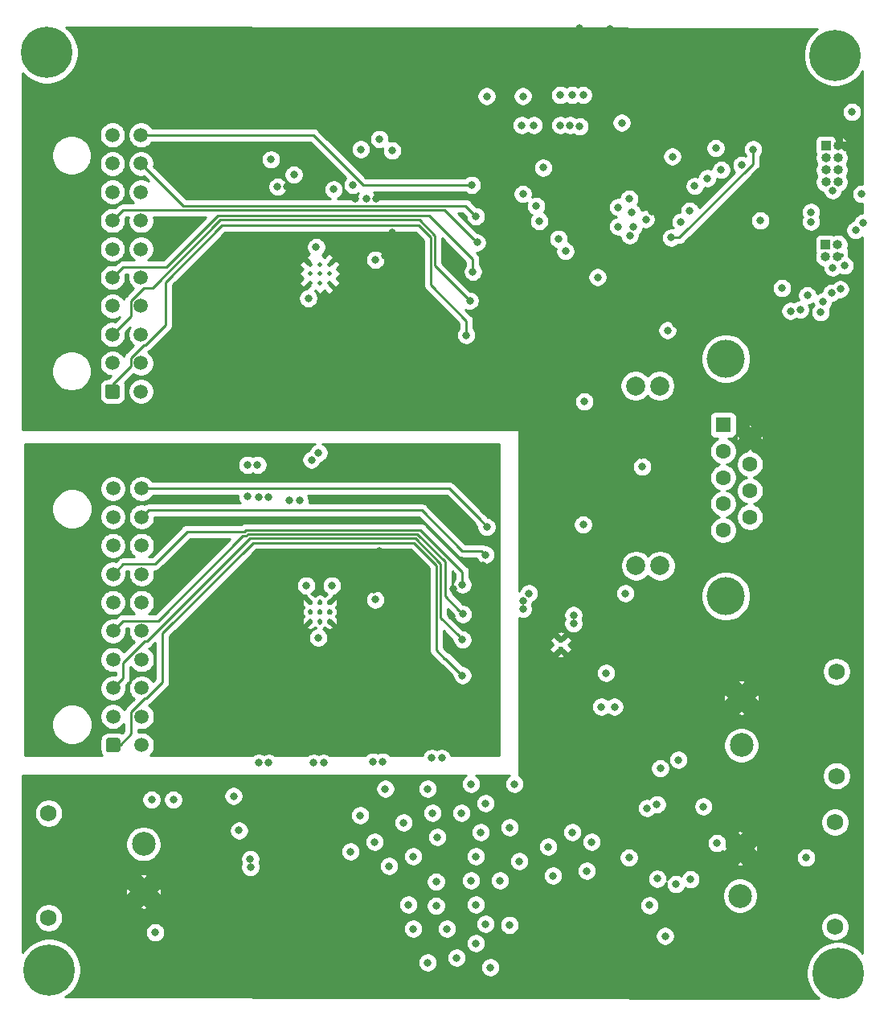
<source format=gbr>
G04 #@! TF.GenerationSoftware,KiCad,Pcbnew,(5.1.5)-3*
G04 #@! TF.CreationDate,2020-04-12T16:22:57-07:00*
G04 #@! TF.ProjectId,Milpitas_BMS,4d696c70-6974-4617-935f-424d532e6b69,rev?*
G04 #@! TF.SameCoordinates,Original*
G04 #@! TF.FileFunction,Copper,L2,Inr*
G04 #@! TF.FilePolarity,Positive*
%FSLAX46Y46*%
G04 Gerber Fmt 4.6, Leading zero omitted, Abs format (unit mm)*
G04 Created by KiCad (PCBNEW (5.1.5)-3) date 2020-04-12 16:22:57*
%MOMM*%
%LPD*%
G04 APERTURE LIST*
%ADD10C,0.800000*%
%ADD11C,5.400000*%
%ADD12C,2.500000*%
%ADD13C,1.750000*%
%ADD14R,1.000000X1.000000*%
%ADD15O,1.000000X1.000000*%
%ADD16C,0.100000*%
%ADD17C,1.500000*%
%ADD18C,2.000000*%
%ADD19C,0.500000*%
%ADD20C,0.600000*%
%ADD21C,4.000000*%
%ADD22C,1.600000*%
%ADD23R,1.600000X1.600000*%
%ADD24C,0.250000*%
%ADD25C,0.254000*%
G04 APERTURE END LIST*
D10*
X106079891Y-47056709D03*
X104648000Y-46463600D03*
X103216109Y-47056709D03*
X102623000Y-48488600D03*
X103216109Y-49920491D03*
X104648000Y-50513600D03*
X106079891Y-49920491D03*
X106673000Y-48488600D03*
D11*
X104648000Y-48488600D03*
D12*
X177693300Y-137264600D03*
X177693300Y-132264600D03*
D13*
X187693300Y-140514600D03*
X187693300Y-129514600D03*
D11*
X187706000Y-48768000D03*
D10*
X189731000Y-48768000D03*
X189137891Y-50199891D03*
X187706000Y-50793000D03*
X186274109Y-50199891D03*
X185681000Y-48768000D03*
X186274109Y-47336109D03*
X187706000Y-46743000D03*
X189137891Y-47336109D03*
X189441891Y-143957709D03*
X188010000Y-143364600D03*
X186578109Y-143957709D03*
X185985000Y-145389600D03*
X186578109Y-146821491D03*
X188010000Y-147414600D03*
X189441891Y-146821491D03*
X190035000Y-145389600D03*
D11*
X188010000Y-145389600D03*
D10*
X106333891Y-143602109D03*
X104902000Y-143009000D03*
X103470109Y-143602109D03*
X102877000Y-145034000D03*
X103470109Y-146465891D03*
X104902000Y-147059000D03*
X106333891Y-146465891D03*
X106927000Y-145034000D03*
D11*
X104902000Y-145034000D03*
D14*
X186690000Y-68732400D03*
D15*
X187960000Y-68732400D03*
X186690000Y-70002400D03*
X187960000Y-70002400D03*
D14*
X186715400Y-58318400D03*
D15*
X187985400Y-58318400D03*
X186715400Y-59588400D03*
X187985400Y-59588400D03*
X186715400Y-60858400D03*
X187985400Y-60858400D03*
X186715400Y-62128400D03*
X187985400Y-62128400D03*
D13*
X187833000Y-113639600D03*
X187833000Y-124639600D03*
D12*
X177833000Y-116389600D03*
X177833000Y-121389600D03*
D13*
X104838500Y-139547600D03*
X104838500Y-128547600D03*
D12*
X114838500Y-136797600D03*
X114838500Y-131797600D03*
G04 #@! TA.AperFunction,ViaPad*
D16*
G36*
X112094004Y-83426804D02*
G01*
X112118273Y-83430404D01*
X112142071Y-83436365D01*
X112165171Y-83444630D01*
X112187349Y-83455120D01*
X112208393Y-83467733D01*
X112228098Y-83482347D01*
X112246277Y-83498823D01*
X112262753Y-83517002D01*
X112277367Y-83536707D01*
X112289980Y-83557751D01*
X112300470Y-83579929D01*
X112308735Y-83603029D01*
X112314696Y-83626827D01*
X112318296Y-83651096D01*
X112319500Y-83675600D01*
X112319500Y-84675600D01*
X112318296Y-84700104D01*
X112314696Y-84724373D01*
X112308735Y-84748171D01*
X112300470Y-84771271D01*
X112289980Y-84793449D01*
X112277367Y-84814493D01*
X112262753Y-84834198D01*
X112246277Y-84852377D01*
X112228098Y-84868853D01*
X112208393Y-84883467D01*
X112187349Y-84896080D01*
X112165171Y-84906570D01*
X112142071Y-84914835D01*
X112118273Y-84920796D01*
X112094004Y-84924396D01*
X112069500Y-84925600D01*
X111069500Y-84925600D01*
X111044996Y-84924396D01*
X111020727Y-84920796D01*
X110996929Y-84914835D01*
X110973829Y-84906570D01*
X110951651Y-84896080D01*
X110930607Y-84883467D01*
X110910902Y-84868853D01*
X110892723Y-84852377D01*
X110876247Y-84834198D01*
X110861633Y-84814493D01*
X110849020Y-84793449D01*
X110838530Y-84771271D01*
X110830265Y-84748171D01*
X110824304Y-84724373D01*
X110820704Y-84700104D01*
X110819500Y-84675600D01*
X110819500Y-83675600D01*
X110820704Y-83651096D01*
X110824304Y-83626827D01*
X110830265Y-83603029D01*
X110838530Y-83579929D01*
X110849020Y-83557751D01*
X110861633Y-83536707D01*
X110876247Y-83517002D01*
X110892723Y-83498823D01*
X110910902Y-83482347D01*
X110930607Y-83467733D01*
X110951651Y-83455120D01*
X110973829Y-83444630D01*
X110996929Y-83436365D01*
X111020727Y-83430404D01*
X111044996Y-83426804D01*
X111069500Y-83425600D01*
X112069500Y-83425600D01*
X112094004Y-83426804D01*
G37*
G04 #@! TD.AperFunction*
D17*
X111569500Y-81175600D03*
X111569500Y-78175600D03*
X111569500Y-75175600D03*
X111569500Y-72175600D03*
X111569500Y-69175600D03*
X111569500Y-66175600D03*
X111569500Y-63175600D03*
X111569500Y-60175600D03*
X111569500Y-57175600D03*
X114569500Y-84175600D03*
X114569500Y-81175600D03*
X114569500Y-78175600D03*
X114569500Y-75175600D03*
X114569500Y-72175600D03*
X114569500Y-69175600D03*
X114569500Y-66175600D03*
X114569500Y-63175600D03*
X114569500Y-60175600D03*
X114569500Y-57175600D03*
X114633000Y-94386600D03*
X114633000Y-97386600D03*
X114633000Y-100386600D03*
X114633000Y-103386600D03*
X114633000Y-106386600D03*
X114633000Y-109386600D03*
X114633000Y-112386600D03*
X114633000Y-115386600D03*
X114633000Y-118386600D03*
X114633000Y-121386600D03*
X111633000Y-94386600D03*
X111633000Y-97386600D03*
X111633000Y-100386600D03*
X111633000Y-103386600D03*
X111633000Y-106386600D03*
X111633000Y-109386600D03*
X111633000Y-112386600D03*
X111633000Y-115386600D03*
X111633000Y-118386600D03*
G04 #@! TA.AperFunction,ViaPad*
D16*
G36*
X112157504Y-120637804D02*
G01*
X112181773Y-120641404D01*
X112205571Y-120647365D01*
X112228671Y-120655630D01*
X112250849Y-120666120D01*
X112271893Y-120678733D01*
X112291598Y-120693347D01*
X112309777Y-120709823D01*
X112326253Y-120728002D01*
X112340867Y-120747707D01*
X112353480Y-120768751D01*
X112363970Y-120790929D01*
X112372235Y-120814029D01*
X112378196Y-120837827D01*
X112381796Y-120862096D01*
X112383000Y-120886600D01*
X112383000Y-121886600D01*
X112381796Y-121911104D01*
X112378196Y-121935373D01*
X112372235Y-121959171D01*
X112363970Y-121982271D01*
X112353480Y-122004449D01*
X112340867Y-122025493D01*
X112326253Y-122045198D01*
X112309777Y-122063377D01*
X112291598Y-122079853D01*
X112271893Y-122094467D01*
X112250849Y-122107080D01*
X112228671Y-122117570D01*
X112205571Y-122125835D01*
X112181773Y-122131796D01*
X112157504Y-122135396D01*
X112133000Y-122136600D01*
X111133000Y-122136600D01*
X111108496Y-122135396D01*
X111084227Y-122131796D01*
X111060429Y-122125835D01*
X111037329Y-122117570D01*
X111015151Y-122107080D01*
X110994107Y-122094467D01*
X110974402Y-122079853D01*
X110956223Y-122063377D01*
X110939747Y-122045198D01*
X110925133Y-122025493D01*
X110912520Y-122004449D01*
X110902030Y-121982271D01*
X110893765Y-121959171D01*
X110887804Y-121935373D01*
X110884204Y-121911104D01*
X110883000Y-121886600D01*
X110883000Y-120886600D01*
X110884204Y-120862096D01*
X110887804Y-120837827D01*
X110893765Y-120814029D01*
X110902030Y-120790929D01*
X110912520Y-120768751D01*
X110925133Y-120747707D01*
X110939747Y-120728002D01*
X110956223Y-120709823D01*
X110974402Y-120693347D01*
X110994107Y-120678733D01*
X111015151Y-120666120D01*
X111037329Y-120655630D01*
X111060429Y-120647365D01*
X111084227Y-120641404D01*
X111108496Y-120637804D01*
X111133000Y-120636600D01*
X112133000Y-120636600D01*
X112157504Y-120637804D01*
G37*
G04 #@! TD.AperFunction*
D18*
X166674800Y-83566000D03*
X169214800Y-83566000D03*
X169265600Y-102514400D03*
X166725600Y-102514400D03*
D19*
X134400800Y-108353100D03*
X133400800Y-108353100D03*
X132400800Y-108353100D03*
X134400800Y-107353100D03*
X133400800Y-107353100D03*
X132400800Y-107353100D03*
X134400800Y-106353100D03*
X133400800Y-106353100D03*
X132400800Y-106353100D03*
D20*
X158788100Y-110320200D03*
X158788100Y-111320200D03*
D19*
X132400800Y-70780400D03*
X133400800Y-70780400D03*
X134400800Y-70780400D03*
X132400800Y-71780400D03*
X133400800Y-71780400D03*
X134400800Y-71780400D03*
X132400800Y-72780400D03*
X133400800Y-72780400D03*
X134400800Y-72780400D03*
D21*
X176195000Y-80720800D03*
X176195000Y-105720800D03*
D22*
X178735000Y-97375800D03*
X178735000Y-94605800D03*
X178735000Y-91835800D03*
X178735000Y-89065800D03*
X175895000Y-98760800D03*
X175895000Y-95990800D03*
X175895000Y-93220800D03*
X175895000Y-90450800D03*
D23*
X175895000Y-87680800D03*
D10*
X154178000Y-60960000D03*
X160718500Y-91503500D03*
X167322500Y-90868500D03*
X174942500Y-74612500D03*
X170942000Y-77089000D03*
X176022000Y-73469500D03*
X178625500Y-71437500D03*
X161290000Y-71056500D03*
X168021000Y-53340000D03*
X132524500Y-62738000D03*
X129957990Y-62611000D03*
X131408010Y-62611000D03*
X139382500Y-74295000D03*
X140652500Y-74930000D03*
X131741352Y-77565928D03*
X140271500Y-69913500D03*
X141072035Y-67400010D03*
X139382500Y-63895946D03*
X137101160Y-63895946D03*
X117157500Y-54102000D03*
X112522000Y-49212500D03*
X112649000Y-47561500D03*
X167957500Y-46990000D03*
X164020500Y-45974000D03*
X160781878Y-45914128D03*
X152781000Y-49911000D03*
X181800500Y-53530500D03*
X182753000Y-54546500D03*
X180340000Y-51308000D03*
X180213000Y-49720500D03*
X180848000Y-47942500D03*
X174434500Y-51498500D03*
X174244000Y-49847500D03*
X175069500Y-47942500D03*
X167449500Y-78041500D03*
X112395000Y-143764000D03*
X112395000Y-146939000D03*
X134874000Y-125730000D03*
X134620000Y-130810000D03*
X118872000Y-142748000D03*
X123190000Y-138938000D03*
X121412000Y-138684000D03*
X122936000Y-125984000D03*
X155956000Y-144272000D03*
X165100000Y-115062000D03*
X159385000Y-114173000D03*
X179578000Y-146812000D03*
X164084000Y-110490000D03*
X161798000Y-105156000D03*
X165862000Y-99568000D03*
X174879000Y-124460000D03*
X178054000Y-125857000D03*
X129794000Y-127000000D03*
X127427990Y-129540000D03*
X118999000Y-128905000D03*
X155462672Y-127883647D03*
X158888109Y-114947530D03*
X155829000Y-103632000D03*
X173863000Y-57912000D03*
X157521777Y-143874979D03*
X172588340Y-129036660D03*
X168360606Y-65235230D03*
X123317000Y-86741000D03*
X129286000Y-82804000D03*
X135382000Y-87122000D03*
X136398000Y-87122000D03*
X141478000Y-82931000D03*
X143002000Y-82931000D03*
X147701000Y-86995000D03*
X149860000Y-86868000D03*
X164719000Y-143510000D03*
X170524010Y-137922000D03*
X173736000Y-117729000D03*
X122174000Y-82550000D03*
X123698000Y-80899000D03*
X151130000Y-63246000D03*
X151384000Y-65278000D03*
X151257000Y-66548000D03*
X151257000Y-68199000D03*
X151130000Y-70993000D03*
X151130000Y-72390000D03*
X151638000Y-74549000D03*
X151638000Y-75565000D03*
X151384000Y-77470000D03*
X147320000Y-79375000D03*
X131699000Y-69342000D03*
X139192000Y-61214000D03*
X155448000Y-60706000D03*
X166878000Y-56388000D03*
X178054000Y-68834000D03*
X161163000Y-74803000D03*
X161163000Y-111887000D03*
X155956000Y-109347000D03*
X167190002Y-123063000D03*
X155829000Y-49784000D03*
X151257000Y-69342000D03*
X151257000Y-62103000D03*
X134874000Y-145288000D03*
X180154159Y-145864160D03*
X180340000Y-76835000D03*
X168780000Y-133360000D03*
X160147000Y-107696000D03*
X160147000Y-108585000D03*
X168148000Y-138247002D03*
X171196000Y-122936000D03*
X124333000Y-126746000D03*
X124894011Y-130379602D03*
X161163000Y-98171000D03*
X161290000Y-85217000D03*
X165608000Y-105410000D03*
X165227000Y-55880000D03*
X154813000Y-63373000D03*
X170561000Y-59436000D03*
X179832000Y-66167000D03*
X185166000Y-65278000D03*
X185166000Y-66294000D03*
X189484000Y-54737000D03*
X170053000Y-77724000D03*
X162687000Y-72136000D03*
X167386000Y-92075000D03*
X187452000Y-71120000D03*
X168920000Y-127630000D03*
X168970000Y-135450000D03*
X179070000Y-58674000D03*
X170434000Y-67981990D03*
X137731500Y-58674000D03*
X139269417Y-70308220D03*
X156527500Y-66230500D03*
X172910500Y-62547500D03*
X177863500Y-60325000D03*
X158553305Y-68098282D03*
X175704500Y-60833000D03*
X156934194Y-60615651D03*
X156210000Y-64643000D03*
X174244000Y-61722000D03*
X187452000Y-62992000D03*
X159289644Y-69400393D03*
X171454142Y-66330990D03*
X175260000Y-131699000D03*
X166057160Y-67749840D03*
X186182000Y-75819000D03*
X173826267Y-127846049D03*
X166475561Y-66840536D03*
X184023000Y-75565000D03*
X175133000Y-58547000D03*
X190500000Y-63373000D03*
X116078000Y-141097000D03*
X189865000Y-67183000D03*
X172378128Y-65156655D03*
X117983000Y-127127000D03*
X164465000Y-117348000D03*
X167767000Y-66040000D03*
X164846000Y-66802000D03*
X183007000Y-75692000D03*
X153385283Y-140315889D03*
X166309606Y-65336342D03*
X188244156Y-73393076D03*
X182118000Y-73279000D03*
X163576000Y-113792000D03*
X137668000Y-128778000D03*
X164846000Y-64770000D03*
X188689979Y-70916304D03*
X159766000Y-56134000D03*
X160020000Y-52959000D03*
X158750000Y-56134000D03*
X158750000Y-52959000D03*
X160782000Y-56261000D03*
X161163000Y-52959000D03*
X155956000Y-56134000D03*
X154813000Y-53086000D03*
X154686000Y-56134000D03*
X151003000Y-53086000D03*
X154813000Y-107061000D03*
X154813000Y-106172000D03*
X155448000Y-105410000D03*
X126111000Y-134239000D03*
X126092001Y-133368999D03*
X139242800Y-106070400D03*
X134670800Y-104597200D03*
X133248400Y-110083600D03*
X169799000Y-141478000D03*
X169291000Y-123825000D03*
X160020000Y-130556000D03*
X162052000Y-131572000D03*
X161544000Y-134620000D03*
X142240000Y-129540000D03*
X145288000Y-128524000D03*
X143256000Y-133096000D03*
X149860000Y-133096000D03*
X145796000Y-131064000D03*
X150876000Y-127508000D03*
X153416000Y-130048000D03*
X154432000Y-133604000D03*
X152400000Y-135636000D03*
X145669000Y-135763000D03*
X140716000Y-134112000D03*
X144780000Y-125984000D03*
X149352000Y-125476000D03*
X148336000Y-128524000D03*
X157480000Y-132080000D03*
X157988000Y-135128000D03*
X139192000Y-131572000D03*
X136652000Y-132588000D03*
X150368000Y-130556000D03*
X153924000Y-125476000D03*
X142748000Y-138176000D03*
X145669000Y-138303000D03*
X149860000Y-138176000D03*
X143256000Y-140716000D03*
X146812000Y-140716000D03*
X149860000Y-142240000D03*
X150876000Y-140208000D03*
X144780000Y-144272000D03*
X147828000Y-143764000D03*
X151384000Y-144780000D03*
X149352000Y-135636000D03*
X140303830Y-125983991D03*
X141616590Y-102768400D03*
X139141200Y-112877600D03*
X139293600Y-109982000D03*
X139051062Y-105049446D03*
X134063903Y-97739768D03*
X132014619Y-97739768D03*
X129730500Y-97739768D03*
X135191500Y-97739768D03*
X149098000Y-121666000D03*
X143256000Y-118364000D03*
X142113000Y-118364000D03*
X137160000Y-122174000D03*
X135636000Y-122174000D03*
X131729831Y-117182713D03*
X129794000Y-118364000D03*
X123952000Y-121158000D03*
X122174000Y-119888000D03*
X123698000Y-118364000D03*
X147066000Y-114554000D03*
X150622000Y-113030000D03*
X147447000Y-110998000D03*
X150368000Y-109982000D03*
X147320000Y-107823000D03*
X150241000Y-106934000D03*
X147447000Y-104902000D03*
X150368000Y-104140000D03*
X150622000Y-102489000D03*
X150622000Y-99695000D03*
X149098000Y-99314000D03*
X151130000Y-96012000D03*
X149987000Y-93980000D03*
X149860000Y-90932000D03*
X131699000Y-109931563D03*
X134973303Y-109847698D03*
X132307068Y-101705810D03*
X139700000Y-100953410D03*
X128957977Y-62611000D03*
X138303000Y-63895946D03*
X133032500Y-68961000D03*
X128270000Y-59753500D03*
X148844000Y-78232000D03*
X149225000Y-74612500D03*
X149542500Y-71564500D03*
X149987000Y-68489990D03*
X149860000Y-65722500D03*
X149415500Y-62420500D03*
X151003000Y-98425000D03*
X131978400Y-104597200D03*
X125780800Y-95199200D03*
X150876000Y-101346000D03*
X148437600Y-104495600D03*
X148488400Y-107594400D03*
X148437600Y-110286800D03*
X148437600Y-114046000D03*
X187325000Y-73787000D03*
X165989000Y-133223000D03*
X163068000Y-117348000D03*
X130683000Y-61341000D03*
X132207000Y-74358500D03*
X167894000Y-128016000D03*
X184785000Y-74041000D03*
X170942000Y-136017000D03*
X184658000Y-133223000D03*
X172466000Y-135509000D03*
X186436000Y-74676000D03*
X190637000Y-66421000D03*
X115697000Y-127127000D03*
X165996098Y-63886331D03*
X128033000Y-95313500D03*
X128033000Y-123253500D03*
X126983000Y-95313500D03*
X126983000Y-123253500D03*
X132761500Y-123253500D03*
X130221500Y-95649779D03*
X133811500Y-123253500D03*
X131275927Y-95649779D03*
X126845550Y-91884500D03*
X140034500Y-123126500D03*
X125795550Y-91884500D03*
X138984500Y-123126500D03*
X133276732Y-90624268D03*
X146257500Y-122745500D03*
X132534268Y-91366732D03*
X145207500Y-122745500D03*
X136906000Y-62420500D03*
X134875810Y-62901990D03*
X141033500Y-58801000D03*
X139700000Y-57594500D03*
D24*
X179070000Y-58674000D02*
X179070000Y-60198000D01*
X179070000Y-60198000D02*
X171286010Y-67981990D01*
X170999685Y-67981990D02*
X170434000Y-67981990D01*
X171286010Y-67981990D02*
X170999685Y-67981990D01*
X111569500Y-83425600D02*
X113494499Y-81500601D01*
X113494499Y-81500601D02*
X113494499Y-80625001D01*
X111569500Y-84175600D02*
X111569500Y-83425600D01*
X114868899Y-79250601D02*
X115085501Y-79250601D01*
X115085501Y-79250601D02*
X117157500Y-77178602D01*
X113494499Y-80625001D02*
X114868899Y-79250601D01*
X117157500Y-77178602D02*
X117157500Y-72644000D01*
X117157500Y-72644000D02*
X123126500Y-66675000D01*
X123126500Y-66675000D02*
X143827500Y-66675000D01*
X143827500Y-66675000D02*
X145097500Y-67945000D01*
X145097500Y-67945000D02*
X145097500Y-72961500D01*
X145097500Y-72961500D02*
X148844000Y-76708000D01*
X148844000Y-76708000D02*
X148844000Y-78232000D01*
X111569500Y-78175600D02*
X113494499Y-76250601D01*
X113494499Y-74659599D02*
X114903497Y-73250601D01*
X114903497Y-73250601D02*
X115788899Y-73250601D01*
X145547511Y-70935011D02*
X148825001Y-74212501D01*
X148825001Y-74212501D02*
X149225000Y-74612500D01*
X122941511Y-66097989D02*
X143886900Y-66097989D01*
X113494499Y-76250601D02*
X113494499Y-74659599D01*
X115788899Y-73250601D02*
X122941511Y-66097989D01*
X145547511Y-67758600D02*
X145547511Y-70935011D01*
X143886900Y-66097989D02*
X145547511Y-67758600D01*
X117240401Y-71100599D02*
X122693022Y-65647978D01*
X122693022Y-65647978D02*
X144962300Y-65647978D01*
X149542500Y-70228178D02*
X149542500Y-70998815D01*
X112644501Y-71100599D02*
X117240401Y-71100599D01*
X111569500Y-72175600D02*
X112644501Y-71100599D01*
X144962300Y-65647978D02*
X149542500Y-70228178D01*
X149542500Y-70998815D02*
X149542500Y-71564500D01*
X112674133Y-65070967D02*
X146567977Y-65070967D01*
X111569500Y-66175600D02*
X112674133Y-65070967D01*
X146567977Y-65070967D02*
X149587001Y-68089991D01*
X149587001Y-68089991D02*
X149987000Y-68489990D01*
X149460001Y-65322501D02*
X149860000Y-65722500D01*
X114569500Y-60175600D02*
X119014856Y-64620956D01*
X148758456Y-64620956D02*
X149460001Y-65322501D01*
X119014856Y-64620956D02*
X148758456Y-64620956D01*
X148849815Y-62420500D02*
X149415500Y-62420500D01*
X137953615Y-62420500D02*
X148849815Y-62420500D01*
X114569500Y-57175600D02*
X132708715Y-57175600D01*
X132708715Y-57175600D02*
X137953615Y-62420500D01*
X147082646Y-94386600D02*
X114633000Y-94386600D01*
X151003000Y-98425000D02*
X150192123Y-97496077D01*
X150192123Y-97496077D02*
X147082646Y-94386600D01*
X148431982Y-100924663D02*
X150454663Y-100924663D01*
X150454663Y-100924663D02*
X150876000Y-101346000D01*
X144143920Y-96636601D02*
X148431982Y-100924663D01*
X115382999Y-96636601D02*
X144143920Y-96636601D01*
X114633000Y-97386600D02*
X115382999Y-96636601D01*
X125473178Y-98907600D02*
X125654811Y-98725967D01*
X125654811Y-98725967D02*
X144039567Y-98725967D01*
X144039567Y-98725967D02*
X148437600Y-103124000D01*
X112708001Y-102311599D02*
X116026801Y-102311599D01*
X111633000Y-103386600D02*
X112708001Y-102311599D01*
X116026801Y-102311599D02*
X119430800Y-98907600D01*
X119430800Y-98907600D02*
X125473178Y-98907600D01*
X148437600Y-103929915D02*
X148437600Y-104495600D01*
X148437600Y-103124000D02*
X148437600Y-103929915D01*
X146594422Y-102090800D02*
X146594422Y-105700422D01*
X125841211Y-99175978D02*
X143679600Y-99175978D01*
X125645200Y-99371989D02*
X125841211Y-99175978D01*
X116376801Y-108311599D02*
X125316411Y-99371989D01*
X146594422Y-105700422D02*
X148088401Y-107194401D01*
X125316411Y-99371989D02*
X125645200Y-99371989D01*
X143679600Y-99175978D02*
X146594422Y-102090800D01*
X148088401Y-107194401D02*
X148488400Y-107594400D01*
X112708001Y-108311599D02*
X116376801Y-108311599D01*
X111633000Y-109386600D02*
X112708001Y-108311599D01*
X114966997Y-110461601D02*
X115191999Y-110461601D01*
X126027611Y-99625989D02*
X143493200Y-99625989D01*
X146144411Y-107993611D02*
X148037601Y-109886801D01*
X112708001Y-114311599D02*
X112708001Y-112720597D01*
X143493200Y-99625989D02*
X146144411Y-102277200D01*
X146144411Y-102277200D02*
X146144411Y-107993611D01*
X111633000Y-115386600D02*
X112708001Y-114311599D01*
X112708001Y-112720597D02*
X114966997Y-110461601D01*
X115191999Y-110461601D02*
X126027611Y-99625989D01*
X148037601Y-109886801D02*
X148437600Y-110286800D01*
X115149001Y-116461601D02*
X116840000Y-114770602D01*
X113557999Y-120211601D02*
X113557999Y-117870599D01*
X112383000Y-121386600D02*
X113557999Y-120211601D01*
X111633000Y-121386600D02*
X112383000Y-121386600D01*
X113557999Y-117870599D02*
X114966997Y-116461601D01*
X114966997Y-116461601D02*
X115149001Y-116461601D01*
X116840000Y-114770602D02*
X116840000Y-109626400D01*
X116840000Y-109626400D02*
X126390400Y-100076000D01*
X126390400Y-100076000D02*
X143306800Y-100076000D01*
X143306800Y-100076000D02*
X145694400Y-102463600D01*
X145694400Y-102463600D02*
X145694400Y-111404400D01*
X145694400Y-111404400D02*
X146558000Y-112268000D01*
X146558000Y-112268000D02*
X146659600Y-112268000D01*
X146659600Y-112268000D02*
X148437600Y-114046000D01*
D25*
G36*
X132786476Y-89707063D02*
G01*
X132616958Y-89820331D01*
X132472795Y-89964494D01*
X132359527Y-90134012D01*
X132281506Y-90322370D01*
X132273354Y-90363354D01*
X132232370Y-90371506D01*
X132044012Y-90449527D01*
X131874494Y-90562795D01*
X131730331Y-90706958D01*
X131617063Y-90876476D01*
X131539042Y-91064834D01*
X131499268Y-91264793D01*
X131499268Y-91468671D01*
X131539042Y-91668630D01*
X131617063Y-91856988D01*
X131730331Y-92026506D01*
X131874494Y-92170669D01*
X132044012Y-92283937D01*
X132232370Y-92361958D01*
X132432329Y-92401732D01*
X132636207Y-92401732D01*
X132836166Y-92361958D01*
X133024524Y-92283937D01*
X133194042Y-92170669D01*
X133338205Y-92026506D01*
X133451473Y-91856988D01*
X133529494Y-91668630D01*
X133537646Y-91627646D01*
X133578630Y-91619494D01*
X133766988Y-91541473D01*
X133936506Y-91428205D01*
X134080669Y-91284042D01*
X134193937Y-91114524D01*
X134271958Y-90926166D01*
X134311732Y-90726207D01*
X134311732Y-90522329D01*
X134271958Y-90322370D01*
X134193937Y-90134012D01*
X134080669Y-89964494D01*
X133936506Y-89820331D01*
X133766988Y-89707063D01*
X133658197Y-89662000D01*
X152273000Y-89662000D01*
X152273000Y-122428000D01*
X147246263Y-122428000D01*
X147174705Y-122255244D01*
X147061437Y-122085726D01*
X146917274Y-121941563D01*
X146747756Y-121828295D01*
X146559398Y-121750274D01*
X146359439Y-121710500D01*
X146155561Y-121710500D01*
X145955602Y-121750274D01*
X145767244Y-121828295D01*
X145732500Y-121851510D01*
X145697756Y-121828295D01*
X145509398Y-121750274D01*
X145309439Y-121710500D01*
X145105561Y-121710500D01*
X144905602Y-121750274D01*
X144717244Y-121828295D01*
X144547726Y-121941563D01*
X144403563Y-122085726D01*
X144290295Y-122255244D01*
X144218737Y-122428000D01*
X140799711Y-122428000D01*
X140694274Y-122322563D01*
X140524756Y-122209295D01*
X140336398Y-122131274D01*
X140136439Y-122091500D01*
X139932561Y-122091500D01*
X139732602Y-122131274D01*
X139544244Y-122209295D01*
X139509500Y-122232510D01*
X139474756Y-122209295D01*
X139286398Y-122131274D01*
X139086439Y-122091500D01*
X138882561Y-122091500D01*
X138682602Y-122131274D01*
X138494244Y-122209295D01*
X138324726Y-122322563D01*
X138219289Y-122428000D01*
X134439003Y-122428000D01*
X134301756Y-122336295D01*
X134113398Y-122258274D01*
X133913439Y-122218500D01*
X133709561Y-122218500D01*
X133509602Y-122258274D01*
X133321244Y-122336295D01*
X133286500Y-122359510D01*
X133251756Y-122336295D01*
X133063398Y-122258274D01*
X132863439Y-122218500D01*
X132659561Y-122218500D01*
X132459602Y-122258274D01*
X132271244Y-122336295D01*
X132133997Y-122428000D01*
X128660503Y-122428000D01*
X128523256Y-122336295D01*
X128334898Y-122258274D01*
X128134939Y-122218500D01*
X127931061Y-122218500D01*
X127731102Y-122258274D01*
X127542744Y-122336295D01*
X127508000Y-122359510D01*
X127473256Y-122336295D01*
X127284898Y-122258274D01*
X127084939Y-122218500D01*
X126881061Y-122218500D01*
X126681102Y-122258274D01*
X126492744Y-122336295D01*
X126355497Y-122428000D01*
X115550285Y-122428000D01*
X115708799Y-122269486D01*
X115860371Y-122042643D01*
X115964775Y-121790589D01*
X116018000Y-121523011D01*
X116018000Y-121250189D01*
X115964775Y-120982611D01*
X115860371Y-120730557D01*
X115708799Y-120503714D01*
X115515886Y-120310801D01*
X115289043Y-120159229D01*
X115036989Y-120054825D01*
X114769411Y-120001600D01*
X114496589Y-120001600D01*
X114317999Y-120037124D01*
X114317999Y-119736076D01*
X114496589Y-119771600D01*
X114769411Y-119771600D01*
X115036989Y-119718375D01*
X115289043Y-119613971D01*
X115515886Y-119462399D01*
X115708799Y-119269486D01*
X115860371Y-119042643D01*
X115964775Y-118790589D01*
X116018000Y-118523011D01*
X116018000Y-118250189D01*
X115964775Y-117982611D01*
X115860371Y-117730557D01*
X115708799Y-117503714D01*
X115515886Y-117310801D01*
X115344717Y-117196429D01*
X115441248Y-117167147D01*
X115573277Y-117096575D01*
X115689002Y-117001602D01*
X115712805Y-116972598D01*
X117351004Y-115334400D01*
X117380001Y-115310603D01*
X117474974Y-115194878D01*
X117545546Y-115062849D01*
X117589003Y-114919588D01*
X117600000Y-114807935D01*
X117600000Y-114807927D01*
X117603676Y-114770602D01*
X117600000Y-114733277D01*
X117600000Y-109941201D01*
X123045940Y-104495261D01*
X130943400Y-104495261D01*
X130943400Y-104699139D01*
X130983174Y-104899098D01*
X131061195Y-105087456D01*
X131174463Y-105256974D01*
X131318626Y-105401137D01*
X131488144Y-105514405D01*
X131676502Y-105592426D01*
X131876461Y-105632200D01*
X131981256Y-105632200D01*
X131978584Y-105756936D01*
X132400800Y-106179152D01*
X132417771Y-106162181D01*
X132516842Y-106261252D01*
X132515687Y-106267098D01*
X132515916Y-106441428D01*
X132516658Y-106445132D01*
X132492648Y-106469142D01*
X132486802Y-106467987D01*
X132312472Y-106468216D01*
X132308768Y-106468958D01*
X132209881Y-106370071D01*
X132226852Y-106353100D01*
X131804636Y-105930884D01*
X131615973Y-105934926D01*
X131549472Y-106096074D01*
X131515687Y-106267098D01*
X131515916Y-106441428D01*
X131550151Y-106612364D01*
X131615973Y-106771274D01*
X131723555Y-106773579D01*
X131682613Y-106814521D01*
X131721192Y-106853100D01*
X131682613Y-106891679D01*
X131723555Y-106932621D01*
X131615973Y-106934926D01*
X131549472Y-107096074D01*
X131515687Y-107267098D01*
X131515916Y-107441428D01*
X131550151Y-107612364D01*
X131615973Y-107771274D01*
X131723555Y-107773579D01*
X131682613Y-107814521D01*
X131721192Y-107853100D01*
X131682613Y-107891679D01*
X131723555Y-107932621D01*
X131615973Y-107934926D01*
X131549472Y-108096074D01*
X131515687Y-108267098D01*
X131515916Y-108441428D01*
X131550151Y-108612364D01*
X131615973Y-108771274D01*
X131804636Y-108775316D01*
X132226852Y-108353100D01*
X132209881Y-108336129D01*
X132308952Y-108237058D01*
X132314798Y-108238213D01*
X132489128Y-108237984D01*
X132492832Y-108237242D01*
X132516842Y-108261252D01*
X132515687Y-108267098D01*
X132515916Y-108441428D01*
X132516658Y-108445132D01*
X132417771Y-108544019D01*
X132400800Y-108527048D01*
X131978584Y-108949264D01*
X131982626Y-109137927D01*
X132143774Y-109204428D01*
X132314798Y-109238213D01*
X132489128Y-109237984D01*
X132660064Y-109203749D01*
X132818974Y-109137927D01*
X132821279Y-109030345D01*
X132862221Y-109071287D01*
X132900800Y-109032708D01*
X132939379Y-109071287D01*
X132980321Y-109030345D01*
X132981416Y-109081429D01*
X132946502Y-109088374D01*
X132758144Y-109166395D01*
X132588626Y-109279663D01*
X132444463Y-109423826D01*
X132331195Y-109593344D01*
X132253174Y-109781702D01*
X132213400Y-109981661D01*
X132213400Y-110185539D01*
X132253174Y-110385498D01*
X132331195Y-110573856D01*
X132444463Y-110743374D01*
X132588626Y-110887537D01*
X132758144Y-111000805D01*
X132946502Y-111078826D01*
X133146461Y-111118600D01*
X133350339Y-111118600D01*
X133550298Y-111078826D01*
X133738656Y-111000805D01*
X133908174Y-110887537D01*
X134052337Y-110743374D01*
X134165605Y-110573856D01*
X134243626Y-110385498D01*
X134283400Y-110185539D01*
X134283400Y-109981661D01*
X134243626Y-109781702D01*
X134165605Y-109593344D01*
X134052337Y-109423826D01*
X133908174Y-109279663D01*
X133743091Y-109169358D01*
X133818974Y-109137927D01*
X133821279Y-109030345D01*
X133862221Y-109071287D01*
X133900800Y-109032708D01*
X133939379Y-109071287D01*
X133980321Y-109030345D01*
X133982626Y-109137927D01*
X134143774Y-109204428D01*
X134314798Y-109238213D01*
X134489128Y-109237984D01*
X134660064Y-109203749D01*
X134818974Y-109137927D01*
X134823016Y-108949264D01*
X134400800Y-108527048D01*
X134383829Y-108544019D01*
X134284758Y-108444948D01*
X134285913Y-108439102D01*
X134285684Y-108264772D01*
X134284942Y-108261068D01*
X134308952Y-108237058D01*
X134314798Y-108238213D01*
X134489128Y-108237984D01*
X134492832Y-108237242D01*
X134591719Y-108336129D01*
X134574748Y-108353100D01*
X134996964Y-108775316D01*
X135185627Y-108771274D01*
X135252128Y-108610126D01*
X135285913Y-108439102D01*
X135285684Y-108264772D01*
X135251449Y-108093836D01*
X135185627Y-107934926D01*
X135078045Y-107932621D01*
X135118987Y-107891679D01*
X135080408Y-107853100D01*
X135118987Y-107814521D01*
X135078045Y-107773579D01*
X135185627Y-107771274D01*
X135252128Y-107610126D01*
X135285913Y-107439102D01*
X135285684Y-107264772D01*
X135251449Y-107093836D01*
X135185627Y-106934926D01*
X135078045Y-106932621D01*
X135118987Y-106891679D01*
X135080408Y-106853100D01*
X135118987Y-106814521D01*
X135078045Y-106773579D01*
X135185627Y-106771274D01*
X135252128Y-106610126D01*
X135285913Y-106439102D01*
X135285684Y-106264772D01*
X135251449Y-106093836D01*
X135199518Y-105968461D01*
X138207800Y-105968461D01*
X138207800Y-106172339D01*
X138247574Y-106372298D01*
X138325595Y-106560656D01*
X138438863Y-106730174D01*
X138583026Y-106874337D01*
X138752544Y-106987605D01*
X138940902Y-107065626D01*
X139140861Y-107105400D01*
X139344739Y-107105400D01*
X139544698Y-107065626D01*
X139733056Y-106987605D01*
X139902574Y-106874337D01*
X140046737Y-106730174D01*
X140160005Y-106560656D01*
X140238026Y-106372298D01*
X140277800Y-106172339D01*
X140277800Y-105968461D01*
X140238026Y-105768502D01*
X140160005Y-105580144D01*
X140046737Y-105410626D01*
X139902574Y-105266463D01*
X139733056Y-105153195D01*
X139544698Y-105075174D01*
X139344739Y-105035400D01*
X139140861Y-105035400D01*
X138940902Y-105075174D01*
X138752544Y-105153195D01*
X138583026Y-105266463D01*
X138438863Y-105410626D01*
X138325595Y-105580144D01*
X138247574Y-105768502D01*
X138207800Y-105968461D01*
X135199518Y-105968461D01*
X135185627Y-105934926D01*
X134996964Y-105930884D01*
X134574748Y-106353100D01*
X134591719Y-106370071D01*
X134492648Y-106469142D01*
X134486802Y-106467987D01*
X134312472Y-106468216D01*
X134308768Y-106468958D01*
X134284758Y-106444948D01*
X134285913Y-106439102D01*
X134285684Y-106264772D01*
X134284942Y-106261068D01*
X134383829Y-106162181D01*
X134400800Y-106179152D01*
X134823016Y-105756936D01*
X134820142Y-105622771D01*
X134972698Y-105592426D01*
X135161056Y-105514405D01*
X135330574Y-105401137D01*
X135474737Y-105256974D01*
X135588005Y-105087456D01*
X135666026Y-104899098D01*
X135705800Y-104699139D01*
X135705800Y-104495261D01*
X135666026Y-104295302D01*
X135588005Y-104106944D01*
X135474737Y-103937426D01*
X135330574Y-103793263D01*
X135161056Y-103679995D01*
X134972698Y-103601974D01*
X134772739Y-103562200D01*
X134568861Y-103562200D01*
X134368902Y-103601974D01*
X134180544Y-103679995D01*
X134011026Y-103793263D01*
X133866863Y-103937426D01*
X133753595Y-104106944D01*
X133675574Y-104295302D01*
X133635800Y-104495261D01*
X133635800Y-104699139D01*
X133675574Y-104899098D01*
X133753595Y-105087456D01*
X133866863Y-105256974D01*
X134011026Y-105401137D01*
X134157783Y-105499197D01*
X134141536Y-105502451D01*
X133982626Y-105568273D01*
X133980321Y-105675855D01*
X133939379Y-105634913D01*
X133900800Y-105673492D01*
X133862221Y-105634913D01*
X133821279Y-105675855D01*
X133818974Y-105568273D01*
X133657826Y-105501772D01*
X133486802Y-105467987D01*
X133312472Y-105468216D01*
X133141536Y-105502451D01*
X132982626Y-105568273D01*
X132980321Y-105675855D01*
X132939379Y-105634913D01*
X132900800Y-105673492D01*
X132862221Y-105634913D01*
X132821279Y-105675855D01*
X132818974Y-105568273D01*
X132657826Y-105501772D01*
X132526414Y-105475812D01*
X132638174Y-105401137D01*
X132782337Y-105256974D01*
X132895605Y-105087456D01*
X132973626Y-104899098D01*
X133013400Y-104699139D01*
X133013400Y-104495261D01*
X132973626Y-104295302D01*
X132895605Y-104106944D01*
X132782337Y-103937426D01*
X132638174Y-103793263D01*
X132468656Y-103679995D01*
X132280298Y-103601974D01*
X132080339Y-103562200D01*
X131876461Y-103562200D01*
X131676502Y-103601974D01*
X131488144Y-103679995D01*
X131318626Y-103793263D01*
X131174463Y-103937426D01*
X131061195Y-104106944D01*
X130983174Y-104295302D01*
X130943400Y-104495261D01*
X123045940Y-104495261D01*
X126705202Y-100836000D01*
X142991999Y-100836000D01*
X144934400Y-102778402D01*
X144934401Y-111367068D01*
X144930724Y-111404400D01*
X144945398Y-111553385D01*
X144988854Y-111696646D01*
X145059426Y-111828676D01*
X145130601Y-111915402D01*
X145154400Y-111944401D01*
X145183398Y-111968199D01*
X145994200Y-112779002D01*
X146017999Y-112808001D01*
X146133724Y-112902974D01*
X146265753Y-112973546D01*
X146301053Y-112984254D01*
X147402600Y-114085802D01*
X147402600Y-114147939D01*
X147442374Y-114347898D01*
X147520395Y-114536256D01*
X147633663Y-114705774D01*
X147777826Y-114849937D01*
X147947344Y-114963205D01*
X148135702Y-115041226D01*
X148335661Y-115081000D01*
X148539539Y-115081000D01*
X148739498Y-115041226D01*
X148927856Y-114963205D01*
X149097374Y-114849937D01*
X149241537Y-114705774D01*
X149354805Y-114536256D01*
X149432826Y-114347898D01*
X149472600Y-114147939D01*
X149472600Y-113944061D01*
X149432826Y-113744102D01*
X149354805Y-113555744D01*
X149241537Y-113386226D01*
X149097374Y-113242063D01*
X148927856Y-113128795D01*
X148739498Y-113050774D01*
X148539539Y-113011000D01*
X148477402Y-113011000D01*
X147223404Y-111757003D01*
X147199601Y-111727999D01*
X147083876Y-111633026D01*
X146951847Y-111562454D01*
X146916548Y-111551746D01*
X146454400Y-111089599D01*
X146454400Y-109378401D01*
X147402600Y-110326602D01*
X147402600Y-110388739D01*
X147442374Y-110588698D01*
X147520395Y-110777056D01*
X147633663Y-110946574D01*
X147777826Y-111090737D01*
X147947344Y-111204005D01*
X148135702Y-111282026D01*
X148335661Y-111321800D01*
X148539539Y-111321800D01*
X148739498Y-111282026D01*
X148927856Y-111204005D01*
X149097374Y-111090737D01*
X149241537Y-110946574D01*
X149354805Y-110777056D01*
X149432826Y-110588698D01*
X149472600Y-110388739D01*
X149472600Y-110184861D01*
X149432826Y-109984902D01*
X149354805Y-109796544D01*
X149241537Y-109627026D01*
X149097374Y-109482863D01*
X148927856Y-109369595D01*
X148739498Y-109291574D01*
X148539539Y-109251800D01*
X148477402Y-109251800D01*
X146904411Y-107678810D01*
X146904411Y-107085213D01*
X147453400Y-107634202D01*
X147453400Y-107696339D01*
X147493174Y-107896298D01*
X147571195Y-108084656D01*
X147684463Y-108254174D01*
X147828626Y-108398337D01*
X147998144Y-108511605D01*
X148186502Y-108589626D01*
X148386461Y-108629400D01*
X148590339Y-108629400D01*
X148790298Y-108589626D01*
X148978656Y-108511605D01*
X149148174Y-108398337D01*
X149292337Y-108254174D01*
X149405605Y-108084656D01*
X149483626Y-107896298D01*
X149523400Y-107696339D01*
X149523400Y-107492461D01*
X149483626Y-107292502D01*
X149405605Y-107104144D01*
X149292337Y-106934626D01*
X149148174Y-106790463D01*
X148978656Y-106677195D01*
X148790298Y-106599174D01*
X148590339Y-106559400D01*
X148528202Y-106559400D01*
X147354422Y-105385621D01*
X147354422Y-103115624D01*
X147677600Y-103438802D01*
X147677600Y-103791889D01*
X147633663Y-103835826D01*
X147520395Y-104005344D01*
X147442374Y-104193702D01*
X147402600Y-104393661D01*
X147402600Y-104597539D01*
X147442374Y-104797498D01*
X147520395Y-104985856D01*
X147633663Y-105155374D01*
X147777826Y-105299537D01*
X147947344Y-105412805D01*
X148135702Y-105490826D01*
X148335661Y-105530600D01*
X148539539Y-105530600D01*
X148739498Y-105490826D01*
X148927856Y-105412805D01*
X149097374Y-105299537D01*
X149241537Y-105155374D01*
X149354805Y-104985856D01*
X149432826Y-104797498D01*
X149472600Y-104597539D01*
X149472600Y-104393661D01*
X149432826Y-104193702D01*
X149354805Y-104005344D01*
X149241537Y-103835826D01*
X149197600Y-103791889D01*
X149197600Y-103161323D01*
X149201276Y-103124000D01*
X149197600Y-103086677D01*
X149197600Y-103086667D01*
X149186603Y-102975014D01*
X149143146Y-102831753D01*
X149124220Y-102796346D01*
X149072574Y-102699723D01*
X149001399Y-102612997D01*
X148977601Y-102583999D01*
X148948604Y-102560202D01*
X144603371Y-98214970D01*
X144579568Y-98185966D01*
X144463843Y-98090993D01*
X144331814Y-98020421D01*
X144188553Y-97976964D01*
X144076900Y-97965967D01*
X144076889Y-97965967D01*
X144039567Y-97962291D01*
X144002245Y-97965967D01*
X125692134Y-97965967D01*
X125654811Y-97962291D01*
X125617488Y-97965967D01*
X125617478Y-97965967D01*
X125505825Y-97976964D01*
X125362564Y-98020421D01*
X125230535Y-98090993D01*
X125161559Y-98147600D01*
X119468133Y-98147600D01*
X119430800Y-98143923D01*
X119393467Y-98147600D01*
X119281814Y-98158597D01*
X119138553Y-98202054D01*
X119006524Y-98272626D01*
X118890799Y-98367599D01*
X118867001Y-98396597D01*
X115712000Y-101551599D01*
X115382389Y-101551599D01*
X115515886Y-101462399D01*
X115708799Y-101269486D01*
X115860371Y-101042643D01*
X115964775Y-100790589D01*
X116018000Y-100523011D01*
X116018000Y-100250189D01*
X115964775Y-99982611D01*
X115860371Y-99730557D01*
X115708799Y-99503714D01*
X115515886Y-99310801D01*
X115289043Y-99159229D01*
X115036989Y-99054825D01*
X114769411Y-99001600D01*
X114496589Y-99001600D01*
X114229011Y-99054825D01*
X113976957Y-99159229D01*
X113750114Y-99310801D01*
X113557201Y-99503714D01*
X113405629Y-99730557D01*
X113301225Y-99982611D01*
X113248000Y-100250189D01*
X113248000Y-100523011D01*
X113301225Y-100790589D01*
X113405629Y-101042643D01*
X113557201Y-101269486D01*
X113750114Y-101462399D01*
X113883611Y-101551599D01*
X112745323Y-101551599D01*
X112708001Y-101547923D01*
X112670678Y-101551599D01*
X112670668Y-101551599D01*
X112559015Y-101562596D01*
X112415754Y-101606053D01*
X112283724Y-101676625D01*
X112269451Y-101688339D01*
X112168000Y-101771598D01*
X112144202Y-101800596D01*
X111914365Y-102030433D01*
X111769411Y-102001600D01*
X111496589Y-102001600D01*
X111229011Y-102054825D01*
X110976957Y-102159229D01*
X110750114Y-102310801D01*
X110557201Y-102503714D01*
X110405629Y-102730557D01*
X110301225Y-102982611D01*
X110248000Y-103250189D01*
X110248000Y-103523011D01*
X110301225Y-103790589D01*
X110405629Y-104042643D01*
X110557201Y-104269486D01*
X110750114Y-104462399D01*
X110976957Y-104613971D01*
X111229011Y-104718375D01*
X111496589Y-104771600D01*
X111769411Y-104771600D01*
X112036989Y-104718375D01*
X112289043Y-104613971D01*
X112515886Y-104462399D01*
X112708799Y-104269486D01*
X112860371Y-104042643D01*
X112964775Y-103790589D01*
X113018000Y-103523011D01*
X113018000Y-103250189D01*
X112989167Y-103105235D01*
X113022803Y-103071599D01*
X113283524Y-103071599D01*
X113248000Y-103250189D01*
X113248000Y-103523011D01*
X113301225Y-103790589D01*
X113405629Y-104042643D01*
X113557201Y-104269486D01*
X113750114Y-104462399D01*
X113976957Y-104613971D01*
X114229011Y-104718375D01*
X114496589Y-104771600D01*
X114769411Y-104771600D01*
X115036989Y-104718375D01*
X115289043Y-104613971D01*
X115515886Y-104462399D01*
X115708799Y-104269486D01*
X115860371Y-104042643D01*
X115964775Y-103790589D01*
X116018000Y-103523011D01*
X116018000Y-103250189D01*
X115982476Y-103071599D01*
X115989479Y-103071599D01*
X116026801Y-103075275D01*
X116064123Y-103071599D01*
X116064134Y-103071599D01*
X116175787Y-103060602D01*
X116319048Y-103017145D01*
X116451077Y-102946573D01*
X116566802Y-102851600D01*
X116590605Y-102822596D01*
X119745602Y-99667600D01*
X123945998Y-99667600D01*
X116062000Y-107551599D01*
X115382389Y-107551599D01*
X115515886Y-107462399D01*
X115708799Y-107269486D01*
X115860371Y-107042643D01*
X115964775Y-106790589D01*
X116018000Y-106523011D01*
X116018000Y-106250189D01*
X115964775Y-105982611D01*
X115860371Y-105730557D01*
X115708799Y-105503714D01*
X115515886Y-105310801D01*
X115289043Y-105159229D01*
X115036989Y-105054825D01*
X114769411Y-105001600D01*
X114496589Y-105001600D01*
X114229011Y-105054825D01*
X113976957Y-105159229D01*
X113750114Y-105310801D01*
X113557201Y-105503714D01*
X113405629Y-105730557D01*
X113301225Y-105982611D01*
X113248000Y-106250189D01*
X113248000Y-106523011D01*
X113301225Y-106790589D01*
X113405629Y-107042643D01*
X113557201Y-107269486D01*
X113750114Y-107462399D01*
X113883611Y-107551599D01*
X112745323Y-107551599D01*
X112708001Y-107547923D01*
X112670678Y-107551599D01*
X112670668Y-107551599D01*
X112559015Y-107562596D01*
X112415754Y-107606053D01*
X112283724Y-107676625D01*
X112232852Y-107718375D01*
X112168000Y-107771598D01*
X112144202Y-107800596D01*
X111914365Y-108030433D01*
X111769411Y-108001600D01*
X111496589Y-108001600D01*
X111229011Y-108054825D01*
X110976957Y-108159229D01*
X110750114Y-108310801D01*
X110557201Y-108503714D01*
X110405629Y-108730557D01*
X110301225Y-108982611D01*
X110248000Y-109250189D01*
X110248000Y-109523011D01*
X110301225Y-109790589D01*
X110405629Y-110042643D01*
X110557201Y-110269486D01*
X110750114Y-110462399D01*
X110976957Y-110613971D01*
X111229011Y-110718375D01*
X111496589Y-110771600D01*
X111769411Y-110771600D01*
X112036989Y-110718375D01*
X112289043Y-110613971D01*
X112515886Y-110462399D01*
X112708799Y-110269486D01*
X112860371Y-110042643D01*
X112964775Y-109790589D01*
X113018000Y-109523011D01*
X113018000Y-109250189D01*
X112989167Y-109105235D01*
X113022803Y-109071599D01*
X113283524Y-109071599D01*
X113248000Y-109250189D01*
X113248000Y-109523011D01*
X113301225Y-109790589D01*
X113405629Y-110042643D01*
X113557201Y-110269486D01*
X113750114Y-110462399D01*
X113834807Y-110518989D01*
X112765389Y-111588407D01*
X112708799Y-111503714D01*
X112515886Y-111310801D01*
X112289043Y-111159229D01*
X112036989Y-111054825D01*
X111769411Y-111001600D01*
X111496589Y-111001600D01*
X111229011Y-111054825D01*
X110976957Y-111159229D01*
X110750114Y-111310801D01*
X110557201Y-111503714D01*
X110405629Y-111730557D01*
X110301225Y-111982611D01*
X110248000Y-112250189D01*
X110248000Y-112523011D01*
X110301225Y-112790589D01*
X110405629Y-113042643D01*
X110557201Y-113269486D01*
X110750114Y-113462399D01*
X110976957Y-113613971D01*
X111229011Y-113718375D01*
X111496589Y-113771600D01*
X111769411Y-113771600D01*
X111948001Y-113736076D01*
X111948001Y-113996797D01*
X111914365Y-114030433D01*
X111769411Y-114001600D01*
X111496589Y-114001600D01*
X111229011Y-114054825D01*
X110976957Y-114159229D01*
X110750114Y-114310801D01*
X110557201Y-114503714D01*
X110405629Y-114730557D01*
X110301225Y-114982611D01*
X110248000Y-115250189D01*
X110248000Y-115523011D01*
X110301225Y-115790589D01*
X110405629Y-116042643D01*
X110557201Y-116269486D01*
X110750114Y-116462399D01*
X110976957Y-116613971D01*
X111229011Y-116718375D01*
X111496589Y-116771600D01*
X111769411Y-116771600D01*
X112036989Y-116718375D01*
X112289043Y-116613971D01*
X112515886Y-116462399D01*
X112708799Y-116269486D01*
X112860371Y-116042643D01*
X112964775Y-115790589D01*
X113018000Y-115523011D01*
X113018000Y-115250189D01*
X112989167Y-115105235D01*
X113219005Y-114875397D01*
X113248002Y-114851600D01*
X113294450Y-114795003D01*
X113342975Y-114735876D01*
X113413547Y-114603846D01*
X113418960Y-114586001D01*
X113457004Y-114460585D01*
X113468001Y-114348932D01*
X113468001Y-114348922D01*
X113471677Y-114311599D01*
X113468001Y-114274277D01*
X113468001Y-113135989D01*
X113557201Y-113269486D01*
X113750114Y-113462399D01*
X113976957Y-113613971D01*
X114229011Y-113718375D01*
X114496589Y-113771600D01*
X114769411Y-113771600D01*
X115036989Y-113718375D01*
X115289043Y-113613971D01*
X115515886Y-113462399D01*
X115708799Y-113269486D01*
X115860371Y-113042643D01*
X115964775Y-112790589D01*
X116018000Y-112523011D01*
X116018000Y-112250189D01*
X115964775Y-111982611D01*
X115860371Y-111730557D01*
X115708799Y-111503714D01*
X115515886Y-111310801D01*
X115358142Y-111205400D01*
X115484246Y-111167147D01*
X115616275Y-111096575D01*
X115732000Y-111001602D01*
X115755803Y-110972598D01*
X116080001Y-110648400D01*
X116080000Y-114455800D01*
X115838290Y-114697510D01*
X115708799Y-114503714D01*
X115515886Y-114310801D01*
X115289043Y-114159229D01*
X115036989Y-114054825D01*
X114769411Y-114001600D01*
X114496589Y-114001600D01*
X114229011Y-114054825D01*
X113976957Y-114159229D01*
X113750114Y-114310801D01*
X113557201Y-114503714D01*
X113405629Y-114730557D01*
X113301225Y-114982611D01*
X113248000Y-115250189D01*
X113248000Y-115523011D01*
X113301225Y-115790589D01*
X113405629Y-116042643D01*
X113557201Y-116269486D01*
X113750114Y-116462399D01*
X113834807Y-116518989D01*
X113046997Y-117306800D01*
X113017999Y-117330598D01*
X112994201Y-117359596D01*
X112994200Y-117359597D01*
X112923025Y-117446323D01*
X112852453Y-117578353D01*
X112823172Y-117674884D01*
X112708799Y-117503714D01*
X112515886Y-117310801D01*
X112289043Y-117159229D01*
X112036989Y-117054825D01*
X111769411Y-117001600D01*
X111496589Y-117001600D01*
X111229011Y-117054825D01*
X110976957Y-117159229D01*
X110750114Y-117310801D01*
X110557201Y-117503714D01*
X110405629Y-117730557D01*
X110301225Y-117982611D01*
X110248000Y-118250189D01*
X110248000Y-118523011D01*
X110301225Y-118790589D01*
X110405629Y-119042643D01*
X110557201Y-119269486D01*
X110750114Y-119462399D01*
X110976957Y-119613971D01*
X111229011Y-119718375D01*
X111496589Y-119771600D01*
X111769411Y-119771600D01*
X112036989Y-119718375D01*
X112289043Y-119613971D01*
X112515886Y-119462399D01*
X112708799Y-119269486D01*
X112797999Y-119135988D01*
X112797999Y-119896799D01*
X112574394Y-120120405D01*
X112472850Y-120066128D01*
X112306254Y-120015592D01*
X112133000Y-119998528D01*
X111133000Y-119998528D01*
X110959746Y-120015592D01*
X110793150Y-120066128D01*
X110639614Y-120148195D01*
X110505038Y-120258638D01*
X110394595Y-120393214D01*
X110312528Y-120546750D01*
X110261992Y-120713346D01*
X110244928Y-120886600D01*
X110244928Y-121886600D01*
X110261992Y-122059854D01*
X110312528Y-122226450D01*
X110394595Y-122379986D01*
X110433999Y-122428000D01*
X102362000Y-122428000D01*
X102362000Y-119016321D01*
X105178000Y-119016321D01*
X105178000Y-119436879D01*
X105260047Y-119849356D01*
X105420988Y-120237902D01*
X105654637Y-120587583D01*
X105952017Y-120884963D01*
X106301698Y-121118612D01*
X106690244Y-121279553D01*
X107102721Y-121361600D01*
X107523279Y-121361600D01*
X107935756Y-121279553D01*
X108324302Y-121118612D01*
X108673983Y-120884963D01*
X108971363Y-120587583D01*
X109205012Y-120237902D01*
X109365953Y-119849356D01*
X109448000Y-119436879D01*
X109448000Y-119016321D01*
X109365953Y-118603844D01*
X109205012Y-118215298D01*
X108971363Y-117865617D01*
X108673983Y-117568237D01*
X108324302Y-117334588D01*
X107935756Y-117173647D01*
X107523279Y-117091600D01*
X107102721Y-117091600D01*
X106690244Y-117173647D01*
X106301698Y-117334588D01*
X105952017Y-117568237D01*
X105654637Y-117865617D01*
X105420988Y-118215298D01*
X105260047Y-118603844D01*
X105178000Y-119016321D01*
X102362000Y-119016321D01*
X102362000Y-106250189D01*
X110248000Y-106250189D01*
X110248000Y-106523011D01*
X110301225Y-106790589D01*
X110405629Y-107042643D01*
X110557201Y-107269486D01*
X110750114Y-107462399D01*
X110976957Y-107613971D01*
X111229011Y-107718375D01*
X111496589Y-107771600D01*
X111769411Y-107771600D01*
X112036989Y-107718375D01*
X112289043Y-107613971D01*
X112515886Y-107462399D01*
X112708799Y-107269486D01*
X112860371Y-107042643D01*
X112964775Y-106790589D01*
X113018000Y-106523011D01*
X113018000Y-106250189D01*
X112964775Y-105982611D01*
X112860371Y-105730557D01*
X112708799Y-105503714D01*
X112515886Y-105310801D01*
X112289043Y-105159229D01*
X112036989Y-105054825D01*
X111769411Y-105001600D01*
X111496589Y-105001600D01*
X111229011Y-105054825D01*
X110976957Y-105159229D01*
X110750114Y-105310801D01*
X110557201Y-105503714D01*
X110405629Y-105730557D01*
X110301225Y-105982611D01*
X110248000Y-106250189D01*
X102362000Y-106250189D01*
X102362000Y-100250189D01*
X110248000Y-100250189D01*
X110248000Y-100523011D01*
X110301225Y-100790589D01*
X110405629Y-101042643D01*
X110557201Y-101269486D01*
X110750114Y-101462399D01*
X110976957Y-101613971D01*
X111229011Y-101718375D01*
X111496589Y-101771600D01*
X111769411Y-101771600D01*
X112036989Y-101718375D01*
X112289043Y-101613971D01*
X112515886Y-101462399D01*
X112708799Y-101269486D01*
X112860371Y-101042643D01*
X112964775Y-100790589D01*
X113018000Y-100523011D01*
X113018000Y-100250189D01*
X112964775Y-99982611D01*
X112860371Y-99730557D01*
X112708799Y-99503714D01*
X112515886Y-99310801D01*
X112289043Y-99159229D01*
X112036989Y-99054825D01*
X111769411Y-99001600D01*
X111496589Y-99001600D01*
X111229011Y-99054825D01*
X110976957Y-99159229D01*
X110750114Y-99310801D01*
X110557201Y-99503714D01*
X110405629Y-99730557D01*
X110301225Y-99982611D01*
X110248000Y-100250189D01*
X102362000Y-100250189D01*
X102362000Y-96316321D01*
X105178000Y-96316321D01*
X105178000Y-96736879D01*
X105260047Y-97149356D01*
X105420988Y-97537902D01*
X105654637Y-97887583D01*
X105952017Y-98184963D01*
X106301698Y-98418612D01*
X106690244Y-98579553D01*
X107102721Y-98661600D01*
X107523279Y-98661600D01*
X107935756Y-98579553D01*
X108324302Y-98418612D01*
X108673983Y-98184963D01*
X108971363Y-97887583D01*
X109205012Y-97537902D01*
X109324186Y-97250189D01*
X110248000Y-97250189D01*
X110248000Y-97523011D01*
X110301225Y-97790589D01*
X110405629Y-98042643D01*
X110557201Y-98269486D01*
X110750114Y-98462399D01*
X110976957Y-98613971D01*
X111229011Y-98718375D01*
X111496589Y-98771600D01*
X111769411Y-98771600D01*
X112036989Y-98718375D01*
X112289043Y-98613971D01*
X112515886Y-98462399D01*
X112708799Y-98269486D01*
X112860371Y-98042643D01*
X112964775Y-97790589D01*
X113018000Y-97523011D01*
X113018000Y-97250189D01*
X112964775Y-96982611D01*
X112860371Y-96730557D01*
X112708799Y-96503714D01*
X112515886Y-96310801D01*
X112289043Y-96159229D01*
X112036989Y-96054825D01*
X111769411Y-96001600D01*
X111496589Y-96001600D01*
X111229011Y-96054825D01*
X110976957Y-96159229D01*
X110750114Y-96310801D01*
X110557201Y-96503714D01*
X110405629Y-96730557D01*
X110301225Y-96982611D01*
X110248000Y-97250189D01*
X109324186Y-97250189D01*
X109365953Y-97149356D01*
X109448000Y-96736879D01*
X109448000Y-96316321D01*
X109365953Y-95903844D01*
X109205012Y-95515298D01*
X108971363Y-95165617D01*
X108673983Y-94868237D01*
X108324302Y-94634588D01*
X107935756Y-94473647D01*
X107523279Y-94391600D01*
X107102721Y-94391600D01*
X106690244Y-94473647D01*
X106301698Y-94634588D01*
X105952017Y-94868237D01*
X105654637Y-95165617D01*
X105420988Y-95515298D01*
X105260047Y-95903844D01*
X105178000Y-96316321D01*
X102362000Y-96316321D01*
X102362000Y-94250189D01*
X110248000Y-94250189D01*
X110248000Y-94523011D01*
X110301225Y-94790589D01*
X110405629Y-95042643D01*
X110557201Y-95269486D01*
X110750114Y-95462399D01*
X110976957Y-95613971D01*
X111229011Y-95718375D01*
X111496589Y-95771600D01*
X111769411Y-95771600D01*
X112036989Y-95718375D01*
X112289043Y-95613971D01*
X112515886Y-95462399D01*
X112708799Y-95269486D01*
X112860371Y-95042643D01*
X112964775Y-94790589D01*
X113018000Y-94523011D01*
X113018000Y-94250189D01*
X113248000Y-94250189D01*
X113248000Y-94523011D01*
X113301225Y-94790589D01*
X113405629Y-95042643D01*
X113557201Y-95269486D01*
X113750114Y-95462399D01*
X113976957Y-95613971D01*
X114229011Y-95718375D01*
X114496589Y-95771600D01*
X114769411Y-95771600D01*
X115036989Y-95718375D01*
X115289043Y-95613971D01*
X115515886Y-95462399D01*
X115708799Y-95269486D01*
X115790909Y-95146600D01*
X124745800Y-95146600D01*
X124745800Y-95301139D01*
X124785574Y-95501098D01*
X124863595Y-95689456D01*
X124976863Y-95858974D01*
X124994490Y-95876601D01*
X115420324Y-95876601D01*
X115382999Y-95872925D01*
X115345674Y-95876601D01*
X115345666Y-95876601D01*
X115234013Y-95887598D01*
X115090752Y-95931055D01*
X114958723Y-96001627D01*
X114921816Y-96031916D01*
X114769411Y-96001600D01*
X114496589Y-96001600D01*
X114229011Y-96054825D01*
X113976957Y-96159229D01*
X113750114Y-96310801D01*
X113557201Y-96503714D01*
X113405629Y-96730557D01*
X113301225Y-96982611D01*
X113248000Y-97250189D01*
X113248000Y-97523011D01*
X113301225Y-97790589D01*
X113405629Y-98042643D01*
X113557201Y-98269486D01*
X113750114Y-98462399D01*
X113976957Y-98613971D01*
X114229011Y-98718375D01*
X114496589Y-98771600D01*
X114769411Y-98771600D01*
X115036989Y-98718375D01*
X115289043Y-98613971D01*
X115515886Y-98462399D01*
X115708799Y-98269486D01*
X115860371Y-98042643D01*
X115964775Y-97790589D01*
X116018000Y-97523011D01*
X116018000Y-97396601D01*
X143829119Y-97396601D01*
X147868187Y-101435671D01*
X147891981Y-101464664D01*
X147920974Y-101488458D01*
X147920978Y-101488462D01*
X147969396Y-101528197D01*
X148007706Y-101559637D01*
X148139735Y-101630209D01*
X148282996Y-101673666D01*
X148394649Y-101684663D01*
X148394658Y-101684663D01*
X148431981Y-101688339D01*
X148469304Y-101684663D01*
X149896003Y-101684663D01*
X149958795Y-101836256D01*
X150072063Y-102005774D01*
X150216226Y-102149937D01*
X150385744Y-102263205D01*
X150574102Y-102341226D01*
X150774061Y-102381000D01*
X150977939Y-102381000D01*
X151177898Y-102341226D01*
X151366256Y-102263205D01*
X151535774Y-102149937D01*
X151679937Y-102005774D01*
X151793205Y-101836256D01*
X151871226Y-101647898D01*
X151911000Y-101447939D01*
X151911000Y-101244061D01*
X151871226Y-101044102D01*
X151793205Y-100855744D01*
X151679937Y-100686226D01*
X151535774Y-100542063D01*
X151366256Y-100428795D01*
X151177898Y-100350774D01*
X150977939Y-100311000D01*
X150904907Y-100311000D01*
X150878939Y-100289689D01*
X150746910Y-100219117D01*
X150603649Y-100175660D01*
X150491996Y-100164663D01*
X150491985Y-100164663D01*
X150454663Y-100160987D01*
X150417341Y-100164663D01*
X148746785Y-100164663D01*
X144707724Y-96125604D01*
X144683921Y-96096600D01*
X144568196Y-96001627D01*
X144436167Y-95931055D01*
X144292906Y-95887598D01*
X144181253Y-95876601D01*
X144181242Y-95876601D01*
X144143920Y-95872925D01*
X144106598Y-95876601D01*
X132286086Y-95876601D01*
X132310927Y-95751718D01*
X132310927Y-95547840D01*
X132271153Y-95347881D01*
X132193132Y-95159523D01*
X132184497Y-95146600D01*
X146767845Y-95146600D01*
X149636514Y-98015270D01*
X149968000Y-98395013D01*
X149968000Y-98526939D01*
X150007774Y-98726898D01*
X150085795Y-98915256D01*
X150199063Y-99084774D01*
X150343226Y-99228937D01*
X150512744Y-99342205D01*
X150701102Y-99420226D01*
X150901061Y-99460000D01*
X151104939Y-99460000D01*
X151304898Y-99420226D01*
X151493256Y-99342205D01*
X151662774Y-99228937D01*
X151806937Y-99084774D01*
X151920205Y-98915256D01*
X151998226Y-98726898D01*
X152038000Y-98526939D01*
X152038000Y-98323061D01*
X151998226Y-98123102D01*
X151920205Y-97934744D01*
X151806937Y-97765226D01*
X151662774Y-97621063D01*
X151493256Y-97507795D01*
X151304898Y-97429774D01*
X151109067Y-97390821D01*
X150772275Y-97005000D01*
X150755922Y-96985074D01*
X150747730Y-96976882D01*
X150740119Y-96968163D01*
X150721363Y-96950515D01*
X147646450Y-93875603D01*
X147622647Y-93846599D01*
X147506922Y-93751626D01*
X147374893Y-93681054D01*
X147231632Y-93637597D01*
X147119979Y-93626600D01*
X147119968Y-93626600D01*
X147082646Y-93622924D01*
X147045324Y-93626600D01*
X115790909Y-93626600D01*
X115708799Y-93503714D01*
X115515886Y-93310801D01*
X115289043Y-93159229D01*
X115036989Y-93054825D01*
X114769411Y-93001600D01*
X114496589Y-93001600D01*
X114229011Y-93054825D01*
X113976957Y-93159229D01*
X113750114Y-93310801D01*
X113557201Y-93503714D01*
X113405629Y-93730557D01*
X113301225Y-93982611D01*
X113248000Y-94250189D01*
X113018000Y-94250189D01*
X112964775Y-93982611D01*
X112860371Y-93730557D01*
X112708799Y-93503714D01*
X112515886Y-93310801D01*
X112289043Y-93159229D01*
X112036989Y-93054825D01*
X111769411Y-93001600D01*
X111496589Y-93001600D01*
X111229011Y-93054825D01*
X110976957Y-93159229D01*
X110750114Y-93310801D01*
X110557201Y-93503714D01*
X110405629Y-93730557D01*
X110301225Y-93982611D01*
X110248000Y-94250189D01*
X102362000Y-94250189D01*
X102362000Y-91782561D01*
X124760550Y-91782561D01*
X124760550Y-91986439D01*
X124800324Y-92186398D01*
X124878345Y-92374756D01*
X124991613Y-92544274D01*
X125135776Y-92688437D01*
X125305294Y-92801705D01*
X125493652Y-92879726D01*
X125693611Y-92919500D01*
X125897489Y-92919500D01*
X126097448Y-92879726D01*
X126285806Y-92801705D01*
X126320550Y-92778490D01*
X126355294Y-92801705D01*
X126543652Y-92879726D01*
X126743611Y-92919500D01*
X126947489Y-92919500D01*
X127147448Y-92879726D01*
X127335806Y-92801705D01*
X127505324Y-92688437D01*
X127649487Y-92544274D01*
X127762755Y-92374756D01*
X127840776Y-92186398D01*
X127880550Y-91986439D01*
X127880550Y-91782561D01*
X127840776Y-91582602D01*
X127762755Y-91394244D01*
X127649487Y-91224726D01*
X127505324Y-91080563D01*
X127335806Y-90967295D01*
X127147448Y-90889274D01*
X126947489Y-90849500D01*
X126743611Y-90849500D01*
X126543652Y-90889274D01*
X126355294Y-90967295D01*
X126320550Y-90990510D01*
X126285806Y-90967295D01*
X126097448Y-90889274D01*
X125897489Y-90849500D01*
X125693611Y-90849500D01*
X125493652Y-90889274D01*
X125305294Y-90967295D01*
X125135776Y-91080563D01*
X124991613Y-91224726D01*
X124878345Y-91394244D01*
X124800324Y-91582602D01*
X124760550Y-91782561D01*
X102362000Y-91782561D01*
X102362000Y-89662000D01*
X132895267Y-89662000D01*
X132786476Y-89707063D01*
G37*
X132786476Y-89707063D02*
X132616958Y-89820331D01*
X132472795Y-89964494D01*
X132359527Y-90134012D01*
X132281506Y-90322370D01*
X132273354Y-90363354D01*
X132232370Y-90371506D01*
X132044012Y-90449527D01*
X131874494Y-90562795D01*
X131730331Y-90706958D01*
X131617063Y-90876476D01*
X131539042Y-91064834D01*
X131499268Y-91264793D01*
X131499268Y-91468671D01*
X131539042Y-91668630D01*
X131617063Y-91856988D01*
X131730331Y-92026506D01*
X131874494Y-92170669D01*
X132044012Y-92283937D01*
X132232370Y-92361958D01*
X132432329Y-92401732D01*
X132636207Y-92401732D01*
X132836166Y-92361958D01*
X133024524Y-92283937D01*
X133194042Y-92170669D01*
X133338205Y-92026506D01*
X133451473Y-91856988D01*
X133529494Y-91668630D01*
X133537646Y-91627646D01*
X133578630Y-91619494D01*
X133766988Y-91541473D01*
X133936506Y-91428205D01*
X134080669Y-91284042D01*
X134193937Y-91114524D01*
X134271958Y-90926166D01*
X134311732Y-90726207D01*
X134311732Y-90522329D01*
X134271958Y-90322370D01*
X134193937Y-90134012D01*
X134080669Y-89964494D01*
X133936506Y-89820331D01*
X133766988Y-89707063D01*
X133658197Y-89662000D01*
X152273000Y-89662000D01*
X152273000Y-122428000D01*
X147246263Y-122428000D01*
X147174705Y-122255244D01*
X147061437Y-122085726D01*
X146917274Y-121941563D01*
X146747756Y-121828295D01*
X146559398Y-121750274D01*
X146359439Y-121710500D01*
X146155561Y-121710500D01*
X145955602Y-121750274D01*
X145767244Y-121828295D01*
X145732500Y-121851510D01*
X145697756Y-121828295D01*
X145509398Y-121750274D01*
X145309439Y-121710500D01*
X145105561Y-121710500D01*
X144905602Y-121750274D01*
X144717244Y-121828295D01*
X144547726Y-121941563D01*
X144403563Y-122085726D01*
X144290295Y-122255244D01*
X144218737Y-122428000D01*
X140799711Y-122428000D01*
X140694274Y-122322563D01*
X140524756Y-122209295D01*
X140336398Y-122131274D01*
X140136439Y-122091500D01*
X139932561Y-122091500D01*
X139732602Y-122131274D01*
X139544244Y-122209295D01*
X139509500Y-122232510D01*
X139474756Y-122209295D01*
X139286398Y-122131274D01*
X139086439Y-122091500D01*
X138882561Y-122091500D01*
X138682602Y-122131274D01*
X138494244Y-122209295D01*
X138324726Y-122322563D01*
X138219289Y-122428000D01*
X134439003Y-122428000D01*
X134301756Y-122336295D01*
X134113398Y-122258274D01*
X133913439Y-122218500D01*
X133709561Y-122218500D01*
X133509602Y-122258274D01*
X133321244Y-122336295D01*
X133286500Y-122359510D01*
X133251756Y-122336295D01*
X133063398Y-122258274D01*
X132863439Y-122218500D01*
X132659561Y-122218500D01*
X132459602Y-122258274D01*
X132271244Y-122336295D01*
X132133997Y-122428000D01*
X128660503Y-122428000D01*
X128523256Y-122336295D01*
X128334898Y-122258274D01*
X128134939Y-122218500D01*
X127931061Y-122218500D01*
X127731102Y-122258274D01*
X127542744Y-122336295D01*
X127508000Y-122359510D01*
X127473256Y-122336295D01*
X127284898Y-122258274D01*
X127084939Y-122218500D01*
X126881061Y-122218500D01*
X126681102Y-122258274D01*
X126492744Y-122336295D01*
X126355497Y-122428000D01*
X115550285Y-122428000D01*
X115708799Y-122269486D01*
X115860371Y-122042643D01*
X115964775Y-121790589D01*
X116018000Y-121523011D01*
X116018000Y-121250189D01*
X115964775Y-120982611D01*
X115860371Y-120730557D01*
X115708799Y-120503714D01*
X115515886Y-120310801D01*
X115289043Y-120159229D01*
X115036989Y-120054825D01*
X114769411Y-120001600D01*
X114496589Y-120001600D01*
X114317999Y-120037124D01*
X114317999Y-119736076D01*
X114496589Y-119771600D01*
X114769411Y-119771600D01*
X115036989Y-119718375D01*
X115289043Y-119613971D01*
X115515886Y-119462399D01*
X115708799Y-119269486D01*
X115860371Y-119042643D01*
X115964775Y-118790589D01*
X116018000Y-118523011D01*
X116018000Y-118250189D01*
X115964775Y-117982611D01*
X115860371Y-117730557D01*
X115708799Y-117503714D01*
X115515886Y-117310801D01*
X115344717Y-117196429D01*
X115441248Y-117167147D01*
X115573277Y-117096575D01*
X115689002Y-117001602D01*
X115712805Y-116972598D01*
X117351004Y-115334400D01*
X117380001Y-115310603D01*
X117474974Y-115194878D01*
X117545546Y-115062849D01*
X117589003Y-114919588D01*
X117600000Y-114807935D01*
X117600000Y-114807927D01*
X117603676Y-114770602D01*
X117600000Y-114733277D01*
X117600000Y-109941201D01*
X123045940Y-104495261D01*
X130943400Y-104495261D01*
X130943400Y-104699139D01*
X130983174Y-104899098D01*
X131061195Y-105087456D01*
X131174463Y-105256974D01*
X131318626Y-105401137D01*
X131488144Y-105514405D01*
X131676502Y-105592426D01*
X131876461Y-105632200D01*
X131981256Y-105632200D01*
X131978584Y-105756936D01*
X132400800Y-106179152D01*
X132417771Y-106162181D01*
X132516842Y-106261252D01*
X132515687Y-106267098D01*
X132515916Y-106441428D01*
X132516658Y-106445132D01*
X132492648Y-106469142D01*
X132486802Y-106467987D01*
X132312472Y-106468216D01*
X132308768Y-106468958D01*
X132209881Y-106370071D01*
X132226852Y-106353100D01*
X131804636Y-105930884D01*
X131615973Y-105934926D01*
X131549472Y-106096074D01*
X131515687Y-106267098D01*
X131515916Y-106441428D01*
X131550151Y-106612364D01*
X131615973Y-106771274D01*
X131723555Y-106773579D01*
X131682613Y-106814521D01*
X131721192Y-106853100D01*
X131682613Y-106891679D01*
X131723555Y-106932621D01*
X131615973Y-106934926D01*
X131549472Y-107096074D01*
X131515687Y-107267098D01*
X131515916Y-107441428D01*
X131550151Y-107612364D01*
X131615973Y-107771274D01*
X131723555Y-107773579D01*
X131682613Y-107814521D01*
X131721192Y-107853100D01*
X131682613Y-107891679D01*
X131723555Y-107932621D01*
X131615973Y-107934926D01*
X131549472Y-108096074D01*
X131515687Y-108267098D01*
X131515916Y-108441428D01*
X131550151Y-108612364D01*
X131615973Y-108771274D01*
X131804636Y-108775316D01*
X132226852Y-108353100D01*
X132209881Y-108336129D01*
X132308952Y-108237058D01*
X132314798Y-108238213D01*
X132489128Y-108237984D01*
X132492832Y-108237242D01*
X132516842Y-108261252D01*
X132515687Y-108267098D01*
X132515916Y-108441428D01*
X132516658Y-108445132D01*
X132417771Y-108544019D01*
X132400800Y-108527048D01*
X131978584Y-108949264D01*
X131982626Y-109137927D01*
X132143774Y-109204428D01*
X132314798Y-109238213D01*
X132489128Y-109237984D01*
X132660064Y-109203749D01*
X132818974Y-109137927D01*
X132821279Y-109030345D01*
X132862221Y-109071287D01*
X132900800Y-109032708D01*
X132939379Y-109071287D01*
X132980321Y-109030345D01*
X132981416Y-109081429D01*
X132946502Y-109088374D01*
X132758144Y-109166395D01*
X132588626Y-109279663D01*
X132444463Y-109423826D01*
X132331195Y-109593344D01*
X132253174Y-109781702D01*
X132213400Y-109981661D01*
X132213400Y-110185539D01*
X132253174Y-110385498D01*
X132331195Y-110573856D01*
X132444463Y-110743374D01*
X132588626Y-110887537D01*
X132758144Y-111000805D01*
X132946502Y-111078826D01*
X133146461Y-111118600D01*
X133350339Y-111118600D01*
X133550298Y-111078826D01*
X133738656Y-111000805D01*
X133908174Y-110887537D01*
X134052337Y-110743374D01*
X134165605Y-110573856D01*
X134243626Y-110385498D01*
X134283400Y-110185539D01*
X134283400Y-109981661D01*
X134243626Y-109781702D01*
X134165605Y-109593344D01*
X134052337Y-109423826D01*
X133908174Y-109279663D01*
X133743091Y-109169358D01*
X133818974Y-109137927D01*
X133821279Y-109030345D01*
X133862221Y-109071287D01*
X133900800Y-109032708D01*
X133939379Y-109071287D01*
X133980321Y-109030345D01*
X133982626Y-109137927D01*
X134143774Y-109204428D01*
X134314798Y-109238213D01*
X134489128Y-109237984D01*
X134660064Y-109203749D01*
X134818974Y-109137927D01*
X134823016Y-108949264D01*
X134400800Y-108527048D01*
X134383829Y-108544019D01*
X134284758Y-108444948D01*
X134285913Y-108439102D01*
X134285684Y-108264772D01*
X134284942Y-108261068D01*
X134308952Y-108237058D01*
X134314798Y-108238213D01*
X134489128Y-108237984D01*
X134492832Y-108237242D01*
X134591719Y-108336129D01*
X134574748Y-108353100D01*
X134996964Y-108775316D01*
X135185627Y-108771274D01*
X135252128Y-108610126D01*
X135285913Y-108439102D01*
X135285684Y-108264772D01*
X135251449Y-108093836D01*
X135185627Y-107934926D01*
X135078045Y-107932621D01*
X135118987Y-107891679D01*
X135080408Y-107853100D01*
X135118987Y-107814521D01*
X135078045Y-107773579D01*
X135185627Y-107771274D01*
X135252128Y-107610126D01*
X135285913Y-107439102D01*
X135285684Y-107264772D01*
X135251449Y-107093836D01*
X135185627Y-106934926D01*
X135078045Y-106932621D01*
X135118987Y-106891679D01*
X135080408Y-106853100D01*
X135118987Y-106814521D01*
X135078045Y-106773579D01*
X135185627Y-106771274D01*
X135252128Y-106610126D01*
X135285913Y-106439102D01*
X135285684Y-106264772D01*
X135251449Y-106093836D01*
X135199518Y-105968461D01*
X138207800Y-105968461D01*
X138207800Y-106172339D01*
X138247574Y-106372298D01*
X138325595Y-106560656D01*
X138438863Y-106730174D01*
X138583026Y-106874337D01*
X138752544Y-106987605D01*
X138940902Y-107065626D01*
X139140861Y-107105400D01*
X139344739Y-107105400D01*
X139544698Y-107065626D01*
X139733056Y-106987605D01*
X139902574Y-106874337D01*
X140046737Y-106730174D01*
X140160005Y-106560656D01*
X140238026Y-106372298D01*
X140277800Y-106172339D01*
X140277800Y-105968461D01*
X140238026Y-105768502D01*
X140160005Y-105580144D01*
X140046737Y-105410626D01*
X139902574Y-105266463D01*
X139733056Y-105153195D01*
X139544698Y-105075174D01*
X139344739Y-105035400D01*
X139140861Y-105035400D01*
X138940902Y-105075174D01*
X138752544Y-105153195D01*
X138583026Y-105266463D01*
X138438863Y-105410626D01*
X138325595Y-105580144D01*
X138247574Y-105768502D01*
X138207800Y-105968461D01*
X135199518Y-105968461D01*
X135185627Y-105934926D01*
X134996964Y-105930884D01*
X134574748Y-106353100D01*
X134591719Y-106370071D01*
X134492648Y-106469142D01*
X134486802Y-106467987D01*
X134312472Y-106468216D01*
X134308768Y-106468958D01*
X134284758Y-106444948D01*
X134285913Y-106439102D01*
X134285684Y-106264772D01*
X134284942Y-106261068D01*
X134383829Y-106162181D01*
X134400800Y-106179152D01*
X134823016Y-105756936D01*
X134820142Y-105622771D01*
X134972698Y-105592426D01*
X135161056Y-105514405D01*
X135330574Y-105401137D01*
X135474737Y-105256974D01*
X135588005Y-105087456D01*
X135666026Y-104899098D01*
X135705800Y-104699139D01*
X135705800Y-104495261D01*
X135666026Y-104295302D01*
X135588005Y-104106944D01*
X135474737Y-103937426D01*
X135330574Y-103793263D01*
X135161056Y-103679995D01*
X134972698Y-103601974D01*
X134772739Y-103562200D01*
X134568861Y-103562200D01*
X134368902Y-103601974D01*
X134180544Y-103679995D01*
X134011026Y-103793263D01*
X133866863Y-103937426D01*
X133753595Y-104106944D01*
X133675574Y-104295302D01*
X133635800Y-104495261D01*
X133635800Y-104699139D01*
X133675574Y-104899098D01*
X133753595Y-105087456D01*
X133866863Y-105256974D01*
X134011026Y-105401137D01*
X134157783Y-105499197D01*
X134141536Y-105502451D01*
X133982626Y-105568273D01*
X133980321Y-105675855D01*
X133939379Y-105634913D01*
X133900800Y-105673492D01*
X133862221Y-105634913D01*
X133821279Y-105675855D01*
X133818974Y-105568273D01*
X133657826Y-105501772D01*
X133486802Y-105467987D01*
X133312472Y-105468216D01*
X133141536Y-105502451D01*
X132982626Y-105568273D01*
X132980321Y-105675855D01*
X132939379Y-105634913D01*
X132900800Y-105673492D01*
X132862221Y-105634913D01*
X132821279Y-105675855D01*
X132818974Y-105568273D01*
X132657826Y-105501772D01*
X132526414Y-105475812D01*
X132638174Y-105401137D01*
X132782337Y-105256974D01*
X132895605Y-105087456D01*
X132973626Y-104899098D01*
X133013400Y-104699139D01*
X133013400Y-104495261D01*
X132973626Y-104295302D01*
X132895605Y-104106944D01*
X132782337Y-103937426D01*
X132638174Y-103793263D01*
X132468656Y-103679995D01*
X132280298Y-103601974D01*
X132080339Y-103562200D01*
X131876461Y-103562200D01*
X131676502Y-103601974D01*
X131488144Y-103679995D01*
X131318626Y-103793263D01*
X131174463Y-103937426D01*
X131061195Y-104106944D01*
X130983174Y-104295302D01*
X130943400Y-104495261D01*
X123045940Y-104495261D01*
X126705202Y-100836000D01*
X142991999Y-100836000D01*
X144934400Y-102778402D01*
X144934401Y-111367068D01*
X144930724Y-111404400D01*
X144945398Y-111553385D01*
X144988854Y-111696646D01*
X145059426Y-111828676D01*
X145130601Y-111915402D01*
X145154400Y-111944401D01*
X145183398Y-111968199D01*
X145994200Y-112779002D01*
X146017999Y-112808001D01*
X146133724Y-112902974D01*
X146265753Y-112973546D01*
X146301053Y-112984254D01*
X147402600Y-114085802D01*
X147402600Y-114147939D01*
X147442374Y-114347898D01*
X147520395Y-114536256D01*
X147633663Y-114705774D01*
X147777826Y-114849937D01*
X147947344Y-114963205D01*
X148135702Y-115041226D01*
X148335661Y-115081000D01*
X148539539Y-115081000D01*
X148739498Y-115041226D01*
X148927856Y-114963205D01*
X149097374Y-114849937D01*
X149241537Y-114705774D01*
X149354805Y-114536256D01*
X149432826Y-114347898D01*
X149472600Y-114147939D01*
X149472600Y-113944061D01*
X149432826Y-113744102D01*
X149354805Y-113555744D01*
X149241537Y-113386226D01*
X149097374Y-113242063D01*
X148927856Y-113128795D01*
X148739498Y-113050774D01*
X148539539Y-113011000D01*
X148477402Y-113011000D01*
X147223404Y-111757003D01*
X147199601Y-111727999D01*
X147083876Y-111633026D01*
X146951847Y-111562454D01*
X146916548Y-111551746D01*
X146454400Y-111089599D01*
X146454400Y-109378401D01*
X147402600Y-110326602D01*
X147402600Y-110388739D01*
X147442374Y-110588698D01*
X147520395Y-110777056D01*
X147633663Y-110946574D01*
X147777826Y-111090737D01*
X147947344Y-111204005D01*
X148135702Y-111282026D01*
X148335661Y-111321800D01*
X148539539Y-111321800D01*
X148739498Y-111282026D01*
X148927856Y-111204005D01*
X149097374Y-111090737D01*
X149241537Y-110946574D01*
X149354805Y-110777056D01*
X149432826Y-110588698D01*
X149472600Y-110388739D01*
X149472600Y-110184861D01*
X149432826Y-109984902D01*
X149354805Y-109796544D01*
X149241537Y-109627026D01*
X149097374Y-109482863D01*
X148927856Y-109369595D01*
X148739498Y-109291574D01*
X148539539Y-109251800D01*
X148477402Y-109251800D01*
X146904411Y-107678810D01*
X146904411Y-107085213D01*
X147453400Y-107634202D01*
X147453400Y-107696339D01*
X147493174Y-107896298D01*
X147571195Y-108084656D01*
X147684463Y-108254174D01*
X147828626Y-108398337D01*
X147998144Y-108511605D01*
X148186502Y-108589626D01*
X148386461Y-108629400D01*
X148590339Y-108629400D01*
X148790298Y-108589626D01*
X148978656Y-108511605D01*
X149148174Y-108398337D01*
X149292337Y-108254174D01*
X149405605Y-108084656D01*
X149483626Y-107896298D01*
X149523400Y-107696339D01*
X149523400Y-107492461D01*
X149483626Y-107292502D01*
X149405605Y-107104144D01*
X149292337Y-106934626D01*
X149148174Y-106790463D01*
X148978656Y-106677195D01*
X148790298Y-106599174D01*
X148590339Y-106559400D01*
X148528202Y-106559400D01*
X147354422Y-105385621D01*
X147354422Y-103115624D01*
X147677600Y-103438802D01*
X147677600Y-103791889D01*
X147633663Y-103835826D01*
X147520395Y-104005344D01*
X147442374Y-104193702D01*
X147402600Y-104393661D01*
X147402600Y-104597539D01*
X147442374Y-104797498D01*
X147520395Y-104985856D01*
X147633663Y-105155374D01*
X147777826Y-105299537D01*
X147947344Y-105412805D01*
X148135702Y-105490826D01*
X148335661Y-105530600D01*
X148539539Y-105530600D01*
X148739498Y-105490826D01*
X148927856Y-105412805D01*
X149097374Y-105299537D01*
X149241537Y-105155374D01*
X149354805Y-104985856D01*
X149432826Y-104797498D01*
X149472600Y-104597539D01*
X149472600Y-104393661D01*
X149432826Y-104193702D01*
X149354805Y-104005344D01*
X149241537Y-103835826D01*
X149197600Y-103791889D01*
X149197600Y-103161323D01*
X149201276Y-103124000D01*
X149197600Y-103086677D01*
X149197600Y-103086667D01*
X149186603Y-102975014D01*
X149143146Y-102831753D01*
X149124220Y-102796346D01*
X149072574Y-102699723D01*
X149001399Y-102612997D01*
X148977601Y-102583999D01*
X148948604Y-102560202D01*
X144603371Y-98214970D01*
X144579568Y-98185966D01*
X144463843Y-98090993D01*
X144331814Y-98020421D01*
X144188553Y-97976964D01*
X144076900Y-97965967D01*
X144076889Y-97965967D01*
X144039567Y-97962291D01*
X144002245Y-97965967D01*
X125692134Y-97965967D01*
X125654811Y-97962291D01*
X125617488Y-97965967D01*
X125617478Y-97965967D01*
X125505825Y-97976964D01*
X125362564Y-98020421D01*
X125230535Y-98090993D01*
X125161559Y-98147600D01*
X119468133Y-98147600D01*
X119430800Y-98143923D01*
X119393467Y-98147600D01*
X119281814Y-98158597D01*
X119138553Y-98202054D01*
X119006524Y-98272626D01*
X118890799Y-98367599D01*
X118867001Y-98396597D01*
X115712000Y-101551599D01*
X115382389Y-101551599D01*
X115515886Y-101462399D01*
X115708799Y-101269486D01*
X115860371Y-101042643D01*
X115964775Y-100790589D01*
X116018000Y-100523011D01*
X116018000Y-100250189D01*
X115964775Y-99982611D01*
X115860371Y-99730557D01*
X115708799Y-99503714D01*
X115515886Y-99310801D01*
X115289043Y-99159229D01*
X115036989Y-99054825D01*
X114769411Y-99001600D01*
X114496589Y-99001600D01*
X114229011Y-99054825D01*
X113976957Y-99159229D01*
X113750114Y-99310801D01*
X113557201Y-99503714D01*
X113405629Y-99730557D01*
X113301225Y-99982611D01*
X113248000Y-100250189D01*
X113248000Y-100523011D01*
X113301225Y-100790589D01*
X113405629Y-101042643D01*
X113557201Y-101269486D01*
X113750114Y-101462399D01*
X113883611Y-101551599D01*
X112745323Y-101551599D01*
X112708001Y-101547923D01*
X112670678Y-101551599D01*
X112670668Y-101551599D01*
X112559015Y-101562596D01*
X112415754Y-101606053D01*
X112283724Y-101676625D01*
X112269451Y-101688339D01*
X112168000Y-101771598D01*
X112144202Y-101800596D01*
X111914365Y-102030433D01*
X111769411Y-102001600D01*
X111496589Y-102001600D01*
X111229011Y-102054825D01*
X110976957Y-102159229D01*
X110750114Y-102310801D01*
X110557201Y-102503714D01*
X110405629Y-102730557D01*
X110301225Y-102982611D01*
X110248000Y-103250189D01*
X110248000Y-103523011D01*
X110301225Y-103790589D01*
X110405629Y-104042643D01*
X110557201Y-104269486D01*
X110750114Y-104462399D01*
X110976957Y-104613971D01*
X111229011Y-104718375D01*
X111496589Y-104771600D01*
X111769411Y-104771600D01*
X112036989Y-104718375D01*
X112289043Y-104613971D01*
X112515886Y-104462399D01*
X112708799Y-104269486D01*
X112860371Y-104042643D01*
X112964775Y-103790589D01*
X113018000Y-103523011D01*
X113018000Y-103250189D01*
X112989167Y-103105235D01*
X113022803Y-103071599D01*
X113283524Y-103071599D01*
X113248000Y-103250189D01*
X113248000Y-103523011D01*
X113301225Y-103790589D01*
X113405629Y-104042643D01*
X113557201Y-104269486D01*
X113750114Y-104462399D01*
X113976957Y-104613971D01*
X114229011Y-104718375D01*
X114496589Y-104771600D01*
X114769411Y-104771600D01*
X115036989Y-104718375D01*
X115289043Y-104613971D01*
X115515886Y-104462399D01*
X115708799Y-104269486D01*
X115860371Y-104042643D01*
X115964775Y-103790589D01*
X116018000Y-103523011D01*
X116018000Y-103250189D01*
X115982476Y-103071599D01*
X115989479Y-103071599D01*
X116026801Y-103075275D01*
X116064123Y-103071599D01*
X116064134Y-103071599D01*
X116175787Y-103060602D01*
X116319048Y-103017145D01*
X116451077Y-102946573D01*
X116566802Y-102851600D01*
X116590605Y-102822596D01*
X119745602Y-99667600D01*
X123945998Y-99667600D01*
X116062000Y-107551599D01*
X115382389Y-107551599D01*
X115515886Y-107462399D01*
X115708799Y-107269486D01*
X115860371Y-107042643D01*
X115964775Y-106790589D01*
X116018000Y-106523011D01*
X116018000Y-106250189D01*
X115964775Y-105982611D01*
X115860371Y-105730557D01*
X115708799Y-105503714D01*
X115515886Y-105310801D01*
X115289043Y-105159229D01*
X115036989Y-105054825D01*
X114769411Y-105001600D01*
X114496589Y-105001600D01*
X114229011Y-105054825D01*
X113976957Y-105159229D01*
X113750114Y-105310801D01*
X113557201Y-105503714D01*
X113405629Y-105730557D01*
X113301225Y-105982611D01*
X113248000Y-106250189D01*
X113248000Y-106523011D01*
X113301225Y-106790589D01*
X113405629Y-107042643D01*
X113557201Y-107269486D01*
X113750114Y-107462399D01*
X113883611Y-107551599D01*
X112745323Y-107551599D01*
X112708001Y-107547923D01*
X112670678Y-107551599D01*
X112670668Y-107551599D01*
X112559015Y-107562596D01*
X112415754Y-107606053D01*
X112283724Y-107676625D01*
X112232852Y-107718375D01*
X112168000Y-107771598D01*
X112144202Y-107800596D01*
X111914365Y-108030433D01*
X111769411Y-108001600D01*
X111496589Y-108001600D01*
X111229011Y-108054825D01*
X110976957Y-108159229D01*
X110750114Y-108310801D01*
X110557201Y-108503714D01*
X110405629Y-108730557D01*
X110301225Y-108982611D01*
X110248000Y-109250189D01*
X110248000Y-109523011D01*
X110301225Y-109790589D01*
X110405629Y-110042643D01*
X110557201Y-110269486D01*
X110750114Y-110462399D01*
X110976957Y-110613971D01*
X111229011Y-110718375D01*
X111496589Y-110771600D01*
X111769411Y-110771600D01*
X112036989Y-110718375D01*
X112289043Y-110613971D01*
X112515886Y-110462399D01*
X112708799Y-110269486D01*
X112860371Y-110042643D01*
X112964775Y-109790589D01*
X113018000Y-109523011D01*
X113018000Y-109250189D01*
X112989167Y-109105235D01*
X113022803Y-109071599D01*
X113283524Y-109071599D01*
X113248000Y-109250189D01*
X113248000Y-109523011D01*
X113301225Y-109790589D01*
X113405629Y-110042643D01*
X113557201Y-110269486D01*
X113750114Y-110462399D01*
X113834807Y-110518989D01*
X112765389Y-111588407D01*
X112708799Y-111503714D01*
X112515886Y-111310801D01*
X112289043Y-111159229D01*
X112036989Y-111054825D01*
X111769411Y-111001600D01*
X111496589Y-111001600D01*
X111229011Y-111054825D01*
X110976957Y-111159229D01*
X110750114Y-111310801D01*
X110557201Y-111503714D01*
X110405629Y-111730557D01*
X110301225Y-111982611D01*
X110248000Y-112250189D01*
X110248000Y-112523011D01*
X110301225Y-112790589D01*
X110405629Y-113042643D01*
X110557201Y-113269486D01*
X110750114Y-113462399D01*
X110976957Y-113613971D01*
X111229011Y-113718375D01*
X111496589Y-113771600D01*
X111769411Y-113771600D01*
X111948001Y-113736076D01*
X111948001Y-113996797D01*
X111914365Y-114030433D01*
X111769411Y-114001600D01*
X111496589Y-114001600D01*
X111229011Y-114054825D01*
X110976957Y-114159229D01*
X110750114Y-114310801D01*
X110557201Y-114503714D01*
X110405629Y-114730557D01*
X110301225Y-114982611D01*
X110248000Y-115250189D01*
X110248000Y-115523011D01*
X110301225Y-115790589D01*
X110405629Y-116042643D01*
X110557201Y-116269486D01*
X110750114Y-116462399D01*
X110976957Y-116613971D01*
X111229011Y-116718375D01*
X111496589Y-116771600D01*
X111769411Y-116771600D01*
X112036989Y-116718375D01*
X112289043Y-116613971D01*
X112515886Y-116462399D01*
X112708799Y-116269486D01*
X112860371Y-116042643D01*
X112964775Y-115790589D01*
X113018000Y-115523011D01*
X113018000Y-115250189D01*
X112989167Y-115105235D01*
X113219005Y-114875397D01*
X113248002Y-114851600D01*
X113294450Y-114795003D01*
X113342975Y-114735876D01*
X113413547Y-114603846D01*
X113418960Y-114586001D01*
X113457004Y-114460585D01*
X113468001Y-114348932D01*
X113468001Y-114348922D01*
X113471677Y-114311599D01*
X113468001Y-114274277D01*
X113468001Y-113135989D01*
X113557201Y-113269486D01*
X113750114Y-113462399D01*
X113976957Y-113613971D01*
X114229011Y-113718375D01*
X114496589Y-113771600D01*
X114769411Y-113771600D01*
X115036989Y-113718375D01*
X115289043Y-113613971D01*
X115515886Y-113462399D01*
X115708799Y-113269486D01*
X115860371Y-113042643D01*
X115964775Y-112790589D01*
X116018000Y-112523011D01*
X116018000Y-112250189D01*
X115964775Y-111982611D01*
X115860371Y-111730557D01*
X115708799Y-111503714D01*
X115515886Y-111310801D01*
X115358142Y-111205400D01*
X115484246Y-111167147D01*
X115616275Y-111096575D01*
X115732000Y-111001602D01*
X115755803Y-110972598D01*
X116080001Y-110648400D01*
X116080000Y-114455800D01*
X115838290Y-114697510D01*
X115708799Y-114503714D01*
X115515886Y-114310801D01*
X115289043Y-114159229D01*
X115036989Y-114054825D01*
X114769411Y-114001600D01*
X114496589Y-114001600D01*
X114229011Y-114054825D01*
X113976957Y-114159229D01*
X113750114Y-114310801D01*
X113557201Y-114503714D01*
X113405629Y-114730557D01*
X113301225Y-114982611D01*
X113248000Y-115250189D01*
X113248000Y-115523011D01*
X113301225Y-115790589D01*
X113405629Y-116042643D01*
X113557201Y-116269486D01*
X113750114Y-116462399D01*
X113834807Y-116518989D01*
X113046997Y-117306800D01*
X113017999Y-117330598D01*
X112994201Y-117359596D01*
X112994200Y-117359597D01*
X112923025Y-117446323D01*
X112852453Y-117578353D01*
X112823172Y-117674884D01*
X112708799Y-117503714D01*
X112515886Y-117310801D01*
X112289043Y-117159229D01*
X112036989Y-117054825D01*
X111769411Y-117001600D01*
X111496589Y-117001600D01*
X111229011Y-117054825D01*
X110976957Y-117159229D01*
X110750114Y-117310801D01*
X110557201Y-117503714D01*
X110405629Y-117730557D01*
X110301225Y-117982611D01*
X110248000Y-118250189D01*
X110248000Y-118523011D01*
X110301225Y-118790589D01*
X110405629Y-119042643D01*
X110557201Y-119269486D01*
X110750114Y-119462399D01*
X110976957Y-119613971D01*
X111229011Y-119718375D01*
X111496589Y-119771600D01*
X111769411Y-119771600D01*
X112036989Y-119718375D01*
X112289043Y-119613971D01*
X112515886Y-119462399D01*
X112708799Y-119269486D01*
X112797999Y-119135988D01*
X112797999Y-119896799D01*
X112574394Y-120120405D01*
X112472850Y-120066128D01*
X112306254Y-120015592D01*
X112133000Y-119998528D01*
X111133000Y-119998528D01*
X110959746Y-120015592D01*
X110793150Y-120066128D01*
X110639614Y-120148195D01*
X110505038Y-120258638D01*
X110394595Y-120393214D01*
X110312528Y-120546750D01*
X110261992Y-120713346D01*
X110244928Y-120886600D01*
X110244928Y-121886600D01*
X110261992Y-122059854D01*
X110312528Y-122226450D01*
X110394595Y-122379986D01*
X110433999Y-122428000D01*
X102362000Y-122428000D01*
X102362000Y-119016321D01*
X105178000Y-119016321D01*
X105178000Y-119436879D01*
X105260047Y-119849356D01*
X105420988Y-120237902D01*
X105654637Y-120587583D01*
X105952017Y-120884963D01*
X106301698Y-121118612D01*
X106690244Y-121279553D01*
X107102721Y-121361600D01*
X107523279Y-121361600D01*
X107935756Y-121279553D01*
X108324302Y-121118612D01*
X108673983Y-120884963D01*
X108971363Y-120587583D01*
X109205012Y-120237902D01*
X109365953Y-119849356D01*
X109448000Y-119436879D01*
X109448000Y-119016321D01*
X109365953Y-118603844D01*
X109205012Y-118215298D01*
X108971363Y-117865617D01*
X108673983Y-117568237D01*
X108324302Y-117334588D01*
X107935756Y-117173647D01*
X107523279Y-117091600D01*
X107102721Y-117091600D01*
X106690244Y-117173647D01*
X106301698Y-117334588D01*
X105952017Y-117568237D01*
X105654637Y-117865617D01*
X105420988Y-118215298D01*
X105260047Y-118603844D01*
X105178000Y-119016321D01*
X102362000Y-119016321D01*
X102362000Y-106250189D01*
X110248000Y-106250189D01*
X110248000Y-106523011D01*
X110301225Y-106790589D01*
X110405629Y-107042643D01*
X110557201Y-107269486D01*
X110750114Y-107462399D01*
X110976957Y-107613971D01*
X111229011Y-107718375D01*
X111496589Y-107771600D01*
X111769411Y-107771600D01*
X112036989Y-107718375D01*
X112289043Y-107613971D01*
X112515886Y-107462399D01*
X112708799Y-107269486D01*
X112860371Y-107042643D01*
X112964775Y-106790589D01*
X113018000Y-106523011D01*
X113018000Y-106250189D01*
X112964775Y-105982611D01*
X112860371Y-105730557D01*
X112708799Y-105503714D01*
X112515886Y-105310801D01*
X112289043Y-105159229D01*
X112036989Y-105054825D01*
X111769411Y-105001600D01*
X111496589Y-105001600D01*
X111229011Y-105054825D01*
X110976957Y-105159229D01*
X110750114Y-105310801D01*
X110557201Y-105503714D01*
X110405629Y-105730557D01*
X110301225Y-105982611D01*
X110248000Y-106250189D01*
X102362000Y-106250189D01*
X102362000Y-100250189D01*
X110248000Y-100250189D01*
X110248000Y-100523011D01*
X110301225Y-100790589D01*
X110405629Y-101042643D01*
X110557201Y-101269486D01*
X110750114Y-101462399D01*
X110976957Y-101613971D01*
X111229011Y-101718375D01*
X111496589Y-101771600D01*
X111769411Y-101771600D01*
X112036989Y-101718375D01*
X112289043Y-101613971D01*
X112515886Y-101462399D01*
X112708799Y-101269486D01*
X112860371Y-101042643D01*
X112964775Y-100790589D01*
X113018000Y-100523011D01*
X113018000Y-100250189D01*
X112964775Y-99982611D01*
X112860371Y-99730557D01*
X112708799Y-99503714D01*
X112515886Y-99310801D01*
X112289043Y-99159229D01*
X112036989Y-99054825D01*
X111769411Y-99001600D01*
X111496589Y-99001600D01*
X111229011Y-99054825D01*
X110976957Y-99159229D01*
X110750114Y-99310801D01*
X110557201Y-99503714D01*
X110405629Y-99730557D01*
X110301225Y-99982611D01*
X110248000Y-100250189D01*
X102362000Y-100250189D01*
X102362000Y-96316321D01*
X105178000Y-96316321D01*
X105178000Y-96736879D01*
X105260047Y-97149356D01*
X105420988Y-97537902D01*
X105654637Y-97887583D01*
X105952017Y-98184963D01*
X106301698Y-98418612D01*
X106690244Y-98579553D01*
X107102721Y-98661600D01*
X107523279Y-98661600D01*
X107935756Y-98579553D01*
X108324302Y-98418612D01*
X108673983Y-98184963D01*
X108971363Y-97887583D01*
X109205012Y-97537902D01*
X109324186Y-97250189D01*
X110248000Y-97250189D01*
X110248000Y-97523011D01*
X110301225Y-97790589D01*
X110405629Y-98042643D01*
X110557201Y-98269486D01*
X110750114Y-98462399D01*
X110976957Y-98613971D01*
X111229011Y-98718375D01*
X111496589Y-98771600D01*
X111769411Y-98771600D01*
X112036989Y-98718375D01*
X112289043Y-98613971D01*
X112515886Y-98462399D01*
X112708799Y-98269486D01*
X112860371Y-98042643D01*
X112964775Y-97790589D01*
X113018000Y-97523011D01*
X113018000Y-97250189D01*
X112964775Y-96982611D01*
X112860371Y-96730557D01*
X112708799Y-96503714D01*
X112515886Y-96310801D01*
X112289043Y-96159229D01*
X112036989Y-96054825D01*
X111769411Y-96001600D01*
X111496589Y-96001600D01*
X111229011Y-96054825D01*
X110976957Y-96159229D01*
X110750114Y-96310801D01*
X110557201Y-96503714D01*
X110405629Y-96730557D01*
X110301225Y-96982611D01*
X110248000Y-97250189D01*
X109324186Y-97250189D01*
X109365953Y-97149356D01*
X109448000Y-96736879D01*
X109448000Y-96316321D01*
X109365953Y-95903844D01*
X109205012Y-95515298D01*
X108971363Y-95165617D01*
X108673983Y-94868237D01*
X108324302Y-94634588D01*
X107935756Y-94473647D01*
X107523279Y-94391600D01*
X107102721Y-94391600D01*
X106690244Y-94473647D01*
X106301698Y-94634588D01*
X105952017Y-94868237D01*
X105654637Y-95165617D01*
X105420988Y-95515298D01*
X105260047Y-95903844D01*
X105178000Y-96316321D01*
X102362000Y-96316321D01*
X102362000Y-94250189D01*
X110248000Y-94250189D01*
X110248000Y-94523011D01*
X110301225Y-94790589D01*
X110405629Y-95042643D01*
X110557201Y-95269486D01*
X110750114Y-95462399D01*
X110976957Y-95613971D01*
X111229011Y-95718375D01*
X111496589Y-95771600D01*
X111769411Y-95771600D01*
X112036989Y-95718375D01*
X112289043Y-95613971D01*
X112515886Y-95462399D01*
X112708799Y-95269486D01*
X112860371Y-95042643D01*
X112964775Y-94790589D01*
X113018000Y-94523011D01*
X113018000Y-94250189D01*
X113248000Y-94250189D01*
X113248000Y-94523011D01*
X113301225Y-94790589D01*
X113405629Y-95042643D01*
X113557201Y-95269486D01*
X113750114Y-95462399D01*
X113976957Y-95613971D01*
X114229011Y-95718375D01*
X114496589Y-95771600D01*
X114769411Y-95771600D01*
X115036989Y-95718375D01*
X115289043Y-95613971D01*
X115515886Y-95462399D01*
X115708799Y-95269486D01*
X115790909Y-95146600D01*
X124745800Y-95146600D01*
X124745800Y-95301139D01*
X124785574Y-95501098D01*
X124863595Y-95689456D01*
X124976863Y-95858974D01*
X124994490Y-95876601D01*
X115420324Y-95876601D01*
X115382999Y-95872925D01*
X115345674Y-95876601D01*
X115345666Y-95876601D01*
X115234013Y-95887598D01*
X115090752Y-95931055D01*
X114958723Y-96001627D01*
X114921816Y-96031916D01*
X114769411Y-96001600D01*
X114496589Y-96001600D01*
X114229011Y-96054825D01*
X113976957Y-96159229D01*
X113750114Y-96310801D01*
X113557201Y-96503714D01*
X113405629Y-96730557D01*
X113301225Y-96982611D01*
X113248000Y-97250189D01*
X113248000Y-97523011D01*
X113301225Y-97790589D01*
X113405629Y-98042643D01*
X113557201Y-98269486D01*
X113750114Y-98462399D01*
X113976957Y-98613971D01*
X114229011Y-98718375D01*
X114496589Y-98771600D01*
X114769411Y-98771600D01*
X115036989Y-98718375D01*
X115289043Y-98613971D01*
X115515886Y-98462399D01*
X115708799Y-98269486D01*
X115860371Y-98042643D01*
X115964775Y-97790589D01*
X116018000Y-97523011D01*
X116018000Y-97396601D01*
X143829119Y-97396601D01*
X147868187Y-101435671D01*
X147891981Y-101464664D01*
X147920974Y-101488458D01*
X147920978Y-101488462D01*
X147969396Y-101528197D01*
X148007706Y-101559637D01*
X148139735Y-101630209D01*
X148282996Y-101673666D01*
X148394649Y-101684663D01*
X148394658Y-101684663D01*
X148431981Y-101688339D01*
X148469304Y-101684663D01*
X149896003Y-101684663D01*
X149958795Y-101836256D01*
X150072063Y-102005774D01*
X150216226Y-102149937D01*
X150385744Y-102263205D01*
X150574102Y-102341226D01*
X150774061Y-102381000D01*
X150977939Y-102381000D01*
X151177898Y-102341226D01*
X151366256Y-102263205D01*
X151535774Y-102149937D01*
X151679937Y-102005774D01*
X151793205Y-101836256D01*
X151871226Y-101647898D01*
X151911000Y-101447939D01*
X151911000Y-101244061D01*
X151871226Y-101044102D01*
X151793205Y-100855744D01*
X151679937Y-100686226D01*
X151535774Y-100542063D01*
X151366256Y-100428795D01*
X151177898Y-100350774D01*
X150977939Y-100311000D01*
X150904907Y-100311000D01*
X150878939Y-100289689D01*
X150746910Y-100219117D01*
X150603649Y-100175660D01*
X150491996Y-100164663D01*
X150491985Y-100164663D01*
X150454663Y-100160987D01*
X150417341Y-100164663D01*
X148746785Y-100164663D01*
X144707724Y-96125604D01*
X144683921Y-96096600D01*
X144568196Y-96001627D01*
X144436167Y-95931055D01*
X144292906Y-95887598D01*
X144181253Y-95876601D01*
X144181242Y-95876601D01*
X144143920Y-95872925D01*
X144106598Y-95876601D01*
X132286086Y-95876601D01*
X132310927Y-95751718D01*
X132310927Y-95547840D01*
X132271153Y-95347881D01*
X132193132Y-95159523D01*
X132184497Y-95146600D01*
X146767845Y-95146600D01*
X149636514Y-98015270D01*
X149968000Y-98395013D01*
X149968000Y-98526939D01*
X150007774Y-98726898D01*
X150085795Y-98915256D01*
X150199063Y-99084774D01*
X150343226Y-99228937D01*
X150512744Y-99342205D01*
X150701102Y-99420226D01*
X150901061Y-99460000D01*
X151104939Y-99460000D01*
X151304898Y-99420226D01*
X151493256Y-99342205D01*
X151662774Y-99228937D01*
X151806937Y-99084774D01*
X151920205Y-98915256D01*
X151998226Y-98726898D01*
X152038000Y-98526939D01*
X152038000Y-98323061D01*
X151998226Y-98123102D01*
X151920205Y-97934744D01*
X151806937Y-97765226D01*
X151662774Y-97621063D01*
X151493256Y-97507795D01*
X151304898Y-97429774D01*
X151109067Y-97390821D01*
X150772275Y-97005000D01*
X150755922Y-96985074D01*
X150747730Y-96976882D01*
X150740119Y-96968163D01*
X150721363Y-96950515D01*
X147646450Y-93875603D01*
X147622647Y-93846599D01*
X147506922Y-93751626D01*
X147374893Y-93681054D01*
X147231632Y-93637597D01*
X147119979Y-93626600D01*
X147119968Y-93626600D01*
X147082646Y-93622924D01*
X147045324Y-93626600D01*
X115790909Y-93626600D01*
X115708799Y-93503714D01*
X115515886Y-93310801D01*
X115289043Y-93159229D01*
X115036989Y-93054825D01*
X114769411Y-93001600D01*
X114496589Y-93001600D01*
X114229011Y-93054825D01*
X113976957Y-93159229D01*
X113750114Y-93310801D01*
X113557201Y-93503714D01*
X113405629Y-93730557D01*
X113301225Y-93982611D01*
X113248000Y-94250189D01*
X113018000Y-94250189D01*
X112964775Y-93982611D01*
X112860371Y-93730557D01*
X112708799Y-93503714D01*
X112515886Y-93310801D01*
X112289043Y-93159229D01*
X112036989Y-93054825D01*
X111769411Y-93001600D01*
X111496589Y-93001600D01*
X111229011Y-93054825D01*
X110976957Y-93159229D01*
X110750114Y-93310801D01*
X110557201Y-93503714D01*
X110405629Y-93730557D01*
X110301225Y-93982611D01*
X110248000Y-94250189D01*
X102362000Y-94250189D01*
X102362000Y-91782561D01*
X124760550Y-91782561D01*
X124760550Y-91986439D01*
X124800324Y-92186398D01*
X124878345Y-92374756D01*
X124991613Y-92544274D01*
X125135776Y-92688437D01*
X125305294Y-92801705D01*
X125493652Y-92879726D01*
X125693611Y-92919500D01*
X125897489Y-92919500D01*
X126097448Y-92879726D01*
X126285806Y-92801705D01*
X126320550Y-92778490D01*
X126355294Y-92801705D01*
X126543652Y-92879726D01*
X126743611Y-92919500D01*
X126947489Y-92919500D01*
X127147448Y-92879726D01*
X127335806Y-92801705D01*
X127505324Y-92688437D01*
X127649487Y-92544274D01*
X127762755Y-92374756D01*
X127840776Y-92186398D01*
X127880550Y-91986439D01*
X127880550Y-91782561D01*
X127840776Y-91582602D01*
X127762755Y-91394244D01*
X127649487Y-91224726D01*
X127505324Y-91080563D01*
X127335806Y-90967295D01*
X127147448Y-90889274D01*
X126947489Y-90849500D01*
X126743611Y-90849500D01*
X126543652Y-90889274D01*
X126355294Y-90967295D01*
X126320550Y-90990510D01*
X126285806Y-90967295D01*
X126097448Y-90889274D01*
X125897489Y-90849500D01*
X125693611Y-90849500D01*
X125493652Y-90889274D01*
X125305294Y-90967295D01*
X125135776Y-91080563D01*
X124991613Y-91224726D01*
X124878345Y-91394244D01*
X124800324Y-91582602D01*
X124760550Y-91782561D01*
X102362000Y-91782561D01*
X102362000Y-89662000D01*
X132895267Y-89662000D01*
X132786476Y-89707063D01*
G36*
X133314798Y-108238213D02*
G01*
X133489128Y-108237984D01*
X133492832Y-108237242D01*
X133516842Y-108261252D01*
X133515687Y-108267098D01*
X133515916Y-108441428D01*
X133516658Y-108445132D01*
X133417771Y-108544019D01*
X133400800Y-108527048D01*
X133383829Y-108544019D01*
X133284758Y-108444948D01*
X133285913Y-108439102D01*
X133285684Y-108264772D01*
X133284942Y-108261068D01*
X133308952Y-108237058D01*
X133314798Y-108238213D01*
G37*
X133314798Y-108238213D02*
X133489128Y-108237984D01*
X133492832Y-108237242D01*
X133516842Y-108261252D01*
X133515687Y-108267098D01*
X133515916Y-108441428D01*
X133516658Y-108445132D01*
X133417771Y-108544019D01*
X133400800Y-108527048D01*
X133383829Y-108544019D01*
X133284758Y-108444948D01*
X133285913Y-108439102D01*
X133285684Y-108264772D01*
X133284942Y-108261068D01*
X133308952Y-108237058D01*
X133314798Y-108238213D01*
G36*
X132314798Y-107238213D02*
G01*
X132489128Y-107237984D01*
X132492832Y-107237242D01*
X132516842Y-107261252D01*
X132515687Y-107267098D01*
X132515916Y-107441428D01*
X132516658Y-107445132D01*
X132492648Y-107469142D01*
X132486802Y-107467987D01*
X132312472Y-107468216D01*
X132308768Y-107468958D01*
X132209881Y-107370071D01*
X132226852Y-107353100D01*
X132209881Y-107336129D01*
X132308952Y-107237058D01*
X132314798Y-107238213D01*
G37*
X132314798Y-107238213D02*
X132489128Y-107237984D01*
X132492832Y-107237242D01*
X132516842Y-107261252D01*
X132515687Y-107267098D01*
X132515916Y-107441428D01*
X132516658Y-107445132D01*
X132492648Y-107469142D01*
X132486802Y-107467987D01*
X132312472Y-107468216D01*
X132308768Y-107468958D01*
X132209881Y-107370071D01*
X132226852Y-107353100D01*
X132209881Y-107336129D01*
X132308952Y-107237058D01*
X132314798Y-107238213D01*
G36*
X133314798Y-107238213D02*
G01*
X133489128Y-107237984D01*
X133492832Y-107237242D01*
X133516842Y-107261252D01*
X133515687Y-107267098D01*
X133515916Y-107441428D01*
X133516658Y-107445132D01*
X133492648Y-107469142D01*
X133486802Y-107467987D01*
X133312472Y-107468216D01*
X133308768Y-107468958D01*
X133284758Y-107444948D01*
X133285913Y-107439102D01*
X133285684Y-107264772D01*
X133284942Y-107261068D01*
X133308952Y-107237058D01*
X133314798Y-107238213D01*
G37*
X133314798Y-107238213D02*
X133489128Y-107237984D01*
X133492832Y-107237242D01*
X133516842Y-107261252D01*
X133515687Y-107267098D01*
X133515916Y-107441428D01*
X133516658Y-107445132D01*
X133492648Y-107469142D01*
X133486802Y-107467987D01*
X133312472Y-107468216D01*
X133308768Y-107468958D01*
X133284758Y-107444948D01*
X133285913Y-107439102D01*
X133285684Y-107264772D01*
X133284942Y-107261068D01*
X133308952Y-107237058D01*
X133314798Y-107238213D01*
G36*
X134314798Y-107238213D02*
G01*
X134489128Y-107237984D01*
X134492832Y-107237242D01*
X134591719Y-107336129D01*
X134574748Y-107353100D01*
X134591719Y-107370071D01*
X134492648Y-107469142D01*
X134486802Y-107467987D01*
X134312472Y-107468216D01*
X134308768Y-107468958D01*
X134284758Y-107444948D01*
X134285913Y-107439102D01*
X134285684Y-107264772D01*
X134284942Y-107261068D01*
X134308952Y-107237058D01*
X134314798Y-107238213D01*
G37*
X134314798Y-107238213D02*
X134489128Y-107237984D01*
X134492832Y-107237242D01*
X134591719Y-107336129D01*
X134574748Y-107353100D01*
X134591719Y-107370071D01*
X134492648Y-107469142D01*
X134486802Y-107467987D01*
X134312472Y-107468216D01*
X134308768Y-107468958D01*
X134284758Y-107444948D01*
X134285913Y-107439102D01*
X134285684Y-107264772D01*
X134284942Y-107261068D01*
X134308952Y-107237058D01*
X134314798Y-107238213D01*
G36*
X133516842Y-106261252D02*
G01*
X133515687Y-106267098D01*
X133515916Y-106441428D01*
X133516658Y-106445132D01*
X133492648Y-106469142D01*
X133486802Y-106467987D01*
X133312472Y-106468216D01*
X133308768Y-106468958D01*
X133284758Y-106444948D01*
X133285913Y-106439102D01*
X133285684Y-106264772D01*
X133284942Y-106261068D01*
X133383829Y-106162181D01*
X133400800Y-106179152D01*
X133417771Y-106162181D01*
X133516842Y-106261252D01*
G37*
X133516842Y-106261252D02*
X133515687Y-106267098D01*
X133515916Y-106441428D01*
X133516658Y-106445132D01*
X133492648Y-106469142D01*
X133486802Y-106467987D01*
X133312472Y-106468216D01*
X133308768Y-106468958D01*
X133284758Y-106444948D01*
X133285913Y-106439102D01*
X133285684Y-106264772D01*
X133284942Y-106261068D01*
X133383829Y-106162181D01*
X133400800Y-106179152D01*
X133417771Y-106162181D01*
X133516842Y-106261252D01*
G36*
X185853363Y-45994921D02*
G01*
X185580061Y-46177536D01*
X185115536Y-46642061D01*
X184750561Y-47188285D01*
X184499162Y-47795216D01*
X184371000Y-48439531D01*
X184371000Y-49096469D01*
X184499162Y-49740784D01*
X184750561Y-50347715D01*
X185115536Y-50893939D01*
X185580061Y-51358464D01*
X186126285Y-51723439D01*
X186733216Y-51974838D01*
X187377531Y-52103000D01*
X188034469Y-52103000D01*
X188678784Y-51974838D01*
X189285715Y-51723439D01*
X189831939Y-51358464D01*
X190296464Y-50893939D01*
X190602001Y-50436670D01*
X190602001Y-62338012D01*
X190601939Y-62338000D01*
X190398061Y-62338000D01*
X190198102Y-62377774D01*
X190009744Y-62455795D01*
X189840226Y-62569063D01*
X189696063Y-62713226D01*
X189582795Y-62882744D01*
X189504774Y-63071102D01*
X189465000Y-63271061D01*
X189465000Y-63474939D01*
X189504774Y-63674898D01*
X189582795Y-63863256D01*
X189696063Y-64032774D01*
X189840226Y-64176937D01*
X190009744Y-64290205D01*
X190198102Y-64368226D01*
X190398061Y-64408000D01*
X190601939Y-64408000D01*
X190602001Y-64407988D01*
X190602001Y-65386000D01*
X190535061Y-65386000D01*
X190335102Y-65425774D01*
X190146744Y-65503795D01*
X189977226Y-65617063D01*
X189833063Y-65761226D01*
X189719795Y-65930744D01*
X189641774Y-66119102D01*
X189630793Y-66174310D01*
X189563102Y-66187774D01*
X189374744Y-66265795D01*
X189205226Y-66379063D01*
X189061063Y-66523226D01*
X188947795Y-66692744D01*
X188869774Y-66881102D01*
X188830000Y-67081061D01*
X188830000Y-67284939D01*
X188869774Y-67484898D01*
X188947795Y-67673256D01*
X189061063Y-67842774D01*
X189205226Y-67986937D01*
X189374744Y-68100205D01*
X189563102Y-68178226D01*
X189763061Y-68218000D01*
X189966939Y-68218000D01*
X190166898Y-68178226D01*
X190355256Y-68100205D01*
X190524774Y-67986937D01*
X190602001Y-67909710D01*
X190602000Y-143265960D01*
X190600464Y-143263661D01*
X190135939Y-142799136D01*
X189589715Y-142434161D01*
X188982784Y-142182762D01*
X188338469Y-142054600D01*
X187681531Y-142054600D01*
X187037216Y-142182762D01*
X186430285Y-142434161D01*
X185884061Y-142799136D01*
X185419536Y-143263661D01*
X185054561Y-143809885D01*
X184803162Y-144416816D01*
X184675000Y-145061131D01*
X184675000Y-145718069D01*
X184803162Y-146362384D01*
X185054561Y-146969315D01*
X185419536Y-147515539D01*
X185884061Y-147980064D01*
X185993481Y-148053176D01*
X106603342Y-147908170D01*
X107027939Y-147624464D01*
X107492464Y-147159939D01*
X107857439Y-146613715D01*
X108108838Y-146006784D01*
X108237000Y-145362469D01*
X108237000Y-144705531D01*
X108130489Y-144170061D01*
X143745000Y-144170061D01*
X143745000Y-144373939D01*
X143784774Y-144573898D01*
X143862795Y-144762256D01*
X143976063Y-144931774D01*
X144120226Y-145075937D01*
X144289744Y-145189205D01*
X144478102Y-145267226D01*
X144678061Y-145307000D01*
X144881939Y-145307000D01*
X145081898Y-145267226D01*
X145270256Y-145189205D01*
X145439774Y-145075937D01*
X145583937Y-144931774D01*
X145697205Y-144762256D01*
X145775226Y-144573898D01*
X145815000Y-144373939D01*
X145815000Y-144170061D01*
X145775226Y-143970102D01*
X145697205Y-143781744D01*
X145617236Y-143662061D01*
X146793000Y-143662061D01*
X146793000Y-143865939D01*
X146832774Y-144065898D01*
X146910795Y-144254256D01*
X147024063Y-144423774D01*
X147168226Y-144567937D01*
X147337744Y-144681205D01*
X147526102Y-144759226D01*
X147726061Y-144799000D01*
X147929939Y-144799000D01*
X148129898Y-144759226D01*
X148318256Y-144681205D01*
X148322961Y-144678061D01*
X150349000Y-144678061D01*
X150349000Y-144881939D01*
X150388774Y-145081898D01*
X150466795Y-145270256D01*
X150580063Y-145439774D01*
X150724226Y-145583937D01*
X150893744Y-145697205D01*
X151082102Y-145775226D01*
X151282061Y-145815000D01*
X151485939Y-145815000D01*
X151685898Y-145775226D01*
X151874256Y-145697205D01*
X152043774Y-145583937D01*
X152187937Y-145439774D01*
X152301205Y-145270256D01*
X152379226Y-145081898D01*
X152419000Y-144881939D01*
X152419000Y-144678061D01*
X152379226Y-144478102D01*
X152301205Y-144289744D01*
X152187937Y-144120226D01*
X152043774Y-143976063D01*
X151874256Y-143862795D01*
X151685898Y-143784774D01*
X151485939Y-143745000D01*
X151282061Y-143745000D01*
X151082102Y-143784774D01*
X150893744Y-143862795D01*
X150724226Y-143976063D01*
X150580063Y-144120226D01*
X150466795Y-144289744D01*
X150388774Y-144478102D01*
X150349000Y-144678061D01*
X148322961Y-144678061D01*
X148487774Y-144567937D01*
X148631937Y-144423774D01*
X148745205Y-144254256D01*
X148823226Y-144065898D01*
X148863000Y-143865939D01*
X148863000Y-143662061D01*
X148823226Y-143462102D01*
X148745205Y-143273744D01*
X148631937Y-143104226D01*
X148487774Y-142960063D01*
X148318256Y-142846795D01*
X148129898Y-142768774D01*
X147929939Y-142729000D01*
X147726061Y-142729000D01*
X147526102Y-142768774D01*
X147337744Y-142846795D01*
X147168226Y-142960063D01*
X147024063Y-143104226D01*
X146910795Y-143273744D01*
X146832774Y-143462102D01*
X146793000Y-143662061D01*
X145617236Y-143662061D01*
X145583937Y-143612226D01*
X145439774Y-143468063D01*
X145270256Y-143354795D01*
X145081898Y-143276774D01*
X144881939Y-143237000D01*
X144678061Y-143237000D01*
X144478102Y-143276774D01*
X144289744Y-143354795D01*
X144120226Y-143468063D01*
X143976063Y-143612226D01*
X143862795Y-143781744D01*
X143784774Y-143970102D01*
X143745000Y-144170061D01*
X108130489Y-144170061D01*
X108108838Y-144061216D01*
X107857439Y-143454285D01*
X107492464Y-142908061D01*
X107027939Y-142443536D01*
X106570764Y-142138061D01*
X148825000Y-142138061D01*
X148825000Y-142341939D01*
X148864774Y-142541898D01*
X148942795Y-142730256D01*
X149056063Y-142899774D01*
X149200226Y-143043937D01*
X149369744Y-143157205D01*
X149558102Y-143235226D01*
X149758061Y-143275000D01*
X149961939Y-143275000D01*
X150161898Y-143235226D01*
X150350256Y-143157205D01*
X150519774Y-143043937D01*
X150663937Y-142899774D01*
X150777205Y-142730256D01*
X150855226Y-142541898D01*
X150895000Y-142341939D01*
X150895000Y-142138061D01*
X150855226Y-141938102D01*
X150777205Y-141749744D01*
X150663937Y-141580226D01*
X150519774Y-141436063D01*
X150429975Y-141376061D01*
X168764000Y-141376061D01*
X168764000Y-141579939D01*
X168803774Y-141779898D01*
X168881795Y-141968256D01*
X168995063Y-142137774D01*
X169139226Y-142281937D01*
X169308744Y-142395205D01*
X169497102Y-142473226D01*
X169697061Y-142513000D01*
X169900939Y-142513000D01*
X170100898Y-142473226D01*
X170289256Y-142395205D01*
X170458774Y-142281937D01*
X170602937Y-142137774D01*
X170716205Y-141968256D01*
X170794226Y-141779898D01*
X170834000Y-141579939D01*
X170834000Y-141376061D01*
X170794226Y-141176102D01*
X170716205Y-140987744D01*
X170602937Y-140818226D01*
X170458774Y-140674063D01*
X170289256Y-140560795D01*
X170100898Y-140482774D01*
X169900939Y-140443000D01*
X169697061Y-140443000D01*
X169497102Y-140482774D01*
X169308744Y-140560795D01*
X169139226Y-140674063D01*
X168995063Y-140818226D01*
X168881795Y-140987744D01*
X168803774Y-141176102D01*
X168764000Y-141376061D01*
X150429975Y-141376061D01*
X150350256Y-141322795D01*
X150161898Y-141244774D01*
X149961939Y-141205000D01*
X149758061Y-141205000D01*
X149558102Y-141244774D01*
X149369744Y-141322795D01*
X149200226Y-141436063D01*
X149056063Y-141580226D01*
X148942795Y-141749744D01*
X148864774Y-141938102D01*
X148825000Y-142138061D01*
X106570764Y-142138061D01*
X106481715Y-142078561D01*
X105874784Y-141827162D01*
X105230469Y-141699000D01*
X104573531Y-141699000D01*
X103929216Y-141827162D01*
X103322285Y-142078561D01*
X102776061Y-142443536D01*
X102311536Y-142908061D01*
X102133000Y-143175259D01*
X102133000Y-139398878D01*
X103328500Y-139398878D01*
X103328500Y-139696322D01*
X103386529Y-139988051D01*
X103500356Y-140262853D01*
X103665607Y-140510169D01*
X103875931Y-140720493D01*
X104123247Y-140885744D01*
X104398049Y-140999571D01*
X104689778Y-141057600D01*
X104987222Y-141057600D01*
X105278951Y-140999571D01*
X105289839Y-140995061D01*
X115043000Y-140995061D01*
X115043000Y-141198939D01*
X115082774Y-141398898D01*
X115160795Y-141587256D01*
X115274063Y-141756774D01*
X115418226Y-141900937D01*
X115587744Y-142014205D01*
X115776102Y-142092226D01*
X115976061Y-142132000D01*
X116179939Y-142132000D01*
X116379898Y-142092226D01*
X116568256Y-142014205D01*
X116737774Y-141900937D01*
X116881937Y-141756774D01*
X116995205Y-141587256D01*
X117073226Y-141398898D01*
X117113000Y-141198939D01*
X117113000Y-140995061D01*
X117073226Y-140795102D01*
X116998236Y-140614061D01*
X142221000Y-140614061D01*
X142221000Y-140817939D01*
X142260774Y-141017898D01*
X142338795Y-141206256D01*
X142452063Y-141375774D01*
X142596226Y-141519937D01*
X142765744Y-141633205D01*
X142954102Y-141711226D01*
X143154061Y-141751000D01*
X143357939Y-141751000D01*
X143557898Y-141711226D01*
X143746256Y-141633205D01*
X143915774Y-141519937D01*
X144059937Y-141375774D01*
X144173205Y-141206256D01*
X144251226Y-141017898D01*
X144291000Y-140817939D01*
X144291000Y-140614061D01*
X145777000Y-140614061D01*
X145777000Y-140817939D01*
X145816774Y-141017898D01*
X145894795Y-141206256D01*
X146008063Y-141375774D01*
X146152226Y-141519937D01*
X146321744Y-141633205D01*
X146510102Y-141711226D01*
X146710061Y-141751000D01*
X146913939Y-141751000D01*
X147113898Y-141711226D01*
X147302256Y-141633205D01*
X147471774Y-141519937D01*
X147615937Y-141375774D01*
X147729205Y-141206256D01*
X147807226Y-141017898D01*
X147847000Y-140817939D01*
X147847000Y-140614061D01*
X147807226Y-140414102D01*
X147729205Y-140225744D01*
X147649236Y-140106061D01*
X149841000Y-140106061D01*
X149841000Y-140309939D01*
X149880774Y-140509898D01*
X149958795Y-140698256D01*
X150072063Y-140867774D01*
X150216226Y-141011937D01*
X150385744Y-141125205D01*
X150574102Y-141203226D01*
X150774061Y-141243000D01*
X150977939Y-141243000D01*
X151177898Y-141203226D01*
X151366256Y-141125205D01*
X151535774Y-141011937D01*
X151679937Y-140867774D01*
X151793205Y-140698256D01*
X151871226Y-140509898D01*
X151911000Y-140309939D01*
X151911000Y-140213950D01*
X152350283Y-140213950D01*
X152350283Y-140417828D01*
X152390057Y-140617787D01*
X152468078Y-140806145D01*
X152581346Y-140975663D01*
X152725509Y-141119826D01*
X152895027Y-141233094D01*
X153083385Y-141311115D01*
X153283344Y-141350889D01*
X153487222Y-141350889D01*
X153687181Y-141311115D01*
X153875539Y-141233094D01*
X154045057Y-141119826D01*
X154189220Y-140975663D01*
X154302488Y-140806145D01*
X154380509Y-140617787D01*
X154420283Y-140417828D01*
X154420283Y-140365878D01*
X186183300Y-140365878D01*
X186183300Y-140663322D01*
X186241329Y-140955051D01*
X186355156Y-141229853D01*
X186520407Y-141477169D01*
X186730731Y-141687493D01*
X186978047Y-141852744D01*
X187252849Y-141966571D01*
X187544578Y-142024600D01*
X187842022Y-142024600D01*
X188133751Y-141966571D01*
X188408553Y-141852744D01*
X188655869Y-141687493D01*
X188866193Y-141477169D01*
X189031444Y-141229853D01*
X189145271Y-140955051D01*
X189203300Y-140663322D01*
X189203300Y-140365878D01*
X189145271Y-140074149D01*
X189031444Y-139799347D01*
X188866193Y-139552031D01*
X188655869Y-139341707D01*
X188408553Y-139176456D01*
X188133751Y-139062629D01*
X187842022Y-139004600D01*
X187544578Y-139004600D01*
X187252849Y-139062629D01*
X186978047Y-139176456D01*
X186730731Y-139341707D01*
X186520407Y-139552031D01*
X186355156Y-139799347D01*
X186241329Y-140074149D01*
X186183300Y-140365878D01*
X154420283Y-140365878D01*
X154420283Y-140213950D01*
X154380509Y-140013991D01*
X154302488Y-139825633D01*
X154189220Y-139656115D01*
X154045057Y-139511952D01*
X153875539Y-139398684D01*
X153687181Y-139320663D01*
X153487222Y-139280889D01*
X153283344Y-139280889D01*
X153083385Y-139320663D01*
X152895027Y-139398684D01*
X152725509Y-139511952D01*
X152581346Y-139656115D01*
X152468078Y-139825633D01*
X152390057Y-140013991D01*
X152350283Y-140213950D01*
X151911000Y-140213950D01*
X151911000Y-140106061D01*
X151871226Y-139906102D01*
X151793205Y-139717744D01*
X151679937Y-139548226D01*
X151535774Y-139404063D01*
X151366256Y-139290795D01*
X151177898Y-139212774D01*
X150977939Y-139173000D01*
X150774061Y-139173000D01*
X150574102Y-139212774D01*
X150385744Y-139290795D01*
X150216226Y-139404063D01*
X150072063Y-139548226D01*
X149958795Y-139717744D01*
X149880774Y-139906102D01*
X149841000Y-140106061D01*
X147649236Y-140106061D01*
X147615937Y-140056226D01*
X147471774Y-139912063D01*
X147302256Y-139798795D01*
X147113898Y-139720774D01*
X146913939Y-139681000D01*
X146710061Y-139681000D01*
X146510102Y-139720774D01*
X146321744Y-139798795D01*
X146152226Y-139912063D01*
X146008063Y-140056226D01*
X145894795Y-140225744D01*
X145816774Y-140414102D01*
X145777000Y-140614061D01*
X144291000Y-140614061D01*
X144251226Y-140414102D01*
X144173205Y-140225744D01*
X144059937Y-140056226D01*
X143915774Y-139912063D01*
X143746256Y-139798795D01*
X143557898Y-139720774D01*
X143357939Y-139681000D01*
X143154061Y-139681000D01*
X142954102Y-139720774D01*
X142765744Y-139798795D01*
X142596226Y-139912063D01*
X142452063Y-140056226D01*
X142338795Y-140225744D01*
X142260774Y-140414102D01*
X142221000Y-140614061D01*
X116998236Y-140614061D01*
X116995205Y-140606744D01*
X116881937Y-140437226D01*
X116737774Y-140293063D01*
X116568256Y-140179795D01*
X116379898Y-140101774D01*
X116179939Y-140062000D01*
X115976061Y-140062000D01*
X115776102Y-140101774D01*
X115587744Y-140179795D01*
X115418226Y-140293063D01*
X115274063Y-140437226D01*
X115160795Y-140606744D01*
X115082774Y-140795102D01*
X115043000Y-140995061D01*
X105289839Y-140995061D01*
X105553753Y-140885744D01*
X105801069Y-140720493D01*
X106011393Y-140510169D01*
X106176644Y-140262853D01*
X106290471Y-139988051D01*
X106348500Y-139696322D01*
X106348500Y-139398878D01*
X106290471Y-139107149D01*
X106176644Y-138832347D01*
X106011393Y-138585031D01*
X105901781Y-138475419D01*
X114395290Y-138475419D01*
X114556738Y-138670647D01*
X114927566Y-138689627D01*
X115120262Y-138670647D01*
X115281710Y-138475419D01*
X114880353Y-138074061D01*
X141713000Y-138074061D01*
X141713000Y-138277939D01*
X141752774Y-138477898D01*
X141830795Y-138666256D01*
X141944063Y-138835774D01*
X142088226Y-138979937D01*
X142257744Y-139093205D01*
X142446102Y-139171226D01*
X142646061Y-139211000D01*
X142849939Y-139211000D01*
X143049898Y-139171226D01*
X143238256Y-139093205D01*
X143407774Y-138979937D01*
X143551937Y-138835774D01*
X143665205Y-138666256D01*
X143743226Y-138477898D01*
X143783000Y-138277939D01*
X143783000Y-138201061D01*
X144634000Y-138201061D01*
X144634000Y-138404939D01*
X144673774Y-138604898D01*
X144751795Y-138793256D01*
X144865063Y-138962774D01*
X145009226Y-139106937D01*
X145178744Y-139220205D01*
X145367102Y-139298226D01*
X145567061Y-139338000D01*
X145770939Y-139338000D01*
X145970898Y-139298226D01*
X146159256Y-139220205D01*
X146328774Y-139106937D01*
X146472937Y-138962774D01*
X146586205Y-138793256D01*
X146664226Y-138604898D01*
X146704000Y-138404939D01*
X146704000Y-138201061D01*
X146678739Y-138074061D01*
X148825000Y-138074061D01*
X148825000Y-138277939D01*
X148864774Y-138477898D01*
X148942795Y-138666256D01*
X149056063Y-138835774D01*
X149200226Y-138979937D01*
X149369744Y-139093205D01*
X149558102Y-139171226D01*
X149758061Y-139211000D01*
X149961939Y-139211000D01*
X150161898Y-139171226D01*
X150350256Y-139093205D01*
X150519774Y-138979937D01*
X150663937Y-138835774D01*
X150777205Y-138666256D01*
X150855226Y-138477898D01*
X150895000Y-138277939D01*
X150895000Y-138145063D01*
X167113000Y-138145063D01*
X167113000Y-138348941D01*
X167152774Y-138548900D01*
X167230795Y-138737258D01*
X167344063Y-138906776D01*
X167488226Y-139050939D01*
X167657744Y-139164207D01*
X167846102Y-139242228D01*
X168046061Y-139282002D01*
X168249939Y-139282002D01*
X168449898Y-139242228D01*
X168638256Y-139164207D01*
X168807774Y-139050939D01*
X168951937Y-138906776D01*
X169065205Y-138737258D01*
X169143226Y-138548900D01*
X169183000Y-138348941D01*
X169183000Y-138145063D01*
X169143226Y-137945104D01*
X169065205Y-137756746D01*
X168951937Y-137587228D01*
X168807774Y-137443065D01*
X168638256Y-137329797D01*
X168449898Y-137251776D01*
X168249939Y-137212002D01*
X168046061Y-137212002D01*
X167846102Y-137251776D01*
X167657744Y-137329797D01*
X167488226Y-137443065D01*
X167344063Y-137587228D01*
X167230795Y-137756746D01*
X167152774Y-137945104D01*
X167113000Y-138145063D01*
X150895000Y-138145063D01*
X150895000Y-138074061D01*
X150855226Y-137874102D01*
X150777205Y-137685744D01*
X150663937Y-137516226D01*
X150519774Y-137372063D01*
X150350256Y-137258795D01*
X150161898Y-137180774D01*
X149961939Y-137141000D01*
X149758061Y-137141000D01*
X149558102Y-137180774D01*
X149369744Y-137258795D01*
X149200226Y-137372063D01*
X149056063Y-137516226D01*
X148942795Y-137685744D01*
X148864774Y-137874102D01*
X148825000Y-138074061D01*
X146678739Y-138074061D01*
X146664226Y-138001102D01*
X146586205Y-137812744D01*
X146472937Y-137643226D01*
X146328774Y-137499063D01*
X146159256Y-137385795D01*
X145970898Y-137307774D01*
X145770939Y-137268000D01*
X145567061Y-137268000D01*
X145367102Y-137307774D01*
X145178744Y-137385795D01*
X145009226Y-137499063D01*
X144865063Y-137643226D01*
X144751795Y-137812744D01*
X144673774Y-138001102D01*
X144634000Y-138201061D01*
X143783000Y-138201061D01*
X143783000Y-138074061D01*
X143743226Y-137874102D01*
X143665205Y-137685744D01*
X143551937Y-137516226D01*
X143407774Y-137372063D01*
X143238256Y-137258795D01*
X143049898Y-137180774D01*
X142849939Y-137141000D01*
X142646061Y-137141000D01*
X142446102Y-137180774D01*
X142257744Y-137258795D01*
X142088226Y-137372063D01*
X141944063Y-137516226D01*
X141830795Y-137685744D01*
X141752774Y-137874102D01*
X141713000Y-138074061D01*
X114880353Y-138074061D01*
X114838500Y-138032208D01*
X114395290Y-138475419D01*
X105901781Y-138475419D01*
X105801069Y-138374707D01*
X105553753Y-138209456D01*
X105278951Y-138095629D01*
X104987222Y-138037600D01*
X104689778Y-138037600D01*
X104398049Y-138095629D01*
X104123247Y-138209456D01*
X103875931Y-138374707D01*
X103665607Y-138585031D01*
X103500356Y-138832347D01*
X103386529Y-139107149D01*
X103328500Y-139398878D01*
X102133000Y-139398878D01*
X102133000Y-136886666D01*
X112946473Y-136886666D01*
X112965453Y-137079362D01*
X113160681Y-137240810D01*
X113603892Y-136797600D01*
X116073108Y-136797600D01*
X116516319Y-137240810D01*
X116711547Y-137079362D01*
X116711568Y-137078944D01*
X175808300Y-137078944D01*
X175808300Y-137450256D01*
X175880739Y-137814434D01*
X176022834Y-138157482D01*
X176229125Y-138466218D01*
X176491682Y-138728775D01*
X176800418Y-138935066D01*
X177143466Y-139077161D01*
X177507644Y-139149600D01*
X177878956Y-139149600D01*
X178243134Y-139077161D01*
X178586182Y-138935066D01*
X178894918Y-138728775D01*
X179157475Y-138466218D01*
X179363766Y-138157482D01*
X179505861Y-137814434D01*
X179578300Y-137450256D01*
X179578300Y-137078944D01*
X179505861Y-136714766D01*
X179363766Y-136371718D01*
X179157475Y-136062982D01*
X178894918Y-135800425D01*
X178586182Y-135594134D01*
X178243134Y-135452039D01*
X177878956Y-135379600D01*
X177507644Y-135379600D01*
X177143466Y-135452039D01*
X176800418Y-135594134D01*
X176491682Y-135800425D01*
X176229125Y-136062982D01*
X176022834Y-136371718D01*
X175880739Y-136714766D01*
X175808300Y-137078944D01*
X116711568Y-137078944D01*
X116730527Y-136708534D01*
X116711547Y-136515838D01*
X116516319Y-136354390D01*
X116073108Y-136797600D01*
X113603892Y-136797600D01*
X113160681Y-136354390D01*
X112965453Y-136515838D01*
X112946473Y-136886666D01*
X102133000Y-136886666D01*
X102133000Y-135661061D01*
X144634000Y-135661061D01*
X144634000Y-135864939D01*
X144673774Y-136064898D01*
X144751795Y-136253256D01*
X144865063Y-136422774D01*
X145009226Y-136566937D01*
X145178744Y-136680205D01*
X145367102Y-136758226D01*
X145567061Y-136798000D01*
X145770939Y-136798000D01*
X145970898Y-136758226D01*
X146159256Y-136680205D01*
X146328774Y-136566937D01*
X146472937Y-136422774D01*
X146586205Y-136253256D01*
X146664226Y-136064898D01*
X146704000Y-135864939D01*
X146704000Y-135661061D01*
X146678739Y-135534061D01*
X148317000Y-135534061D01*
X148317000Y-135737939D01*
X148356774Y-135937898D01*
X148434795Y-136126256D01*
X148548063Y-136295774D01*
X148692226Y-136439937D01*
X148861744Y-136553205D01*
X149050102Y-136631226D01*
X149250061Y-136671000D01*
X149453939Y-136671000D01*
X149653898Y-136631226D01*
X149842256Y-136553205D01*
X150011774Y-136439937D01*
X150155937Y-136295774D01*
X150269205Y-136126256D01*
X150347226Y-135937898D01*
X150387000Y-135737939D01*
X150387000Y-135534061D01*
X151365000Y-135534061D01*
X151365000Y-135737939D01*
X151404774Y-135937898D01*
X151482795Y-136126256D01*
X151596063Y-136295774D01*
X151740226Y-136439937D01*
X151909744Y-136553205D01*
X152098102Y-136631226D01*
X152298061Y-136671000D01*
X152501939Y-136671000D01*
X152701898Y-136631226D01*
X152890256Y-136553205D01*
X153059774Y-136439937D01*
X153203937Y-136295774D01*
X153317205Y-136126256D01*
X153395226Y-135937898D01*
X153435000Y-135737939D01*
X153435000Y-135534061D01*
X153395226Y-135334102D01*
X153317205Y-135145744D01*
X153237236Y-135026061D01*
X156953000Y-135026061D01*
X156953000Y-135229939D01*
X156992774Y-135429898D01*
X157070795Y-135618256D01*
X157184063Y-135787774D01*
X157328226Y-135931937D01*
X157497744Y-136045205D01*
X157686102Y-136123226D01*
X157886061Y-136163000D01*
X158089939Y-136163000D01*
X158289898Y-136123226D01*
X158478256Y-136045205D01*
X158647774Y-135931937D01*
X158791937Y-135787774D01*
X158905205Y-135618256D01*
X158983226Y-135429898D01*
X159023000Y-135229939D01*
X159023000Y-135026061D01*
X158983226Y-134826102D01*
X158905205Y-134637744D01*
X158825236Y-134518061D01*
X160509000Y-134518061D01*
X160509000Y-134721939D01*
X160548774Y-134921898D01*
X160626795Y-135110256D01*
X160740063Y-135279774D01*
X160884226Y-135423937D01*
X161053744Y-135537205D01*
X161242102Y-135615226D01*
X161442061Y-135655000D01*
X161645939Y-135655000D01*
X161845898Y-135615226D01*
X162034256Y-135537205D01*
X162203774Y-135423937D01*
X162279650Y-135348061D01*
X167935000Y-135348061D01*
X167935000Y-135551939D01*
X167974774Y-135751898D01*
X168052795Y-135940256D01*
X168166063Y-136109774D01*
X168310226Y-136253937D01*
X168479744Y-136367205D01*
X168668102Y-136445226D01*
X168868061Y-136485000D01*
X169071939Y-136485000D01*
X169271898Y-136445226D01*
X169460256Y-136367205D01*
X169629774Y-136253937D01*
X169773937Y-136109774D01*
X169887205Y-135940256D01*
X169915646Y-135871593D01*
X169907000Y-135915061D01*
X169907000Y-136118939D01*
X169946774Y-136318898D01*
X170024795Y-136507256D01*
X170138063Y-136676774D01*
X170282226Y-136820937D01*
X170451744Y-136934205D01*
X170640102Y-137012226D01*
X170840061Y-137052000D01*
X171043939Y-137052000D01*
X171243898Y-137012226D01*
X171432256Y-136934205D01*
X171601774Y-136820937D01*
X171745937Y-136676774D01*
X171859205Y-136507256D01*
X171910763Y-136382786D01*
X171975744Y-136426205D01*
X172164102Y-136504226D01*
X172364061Y-136544000D01*
X172567939Y-136544000D01*
X172767898Y-136504226D01*
X172956256Y-136426205D01*
X173125774Y-136312937D01*
X173269937Y-136168774D01*
X173383205Y-135999256D01*
X173461226Y-135810898D01*
X173501000Y-135610939D01*
X173501000Y-135407061D01*
X173461226Y-135207102D01*
X173383205Y-135018744D01*
X173269937Y-134849226D01*
X173125774Y-134705063D01*
X172956256Y-134591795D01*
X172767898Y-134513774D01*
X172567939Y-134474000D01*
X172364061Y-134474000D01*
X172164102Y-134513774D01*
X171975744Y-134591795D01*
X171806226Y-134705063D01*
X171662063Y-134849226D01*
X171548795Y-135018744D01*
X171497237Y-135143214D01*
X171432256Y-135099795D01*
X171243898Y-135021774D01*
X171043939Y-134982000D01*
X170840061Y-134982000D01*
X170640102Y-135021774D01*
X170451744Y-135099795D01*
X170282226Y-135213063D01*
X170138063Y-135357226D01*
X170024795Y-135526744D01*
X169996354Y-135595407D01*
X170005000Y-135551939D01*
X170005000Y-135348061D01*
X169965226Y-135148102D01*
X169887205Y-134959744D01*
X169773937Y-134790226D01*
X169629774Y-134646063D01*
X169460256Y-134532795D01*
X169271898Y-134454774D01*
X169071939Y-134415000D01*
X168868061Y-134415000D01*
X168668102Y-134454774D01*
X168479744Y-134532795D01*
X168310226Y-134646063D01*
X168166063Y-134790226D01*
X168052795Y-134959744D01*
X167974774Y-135148102D01*
X167935000Y-135348061D01*
X162279650Y-135348061D01*
X162347937Y-135279774D01*
X162461205Y-135110256D01*
X162539226Y-134921898D01*
X162579000Y-134721939D01*
X162579000Y-134518061D01*
X162539226Y-134318102D01*
X162461205Y-134129744D01*
X162347937Y-133960226D01*
X162203774Y-133816063D01*
X162034256Y-133702795D01*
X161845898Y-133624774D01*
X161645939Y-133585000D01*
X161442061Y-133585000D01*
X161242102Y-133624774D01*
X161053744Y-133702795D01*
X160884226Y-133816063D01*
X160740063Y-133960226D01*
X160626795Y-134129744D01*
X160548774Y-134318102D01*
X160509000Y-134518061D01*
X158825236Y-134518061D01*
X158791937Y-134468226D01*
X158647774Y-134324063D01*
X158478256Y-134210795D01*
X158289898Y-134132774D01*
X158089939Y-134093000D01*
X157886061Y-134093000D01*
X157686102Y-134132774D01*
X157497744Y-134210795D01*
X157328226Y-134324063D01*
X157184063Y-134468226D01*
X157070795Y-134637744D01*
X156992774Y-134826102D01*
X156953000Y-135026061D01*
X153237236Y-135026061D01*
X153203937Y-134976226D01*
X153059774Y-134832063D01*
X152890256Y-134718795D01*
X152701898Y-134640774D01*
X152501939Y-134601000D01*
X152298061Y-134601000D01*
X152098102Y-134640774D01*
X151909744Y-134718795D01*
X151740226Y-134832063D01*
X151596063Y-134976226D01*
X151482795Y-135145744D01*
X151404774Y-135334102D01*
X151365000Y-135534061D01*
X150387000Y-135534061D01*
X150347226Y-135334102D01*
X150269205Y-135145744D01*
X150155937Y-134976226D01*
X150011774Y-134832063D01*
X149842256Y-134718795D01*
X149653898Y-134640774D01*
X149453939Y-134601000D01*
X149250061Y-134601000D01*
X149050102Y-134640774D01*
X148861744Y-134718795D01*
X148692226Y-134832063D01*
X148548063Y-134976226D01*
X148434795Y-135145744D01*
X148356774Y-135334102D01*
X148317000Y-135534061D01*
X146678739Y-135534061D01*
X146664226Y-135461102D01*
X146586205Y-135272744D01*
X146472937Y-135103226D01*
X146328774Y-134959063D01*
X146159256Y-134845795D01*
X145970898Y-134767774D01*
X145770939Y-134728000D01*
X145567061Y-134728000D01*
X145367102Y-134767774D01*
X145178744Y-134845795D01*
X145009226Y-134959063D01*
X144865063Y-135103226D01*
X144751795Y-135272744D01*
X144673774Y-135461102D01*
X144634000Y-135661061D01*
X102133000Y-135661061D01*
X102133000Y-135119781D01*
X114395290Y-135119781D01*
X114838500Y-135562992D01*
X115281710Y-135119781D01*
X115120262Y-134924553D01*
X114749434Y-134905573D01*
X114556738Y-134924553D01*
X114395290Y-135119781D01*
X102133000Y-135119781D01*
X102133000Y-131611944D01*
X112953500Y-131611944D01*
X112953500Y-131983256D01*
X113025939Y-132347434D01*
X113168034Y-132690482D01*
X113374325Y-132999218D01*
X113636882Y-133261775D01*
X113945618Y-133468066D01*
X114288666Y-133610161D01*
X114652844Y-133682600D01*
X115024156Y-133682600D01*
X115388334Y-133610161D01*
X115731382Y-133468066D01*
X116032208Y-133267060D01*
X125057001Y-133267060D01*
X125057001Y-133470938D01*
X125096775Y-133670897D01*
X125161408Y-133826933D01*
X125115774Y-133937102D01*
X125076000Y-134137061D01*
X125076000Y-134340939D01*
X125115774Y-134540898D01*
X125193795Y-134729256D01*
X125307063Y-134898774D01*
X125451226Y-135042937D01*
X125620744Y-135156205D01*
X125809102Y-135234226D01*
X126009061Y-135274000D01*
X126212939Y-135274000D01*
X126412898Y-135234226D01*
X126601256Y-135156205D01*
X126770774Y-135042937D01*
X126914937Y-134898774D01*
X127028205Y-134729256D01*
X127106226Y-134540898D01*
X127146000Y-134340939D01*
X127146000Y-134137061D01*
X127120739Y-134010061D01*
X139681000Y-134010061D01*
X139681000Y-134213939D01*
X139720774Y-134413898D01*
X139798795Y-134602256D01*
X139912063Y-134771774D01*
X140056226Y-134915937D01*
X140225744Y-135029205D01*
X140414102Y-135107226D01*
X140614061Y-135147000D01*
X140817939Y-135147000D01*
X141017898Y-135107226D01*
X141206256Y-135029205D01*
X141375774Y-134915937D01*
X141519937Y-134771774D01*
X141633205Y-134602256D01*
X141711226Y-134413898D01*
X141751000Y-134213939D01*
X141751000Y-134010061D01*
X141711226Y-133810102D01*
X141633205Y-133621744D01*
X141519937Y-133452226D01*
X141375774Y-133308063D01*
X141206256Y-133194795D01*
X141017898Y-133116774D01*
X140817939Y-133077000D01*
X140614061Y-133077000D01*
X140414102Y-133116774D01*
X140225744Y-133194795D01*
X140056226Y-133308063D01*
X139912063Y-133452226D01*
X139798795Y-133621744D01*
X139720774Y-133810102D01*
X139681000Y-134010061D01*
X127120739Y-134010061D01*
X127106226Y-133937102D01*
X127041593Y-133781066D01*
X127087227Y-133670897D01*
X127127001Y-133470938D01*
X127127001Y-133267060D01*
X127087227Y-133067101D01*
X127009206Y-132878743D01*
X126895938Y-132709225D01*
X126751775Y-132565062D01*
X126633542Y-132486061D01*
X135617000Y-132486061D01*
X135617000Y-132689939D01*
X135656774Y-132889898D01*
X135734795Y-133078256D01*
X135848063Y-133247774D01*
X135992226Y-133391937D01*
X136161744Y-133505205D01*
X136350102Y-133583226D01*
X136550061Y-133623000D01*
X136753939Y-133623000D01*
X136953898Y-133583226D01*
X137142256Y-133505205D01*
X137311774Y-133391937D01*
X137455937Y-133247774D01*
X137569205Y-133078256D01*
X137604079Y-132994061D01*
X142221000Y-132994061D01*
X142221000Y-133197939D01*
X142260774Y-133397898D01*
X142338795Y-133586256D01*
X142452063Y-133755774D01*
X142596226Y-133899937D01*
X142765744Y-134013205D01*
X142954102Y-134091226D01*
X143154061Y-134131000D01*
X143357939Y-134131000D01*
X143557898Y-134091226D01*
X143746256Y-134013205D01*
X143915774Y-133899937D01*
X144059937Y-133755774D01*
X144173205Y-133586256D01*
X144251226Y-133397898D01*
X144291000Y-133197939D01*
X144291000Y-132994061D01*
X148825000Y-132994061D01*
X148825000Y-133197939D01*
X148864774Y-133397898D01*
X148942795Y-133586256D01*
X149056063Y-133755774D01*
X149200226Y-133899937D01*
X149369744Y-134013205D01*
X149558102Y-134091226D01*
X149758061Y-134131000D01*
X149961939Y-134131000D01*
X150161898Y-134091226D01*
X150350256Y-134013205D01*
X150519774Y-133899937D01*
X150663937Y-133755774D01*
X150777205Y-133586256D01*
X150812079Y-133502061D01*
X153397000Y-133502061D01*
X153397000Y-133705939D01*
X153436774Y-133905898D01*
X153514795Y-134094256D01*
X153628063Y-134263774D01*
X153772226Y-134407937D01*
X153941744Y-134521205D01*
X154130102Y-134599226D01*
X154330061Y-134639000D01*
X154533939Y-134639000D01*
X154733898Y-134599226D01*
X154922256Y-134521205D01*
X155091774Y-134407937D01*
X155235937Y-134263774D01*
X155349205Y-134094256D01*
X155427226Y-133905898D01*
X155467000Y-133705939D01*
X155467000Y-133502061D01*
X155427226Y-133302102D01*
X155352236Y-133121061D01*
X164954000Y-133121061D01*
X164954000Y-133324939D01*
X164993774Y-133524898D01*
X165071795Y-133713256D01*
X165185063Y-133882774D01*
X165329226Y-134026937D01*
X165498744Y-134140205D01*
X165687102Y-134218226D01*
X165887061Y-134258000D01*
X166090939Y-134258000D01*
X166290898Y-134218226D01*
X166479256Y-134140205D01*
X166648774Y-134026937D01*
X166733292Y-133942419D01*
X177250090Y-133942419D01*
X177411538Y-134137647D01*
X177782366Y-134156627D01*
X177975062Y-134137647D01*
X178136510Y-133942419D01*
X177693300Y-133499208D01*
X177250090Y-133942419D01*
X166733292Y-133942419D01*
X166792937Y-133882774D01*
X166906205Y-133713256D01*
X166984226Y-133524898D01*
X167024000Y-133324939D01*
X167024000Y-133121061D01*
X183623000Y-133121061D01*
X183623000Y-133324939D01*
X183662774Y-133524898D01*
X183740795Y-133713256D01*
X183854063Y-133882774D01*
X183998226Y-134026937D01*
X184167744Y-134140205D01*
X184356102Y-134218226D01*
X184556061Y-134258000D01*
X184759939Y-134258000D01*
X184959898Y-134218226D01*
X185148256Y-134140205D01*
X185317774Y-134026937D01*
X185461937Y-133882774D01*
X185575205Y-133713256D01*
X185653226Y-133524898D01*
X185693000Y-133324939D01*
X185693000Y-133121061D01*
X185653226Y-132921102D01*
X185575205Y-132732744D01*
X185461937Y-132563226D01*
X185317774Y-132419063D01*
X185148256Y-132305795D01*
X184959898Y-132227774D01*
X184759939Y-132188000D01*
X184556061Y-132188000D01*
X184356102Y-132227774D01*
X184167744Y-132305795D01*
X183998226Y-132419063D01*
X183854063Y-132563226D01*
X183740795Y-132732744D01*
X183662774Y-132921102D01*
X183623000Y-133121061D01*
X167024000Y-133121061D01*
X166984226Y-132921102D01*
X166906205Y-132732744D01*
X166792937Y-132563226D01*
X166648774Y-132419063D01*
X166479256Y-132305795D01*
X166290898Y-132227774D01*
X166090939Y-132188000D01*
X165887061Y-132188000D01*
X165687102Y-132227774D01*
X165498744Y-132305795D01*
X165329226Y-132419063D01*
X165185063Y-132563226D01*
X165071795Y-132732744D01*
X164993774Y-132921102D01*
X164954000Y-133121061D01*
X155352236Y-133121061D01*
X155349205Y-133113744D01*
X155235937Y-132944226D01*
X155091774Y-132800063D01*
X154922256Y-132686795D01*
X154733898Y-132608774D01*
X154533939Y-132569000D01*
X154330061Y-132569000D01*
X154130102Y-132608774D01*
X153941744Y-132686795D01*
X153772226Y-132800063D01*
X153628063Y-132944226D01*
X153514795Y-133113744D01*
X153436774Y-133302102D01*
X153397000Y-133502061D01*
X150812079Y-133502061D01*
X150855226Y-133397898D01*
X150895000Y-133197939D01*
X150895000Y-132994061D01*
X150855226Y-132794102D01*
X150777205Y-132605744D01*
X150663937Y-132436226D01*
X150519774Y-132292063D01*
X150350256Y-132178795D01*
X150161898Y-132100774D01*
X149961939Y-132061000D01*
X149758061Y-132061000D01*
X149558102Y-132100774D01*
X149369744Y-132178795D01*
X149200226Y-132292063D01*
X149056063Y-132436226D01*
X148942795Y-132605744D01*
X148864774Y-132794102D01*
X148825000Y-132994061D01*
X144291000Y-132994061D01*
X144251226Y-132794102D01*
X144173205Y-132605744D01*
X144059937Y-132436226D01*
X143915774Y-132292063D01*
X143746256Y-132178795D01*
X143557898Y-132100774D01*
X143357939Y-132061000D01*
X143154061Y-132061000D01*
X142954102Y-132100774D01*
X142765744Y-132178795D01*
X142596226Y-132292063D01*
X142452063Y-132436226D01*
X142338795Y-132605744D01*
X142260774Y-132794102D01*
X142221000Y-132994061D01*
X137604079Y-132994061D01*
X137647226Y-132889898D01*
X137687000Y-132689939D01*
X137687000Y-132486061D01*
X137647226Y-132286102D01*
X137569205Y-132097744D01*
X137455937Y-131928226D01*
X137311774Y-131784063D01*
X137142256Y-131670795D01*
X136953898Y-131592774D01*
X136753939Y-131553000D01*
X136550061Y-131553000D01*
X136350102Y-131592774D01*
X136161744Y-131670795D01*
X135992226Y-131784063D01*
X135848063Y-131928226D01*
X135734795Y-132097744D01*
X135656774Y-132286102D01*
X135617000Y-132486061D01*
X126633542Y-132486061D01*
X126582257Y-132451794D01*
X126393899Y-132373773D01*
X126193940Y-132333999D01*
X125990062Y-132333999D01*
X125790103Y-132373773D01*
X125601745Y-132451794D01*
X125432227Y-132565062D01*
X125288064Y-132709225D01*
X125174796Y-132878743D01*
X125096775Y-133067101D01*
X125057001Y-133267060D01*
X116032208Y-133267060D01*
X116040118Y-133261775D01*
X116302675Y-132999218D01*
X116508966Y-132690482D01*
X116651061Y-132347434D01*
X116723500Y-131983256D01*
X116723500Y-131611944D01*
X116695278Y-131470061D01*
X138157000Y-131470061D01*
X138157000Y-131673939D01*
X138196774Y-131873898D01*
X138274795Y-132062256D01*
X138388063Y-132231774D01*
X138532226Y-132375937D01*
X138701744Y-132489205D01*
X138890102Y-132567226D01*
X139090061Y-132607000D01*
X139293939Y-132607000D01*
X139493898Y-132567226D01*
X139682256Y-132489205D01*
X139851774Y-132375937D01*
X139995937Y-132231774D01*
X140109205Y-132062256D01*
X140187226Y-131873898D01*
X140227000Y-131673939D01*
X140227000Y-131470061D01*
X140187226Y-131270102D01*
X140109205Y-131081744D01*
X140029236Y-130962061D01*
X144761000Y-130962061D01*
X144761000Y-131165939D01*
X144800774Y-131365898D01*
X144878795Y-131554256D01*
X144992063Y-131723774D01*
X145136226Y-131867937D01*
X145305744Y-131981205D01*
X145494102Y-132059226D01*
X145694061Y-132099000D01*
X145897939Y-132099000D01*
X146097898Y-132059226D01*
X146286256Y-131981205D01*
X146290961Y-131978061D01*
X156445000Y-131978061D01*
X156445000Y-132181939D01*
X156484774Y-132381898D01*
X156562795Y-132570256D01*
X156676063Y-132739774D01*
X156820226Y-132883937D01*
X156989744Y-132997205D01*
X157178102Y-133075226D01*
X157378061Y-133115000D01*
X157581939Y-133115000D01*
X157781898Y-133075226D01*
X157970256Y-132997205D01*
X158139774Y-132883937D01*
X158283937Y-132739774D01*
X158397205Y-132570256D01*
X158475226Y-132381898D01*
X158515000Y-132181939D01*
X158515000Y-131978061D01*
X158475226Y-131778102D01*
X158397205Y-131589744D01*
X158283937Y-131420226D01*
X158139774Y-131276063D01*
X157970256Y-131162795D01*
X157781898Y-131084774D01*
X157581939Y-131045000D01*
X157378061Y-131045000D01*
X157178102Y-131084774D01*
X156989744Y-131162795D01*
X156820226Y-131276063D01*
X156676063Y-131420226D01*
X156562795Y-131589744D01*
X156484774Y-131778102D01*
X156445000Y-131978061D01*
X146290961Y-131978061D01*
X146455774Y-131867937D01*
X146599937Y-131723774D01*
X146713205Y-131554256D01*
X146791226Y-131365898D01*
X146831000Y-131165939D01*
X146831000Y-130962061D01*
X146791226Y-130762102D01*
X146713205Y-130573744D01*
X146633236Y-130454061D01*
X149333000Y-130454061D01*
X149333000Y-130657939D01*
X149372774Y-130857898D01*
X149450795Y-131046256D01*
X149564063Y-131215774D01*
X149708226Y-131359937D01*
X149877744Y-131473205D01*
X150066102Y-131551226D01*
X150266061Y-131591000D01*
X150469939Y-131591000D01*
X150669898Y-131551226D01*
X150858256Y-131473205D01*
X151027774Y-131359937D01*
X151171937Y-131215774D01*
X151285205Y-131046256D01*
X151363226Y-130857898D01*
X151403000Y-130657939D01*
X151403000Y-130454061D01*
X151363226Y-130254102D01*
X151285205Y-130065744D01*
X151205236Y-129946061D01*
X152381000Y-129946061D01*
X152381000Y-130149939D01*
X152420774Y-130349898D01*
X152498795Y-130538256D01*
X152612063Y-130707774D01*
X152756226Y-130851937D01*
X152925744Y-130965205D01*
X153114102Y-131043226D01*
X153314061Y-131083000D01*
X153517939Y-131083000D01*
X153717898Y-131043226D01*
X153906256Y-130965205D01*
X154075774Y-130851937D01*
X154219937Y-130707774D01*
X154333205Y-130538256D01*
X154368079Y-130454061D01*
X158985000Y-130454061D01*
X158985000Y-130657939D01*
X159024774Y-130857898D01*
X159102795Y-131046256D01*
X159216063Y-131215774D01*
X159360226Y-131359937D01*
X159529744Y-131473205D01*
X159718102Y-131551226D01*
X159918061Y-131591000D01*
X160121939Y-131591000D01*
X160321898Y-131551226D01*
X160510256Y-131473205D01*
X160514961Y-131470061D01*
X161017000Y-131470061D01*
X161017000Y-131673939D01*
X161056774Y-131873898D01*
X161134795Y-132062256D01*
X161248063Y-132231774D01*
X161392226Y-132375937D01*
X161561744Y-132489205D01*
X161750102Y-132567226D01*
X161950061Y-132607000D01*
X162153939Y-132607000D01*
X162353898Y-132567226D01*
X162542256Y-132489205D01*
X162711774Y-132375937D01*
X162855937Y-132231774D01*
X162969205Y-132062256D01*
X163047226Y-131873898D01*
X163087000Y-131673939D01*
X163087000Y-131597061D01*
X174225000Y-131597061D01*
X174225000Y-131800939D01*
X174264774Y-132000898D01*
X174342795Y-132189256D01*
X174456063Y-132358774D01*
X174600226Y-132502937D01*
X174769744Y-132616205D01*
X174958102Y-132694226D01*
X175158061Y-132734000D01*
X175361939Y-132734000D01*
X175561898Y-132694226D01*
X175750256Y-132616205D01*
X175835685Y-132559124D01*
X176015481Y-132707810D01*
X176458692Y-132264600D01*
X178927908Y-132264600D01*
X179371119Y-132707810D01*
X179566347Y-132546362D01*
X179585327Y-132175534D01*
X179566347Y-131982838D01*
X179371119Y-131821390D01*
X178927908Y-132264600D01*
X176458692Y-132264600D01*
X176237583Y-132043492D01*
X176255226Y-132000898D01*
X176295000Y-131800939D01*
X176295000Y-131597061D01*
X176255226Y-131397102D01*
X176177205Y-131208744D01*
X176063937Y-131039226D01*
X175919774Y-130895063D01*
X175750256Y-130781795D01*
X175561898Y-130703774D01*
X175361939Y-130664000D01*
X175158061Y-130664000D01*
X174958102Y-130703774D01*
X174769744Y-130781795D01*
X174600226Y-130895063D01*
X174456063Y-131039226D01*
X174342795Y-131208744D01*
X174264774Y-131397102D01*
X174225000Y-131597061D01*
X163087000Y-131597061D01*
X163087000Y-131470061D01*
X163047226Y-131270102D01*
X162969205Y-131081744D01*
X162855937Y-130912226D01*
X162711774Y-130768063D01*
X162542256Y-130654795D01*
X162378057Y-130586781D01*
X177250090Y-130586781D01*
X177693300Y-131029992D01*
X178136510Y-130586781D01*
X177975062Y-130391553D01*
X177604234Y-130372573D01*
X177411538Y-130391553D01*
X177250090Y-130586781D01*
X162378057Y-130586781D01*
X162353898Y-130576774D01*
X162153939Y-130537000D01*
X161950061Y-130537000D01*
X161750102Y-130576774D01*
X161561744Y-130654795D01*
X161392226Y-130768063D01*
X161248063Y-130912226D01*
X161134795Y-131081744D01*
X161056774Y-131270102D01*
X161017000Y-131470061D01*
X160514961Y-131470061D01*
X160679774Y-131359937D01*
X160823937Y-131215774D01*
X160937205Y-131046256D01*
X161015226Y-130857898D01*
X161055000Y-130657939D01*
X161055000Y-130454061D01*
X161015226Y-130254102D01*
X160937205Y-130065744D01*
X160823937Y-129896226D01*
X160679774Y-129752063D01*
X160510256Y-129638795D01*
X160321898Y-129560774D01*
X160121939Y-129521000D01*
X159918061Y-129521000D01*
X159718102Y-129560774D01*
X159529744Y-129638795D01*
X159360226Y-129752063D01*
X159216063Y-129896226D01*
X159102795Y-130065744D01*
X159024774Y-130254102D01*
X158985000Y-130454061D01*
X154368079Y-130454061D01*
X154411226Y-130349898D01*
X154451000Y-130149939D01*
X154451000Y-129946061D01*
X154411226Y-129746102D01*
X154333205Y-129557744D01*
X154219937Y-129388226D01*
X154197589Y-129365878D01*
X186183300Y-129365878D01*
X186183300Y-129663322D01*
X186241329Y-129955051D01*
X186355156Y-130229853D01*
X186520407Y-130477169D01*
X186730731Y-130687493D01*
X186978047Y-130852744D01*
X187252849Y-130966571D01*
X187544578Y-131024600D01*
X187842022Y-131024600D01*
X188133751Y-130966571D01*
X188408553Y-130852744D01*
X188655869Y-130687493D01*
X188866193Y-130477169D01*
X189031444Y-130229853D01*
X189145271Y-129955051D01*
X189203300Y-129663322D01*
X189203300Y-129365878D01*
X189145271Y-129074149D01*
X189031444Y-128799347D01*
X188866193Y-128552031D01*
X188655869Y-128341707D01*
X188408553Y-128176456D01*
X188133751Y-128062629D01*
X187842022Y-128004600D01*
X187544578Y-128004600D01*
X187252849Y-128062629D01*
X186978047Y-128176456D01*
X186730731Y-128341707D01*
X186520407Y-128552031D01*
X186355156Y-128799347D01*
X186241329Y-129074149D01*
X186183300Y-129365878D01*
X154197589Y-129365878D01*
X154075774Y-129244063D01*
X153906256Y-129130795D01*
X153717898Y-129052774D01*
X153517939Y-129013000D01*
X153314061Y-129013000D01*
X153114102Y-129052774D01*
X152925744Y-129130795D01*
X152756226Y-129244063D01*
X152612063Y-129388226D01*
X152498795Y-129557744D01*
X152420774Y-129746102D01*
X152381000Y-129946061D01*
X151205236Y-129946061D01*
X151171937Y-129896226D01*
X151027774Y-129752063D01*
X150858256Y-129638795D01*
X150669898Y-129560774D01*
X150469939Y-129521000D01*
X150266061Y-129521000D01*
X150066102Y-129560774D01*
X149877744Y-129638795D01*
X149708226Y-129752063D01*
X149564063Y-129896226D01*
X149450795Y-130065744D01*
X149372774Y-130254102D01*
X149333000Y-130454061D01*
X146633236Y-130454061D01*
X146599937Y-130404226D01*
X146455774Y-130260063D01*
X146286256Y-130146795D01*
X146097898Y-130068774D01*
X145897939Y-130029000D01*
X145694061Y-130029000D01*
X145494102Y-130068774D01*
X145305744Y-130146795D01*
X145136226Y-130260063D01*
X144992063Y-130404226D01*
X144878795Y-130573744D01*
X144800774Y-130762102D01*
X144761000Y-130962061D01*
X140029236Y-130962061D01*
X139995937Y-130912226D01*
X139851774Y-130768063D01*
X139682256Y-130654795D01*
X139493898Y-130576774D01*
X139293939Y-130537000D01*
X139090061Y-130537000D01*
X138890102Y-130576774D01*
X138701744Y-130654795D01*
X138532226Y-130768063D01*
X138388063Y-130912226D01*
X138274795Y-131081744D01*
X138196774Y-131270102D01*
X138157000Y-131470061D01*
X116695278Y-131470061D01*
X116651061Y-131247766D01*
X116508966Y-130904718D01*
X116302675Y-130595982D01*
X116040118Y-130333425D01*
X115956665Y-130277663D01*
X123859011Y-130277663D01*
X123859011Y-130481541D01*
X123898785Y-130681500D01*
X123976806Y-130869858D01*
X124090074Y-131039376D01*
X124234237Y-131183539D01*
X124403755Y-131296807D01*
X124592113Y-131374828D01*
X124792072Y-131414602D01*
X124995950Y-131414602D01*
X125195909Y-131374828D01*
X125384267Y-131296807D01*
X125553785Y-131183539D01*
X125697948Y-131039376D01*
X125811216Y-130869858D01*
X125889237Y-130681500D01*
X125929011Y-130481541D01*
X125929011Y-130277663D01*
X125889237Y-130077704D01*
X125811216Y-129889346D01*
X125697948Y-129719828D01*
X125553785Y-129575665D01*
X125384267Y-129462397D01*
X125195909Y-129384376D01*
X124995950Y-129344602D01*
X124792072Y-129344602D01*
X124592113Y-129384376D01*
X124403755Y-129462397D01*
X124234237Y-129575665D01*
X124090074Y-129719828D01*
X123976806Y-129889346D01*
X123898785Y-130077704D01*
X123859011Y-130277663D01*
X115956665Y-130277663D01*
X115731382Y-130127134D01*
X115388334Y-129985039D01*
X115024156Y-129912600D01*
X114652844Y-129912600D01*
X114288666Y-129985039D01*
X113945618Y-130127134D01*
X113636882Y-130333425D01*
X113374325Y-130595982D01*
X113168034Y-130904718D01*
X113025939Y-131247766D01*
X112953500Y-131611944D01*
X102133000Y-131611944D01*
X102133000Y-128398878D01*
X103328500Y-128398878D01*
X103328500Y-128696322D01*
X103386529Y-128988051D01*
X103500356Y-129262853D01*
X103665607Y-129510169D01*
X103875931Y-129720493D01*
X104123247Y-129885744D01*
X104398049Y-129999571D01*
X104689778Y-130057600D01*
X104987222Y-130057600D01*
X105278951Y-129999571D01*
X105553753Y-129885744D01*
X105801069Y-129720493D01*
X106011393Y-129510169D01*
X106176644Y-129262853D01*
X106290471Y-128988051D01*
X106348500Y-128696322D01*
X106348500Y-128676061D01*
X136633000Y-128676061D01*
X136633000Y-128879939D01*
X136672774Y-129079898D01*
X136750795Y-129268256D01*
X136864063Y-129437774D01*
X137008226Y-129581937D01*
X137177744Y-129695205D01*
X137366102Y-129773226D01*
X137566061Y-129813000D01*
X137769939Y-129813000D01*
X137969898Y-129773226D01*
X138158256Y-129695205D01*
X138327774Y-129581937D01*
X138471650Y-129438061D01*
X141205000Y-129438061D01*
X141205000Y-129641939D01*
X141244774Y-129841898D01*
X141322795Y-130030256D01*
X141436063Y-130199774D01*
X141580226Y-130343937D01*
X141749744Y-130457205D01*
X141938102Y-130535226D01*
X142138061Y-130575000D01*
X142341939Y-130575000D01*
X142541898Y-130535226D01*
X142730256Y-130457205D01*
X142899774Y-130343937D01*
X143043937Y-130199774D01*
X143157205Y-130030256D01*
X143235226Y-129841898D01*
X143275000Y-129641939D01*
X143275000Y-129438061D01*
X143235226Y-129238102D01*
X143157205Y-129049744D01*
X143043937Y-128880226D01*
X142899774Y-128736063D01*
X142730256Y-128622795D01*
X142541898Y-128544774D01*
X142341939Y-128505000D01*
X142138061Y-128505000D01*
X141938102Y-128544774D01*
X141749744Y-128622795D01*
X141580226Y-128736063D01*
X141436063Y-128880226D01*
X141322795Y-129049744D01*
X141244774Y-129238102D01*
X141205000Y-129438061D01*
X138471650Y-129438061D01*
X138471937Y-129437774D01*
X138585205Y-129268256D01*
X138663226Y-129079898D01*
X138703000Y-128879939D01*
X138703000Y-128676061D01*
X138663226Y-128476102D01*
X138640842Y-128422061D01*
X144253000Y-128422061D01*
X144253000Y-128625939D01*
X144292774Y-128825898D01*
X144370795Y-129014256D01*
X144484063Y-129183774D01*
X144628226Y-129327937D01*
X144797744Y-129441205D01*
X144986102Y-129519226D01*
X145186061Y-129559000D01*
X145389939Y-129559000D01*
X145589898Y-129519226D01*
X145778256Y-129441205D01*
X145947774Y-129327937D01*
X146091937Y-129183774D01*
X146205205Y-129014256D01*
X146283226Y-128825898D01*
X146323000Y-128625939D01*
X146323000Y-128422061D01*
X147301000Y-128422061D01*
X147301000Y-128625939D01*
X147340774Y-128825898D01*
X147418795Y-129014256D01*
X147532063Y-129183774D01*
X147676226Y-129327937D01*
X147845744Y-129441205D01*
X148034102Y-129519226D01*
X148234061Y-129559000D01*
X148437939Y-129559000D01*
X148637898Y-129519226D01*
X148826256Y-129441205D01*
X148995774Y-129327937D01*
X149139937Y-129183774D01*
X149253205Y-129014256D01*
X149331226Y-128825898D01*
X149371000Y-128625939D01*
X149371000Y-128422061D01*
X149331226Y-128222102D01*
X149253205Y-128033744D01*
X149139937Y-127864226D01*
X148995774Y-127720063D01*
X148826256Y-127606795D01*
X148637898Y-127528774D01*
X148437939Y-127489000D01*
X148234061Y-127489000D01*
X148034102Y-127528774D01*
X147845744Y-127606795D01*
X147676226Y-127720063D01*
X147532063Y-127864226D01*
X147418795Y-128033744D01*
X147340774Y-128222102D01*
X147301000Y-128422061D01*
X146323000Y-128422061D01*
X146283226Y-128222102D01*
X146205205Y-128033744D01*
X146091937Y-127864226D01*
X145947774Y-127720063D01*
X145778256Y-127606795D01*
X145589898Y-127528774D01*
X145389939Y-127489000D01*
X145186061Y-127489000D01*
X144986102Y-127528774D01*
X144797744Y-127606795D01*
X144628226Y-127720063D01*
X144484063Y-127864226D01*
X144370795Y-128033744D01*
X144292774Y-128222102D01*
X144253000Y-128422061D01*
X138640842Y-128422061D01*
X138585205Y-128287744D01*
X138471937Y-128118226D01*
X138327774Y-127974063D01*
X138158256Y-127860795D01*
X137969898Y-127782774D01*
X137769939Y-127743000D01*
X137566061Y-127743000D01*
X137366102Y-127782774D01*
X137177744Y-127860795D01*
X137008226Y-127974063D01*
X136864063Y-128118226D01*
X136750795Y-128287744D01*
X136672774Y-128476102D01*
X136633000Y-128676061D01*
X106348500Y-128676061D01*
X106348500Y-128398878D01*
X106290471Y-128107149D01*
X106176644Y-127832347D01*
X106011393Y-127585031D01*
X105801069Y-127374707D01*
X105553753Y-127209456D01*
X105278951Y-127095629D01*
X104987222Y-127037600D01*
X104689778Y-127037600D01*
X104398049Y-127095629D01*
X104123247Y-127209456D01*
X103875931Y-127374707D01*
X103665607Y-127585031D01*
X103500356Y-127832347D01*
X103386529Y-128107149D01*
X103328500Y-128398878D01*
X102133000Y-128398878D01*
X102133000Y-127025061D01*
X114662000Y-127025061D01*
X114662000Y-127228939D01*
X114701774Y-127428898D01*
X114779795Y-127617256D01*
X114893063Y-127786774D01*
X115037226Y-127930937D01*
X115206744Y-128044205D01*
X115395102Y-128122226D01*
X115595061Y-128162000D01*
X115798939Y-128162000D01*
X115998898Y-128122226D01*
X116187256Y-128044205D01*
X116356774Y-127930937D01*
X116500937Y-127786774D01*
X116614205Y-127617256D01*
X116692226Y-127428898D01*
X116732000Y-127228939D01*
X116732000Y-127025061D01*
X116948000Y-127025061D01*
X116948000Y-127228939D01*
X116987774Y-127428898D01*
X117065795Y-127617256D01*
X117179063Y-127786774D01*
X117323226Y-127930937D01*
X117492744Y-128044205D01*
X117681102Y-128122226D01*
X117881061Y-128162000D01*
X118084939Y-128162000D01*
X118284898Y-128122226D01*
X118473256Y-128044205D01*
X118642774Y-127930937D01*
X118786937Y-127786774D01*
X118900205Y-127617256D01*
X118978226Y-127428898D01*
X119018000Y-127228939D01*
X119018000Y-127025061D01*
X118978226Y-126825102D01*
X118903236Y-126644061D01*
X123298000Y-126644061D01*
X123298000Y-126847939D01*
X123337774Y-127047898D01*
X123415795Y-127236256D01*
X123529063Y-127405774D01*
X123673226Y-127549937D01*
X123842744Y-127663205D01*
X124031102Y-127741226D01*
X124231061Y-127781000D01*
X124434939Y-127781000D01*
X124634898Y-127741226D01*
X124823256Y-127663205D01*
X124992774Y-127549937D01*
X125136650Y-127406061D01*
X149841000Y-127406061D01*
X149841000Y-127609939D01*
X149880774Y-127809898D01*
X149958795Y-127998256D01*
X150072063Y-128167774D01*
X150216226Y-128311937D01*
X150385744Y-128425205D01*
X150574102Y-128503226D01*
X150774061Y-128543000D01*
X150977939Y-128543000D01*
X151177898Y-128503226D01*
X151366256Y-128425205D01*
X151535774Y-128311937D01*
X151679937Y-128167774D01*
X151793205Y-127998256D01*
X151828079Y-127914061D01*
X166859000Y-127914061D01*
X166859000Y-128117939D01*
X166898774Y-128317898D01*
X166976795Y-128506256D01*
X167090063Y-128675774D01*
X167234226Y-128819937D01*
X167403744Y-128933205D01*
X167592102Y-129011226D01*
X167792061Y-129051000D01*
X167995939Y-129051000D01*
X168195898Y-129011226D01*
X168384256Y-128933205D01*
X168553774Y-128819937D01*
X168697937Y-128675774D01*
X168718384Y-128645173D01*
X168818061Y-128665000D01*
X169021939Y-128665000D01*
X169221898Y-128625226D01*
X169410256Y-128547205D01*
X169579774Y-128433937D01*
X169723937Y-128289774D01*
X169837205Y-128120256D01*
X169915226Y-127931898D01*
X169952579Y-127744110D01*
X172791267Y-127744110D01*
X172791267Y-127947988D01*
X172831041Y-128147947D01*
X172909062Y-128336305D01*
X173022330Y-128505823D01*
X173166493Y-128649986D01*
X173336011Y-128763254D01*
X173524369Y-128841275D01*
X173724328Y-128881049D01*
X173928206Y-128881049D01*
X174128165Y-128841275D01*
X174316523Y-128763254D01*
X174486041Y-128649986D01*
X174630204Y-128505823D01*
X174743472Y-128336305D01*
X174821493Y-128147947D01*
X174861267Y-127947988D01*
X174861267Y-127744110D01*
X174821493Y-127544151D01*
X174743472Y-127355793D01*
X174630204Y-127186275D01*
X174486041Y-127042112D01*
X174316523Y-126928844D01*
X174128165Y-126850823D01*
X173928206Y-126811049D01*
X173724328Y-126811049D01*
X173524369Y-126850823D01*
X173336011Y-126928844D01*
X173166493Y-127042112D01*
X173022330Y-127186275D01*
X172909062Y-127355793D01*
X172831041Y-127544151D01*
X172791267Y-127744110D01*
X169952579Y-127744110D01*
X169955000Y-127731939D01*
X169955000Y-127528061D01*
X169915226Y-127328102D01*
X169837205Y-127139744D01*
X169723937Y-126970226D01*
X169579774Y-126826063D01*
X169410256Y-126712795D01*
X169221898Y-126634774D01*
X169021939Y-126595000D01*
X168818061Y-126595000D01*
X168618102Y-126634774D01*
X168429744Y-126712795D01*
X168260226Y-126826063D01*
X168116063Y-126970226D01*
X168095616Y-127000827D01*
X167995939Y-126981000D01*
X167792061Y-126981000D01*
X167592102Y-127020774D01*
X167403744Y-127098795D01*
X167234226Y-127212063D01*
X167090063Y-127356226D01*
X166976795Y-127525744D01*
X166898774Y-127714102D01*
X166859000Y-127914061D01*
X151828079Y-127914061D01*
X151871226Y-127809898D01*
X151911000Y-127609939D01*
X151911000Y-127406061D01*
X151871226Y-127206102D01*
X151793205Y-127017744D01*
X151679937Y-126848226D01*
X151535774Y-126704063D01*
X151366256Y-126590795D01*
X151177898Y-126512774D01*
X150977939Y-126473000D01*
X150774061Y-126473000D01*
X150574102Y-126512774D01*
X150385744Y-126590795D01*
X150216226Y-126704063D01*
X150072063Y-126848226D01*
X149958795Y-127017744D01*
X149880774Y-127206102D01*
X149841000Y-127406061D01*
X125136650Y-127406061D01*
X125136937Y-127405774D01*
X125250205Y-127236256D01*
X125328226Y-127047898D01*
X125368000Y-126847939D01*
X125368000Y-126644061D01*
X125328226Y-126444102D01*
X125250205Y-126255744D01*
X125136937Y-126086226D01*
X124992774Y-125942063D01*
X124902961Y-125882052D01*
X139268830Y-125882052D01*
X139268830Y-126085930D01*
X139308604Y-126285889D01*
X139386625Y-126474247D01*
X139499893Y-126643765D01*
X139644056Y-126787928D01*
X139813574Y-126901196D01*
X140001932Y-126979217D01*
X140201891Y-127018991D01*
X140405769Y-127018991D01*
X140605728Y-126979217D01*
X140794086Y-126901196D01*
X140963604Y-126787928D01*
X141107767Y-126643765D01*
X141221035Y-126474247D01*
X141299056Y-126285889D01*
X141338830Y-126085930D01*
X141338830Y-125882061D01*
X143745000Y-125882061D01*
X143745000Y-126085939D01*
X143784774Y-126285898D01*
X143862795Y-126474256D01*
X143976063Y-126643774D01*
X144120226Y-126787937D01*
X144289744Y-126901205D01*
X144478102Y-126979226D01*
X144678061Y-127019000D01*
X144881939Y-127019000D01*
X145081898Y-126979226D01*
X145270256Y-126901205D01*
X145439774Y-126787937D01*
X145583937Y-126643774D01*
X145697205Y-126474256D01*
X145775226Y-126285898D01*
X145815000Y-126085939D01*
X145815000Y-125882061D01*
X145775226Y-125682102D01*
X145697205Y-125493744D01*
X145583937Y-125324226D01*
X145439774Y-125180063D01*
X145270256Y-125066795D01*
X145081898Y-124988774D01*
X144881939Y-124949000D01*
X144678061Y-124949000D01*
X144478102Y-124988774D01*
X144289744Y-125066795D01*
X144120226Y-125180063D01*
X143976063Y-125324226D01*
X143862795Y-125493744D01*
X143784774Y-125682102D01*
X143745000Y-125882061D01*
X141338830Y-125882061D01*
X141338830Y-125882052D01*
X141299056Y-125682093D01*
X141221035Y-125493735D01*
X141107767Y-125324217D01*
X140963604Y-125180054D01*
X140794086Y-125066786D01*
X140605728Y-124988765D01*
X140405769Y-124948991D01*
X140201891Y-124948991D01*
X140001932Y-124988765D01*
X139813574Y-125066786D01*
X139644056Y-125180054D01*
X139499893Y-125324217D01*
X139386625Y-125493735D01*
X139308604Y-125682093D01*
X139268830Y-125882052D01*
X124902961Y-125882052D01*
X124823256Y-125828795D01*
X124634898Y-125750774D01*
X124434939Y-125711000D01*
X124231061Y-125711000D01*
X124031102Y-125750774D01*
X123842744Y-125828795D01*
X123673226Y-125942063D01*
X123529063Y-126086226D01*
X123415795Y-126255744D01*
X123337774Y-126444102D01*
X123298000Y-126644061D01*
X118903236Y-126644061D01*
X118900205Y-126636744D01*
X118786937Y-126467226D01*
X118642774Y-126323063D01*
X118473256Y-126209795D01*
X118284898Y-126131774D01*
X118084939Y-126092000D01*
X117881061Y-126092000D01*
X117681102Y-126131774D01*
X117492744Y-126209795D01*
X117323226Y-126323063D01*
X117179063Y-126467226D01*
X117065795Y-126636744D01*
X116987774Y-126825102D01*
X116948000Y-127025061D01*
X116732000Y-127025061D01*
X116692226Y-126825102D01*
X116614205Y-126636744D01*
X116500937Y-126467226D01*
X116356774Y-126323063D01*
X116187256Y-126209795D01*
X115998898Y-126131774D01*
X115798939Y-126092000D01*
X115595061Y-126092000D01*
X115395102Y-126131774D01*
X115206744Y-126209795D01*
X115037226Y-126323063D01*
X114893063Y-126467226D01*
X114779795Y-126636744D01*
X114701774Y-126825102D01*
X114662000Y-127025061D01*
X102133000Y-127025061D01*
X102133000Y-124587000D01*
X148819532Y-124587000D01*
X148692226Y-124672063D01*
X148548063Y-124816226D01*
X148434795Y-124985744D01*
X148356774Y-125174102D01*
X148317000Y-125374061D01*
X148317000Y-125577939D01*
X148356774Y-125777898D01*
X148434795Y-125966256D01*
X148548063Y-126135774D01*
X148692226Y-126279937D01*
X148861744Y-126393205D01*
X149050102Y-126471226D01*
X149250061Y-126511000D01*
X149453939Y-126511000D01*
X149653898Y-126471226D01*
X149842256Y-126393205D01*
X150011774Y-126279937D01*
X150155937Y-126135774D01*
X150269205Y-125966256D01*
X150347226Y-125777898D01*
X150387000Y-125577939D01*
X150387000Y-125374061D01*
X150347226Y-125174102D01*
X150269205Y-124985744D01*
X150155937Y-124816226D01*
X150011774Y-124672063D01*
X149884468Y-124587000D01*
X153391532Y-124587000D01*
X153264226Y-124672063D01*
X153120063Y-124816226D01*
X153006795Y-124985744D01*
X152928774Y-125174102D01*
X152889000Y-125374061D01*
X152889000Y-125577939D01*
X152928774Y-125777898D01*
X153006795Y-125966256D01*
X153120063Y-126135774D01*
X153264226Y-126279937D01*
X153433744Y-126393205D01*
X153622102Y-126471226D01*
X153822061Y-126511000D01*
X154025939Y-126511000D01*
X154225898Y-126471226D01*
X154414256Y-126393205D01*
X154583774Y-126279937D01*
X154727937Y-126135774D01*
X154841205Y-125966256D01*
X154919226Y-125777898D01*
X154959000Y-125577939D01*
X154959000Y-125374061D01*
X154919226Y-125174102D01*
X154841205Y-124985744D01*
X154727937Y-124816226D01*
X154583774Y-124672063D01*
X154414256Y-124558795D01*
X154394046Y-124550424D01*
X154394803Y-124549803D01*
X154410597Y-124530557D01*
X154422333Y-124508601D01*
X154429560Y-124484776D01*
X154432000Y-124460000D01*
X154432000Y-123723061D01*
X168256000Y-123723061D01*
X168256000Y-123926939D01*
X168295774Y-124126898D01*
X168373795Y-124315256D01*
X168487063Y-124484774D01*
X168631226Y-124628937D01*
X168800744Y-124742205D01*
X168989102Y-124820226D01*
X169189061Y-124860000D01*
X169392939Y-124860000D01*
X169592898Y-124820226D01*
X169781256Y-124742205D01*
X169950774Y-124628937D01*
X170088833Y-124490878D01*
X186323000Y-124490878D01*
X186323000Y-124788322D01*
X186381029Y-125080051D01*
X186494856Y-125354853D01*
X186660107Y-125602169D01*
X186870431Y-125812493D01*
X187117747Y-125977744D01*
X187392549Y-126091571D01*
X187684278Y-126149600D01*
X187981722Y-126149600D01*
X188273451Y-126091571D01*
X188548253Y-125977744D01*
X188795569Y-125812493D01*
X189005893Y-125602169D01*
X189171144Y-125354853D01*
X189284971Y-125080051D01*
X189343000Y-124788322D01*
X189343000Y-124490878D01*
X189284971Y-124199149D01*
X189171144Y-123924347D01*
X189005893Y-123677031D01*
X188795569Y-123466707D01*
X188548253Y-123301456D01*
X188273451Y-123187629D01*
X187981722Y-123129600D01*
X187684278Y-123129600D01*
X187392549Y-123187629D01*
X187117747Y-123301456D01*
X186870431Y-123466707D01*
X186660107Y-123677031D01*
X186494856Y-123924347D01*
X186381029Y-124199149D01*
X186323000Y-124490878D01*
X170088833Y-124490878D01*
X170094937Y-124484774D01*
X170208205Y-124315256D01*
X170286226Y-124126898D01*
X170326000Y-123926939D01*
X170326000Y-123723061D01*
X170286226Y-123523102D01*
X170208205Y-123334744D01*
X170094937Y-123165226D01*
X169950774Y-123021063D01*
X169781256Y-122907795D01*
X169603248Y-122834061D01*
X170161000Y-122834061D01*
X170161000Y-123037939D01*
X170200774Y-123237898D01*
X170278795Y-123426256D01*
X170392063Y-123595774D01*
X170536226Y-123739937D01*
X170705744Y-123853205D01*
X170894102Y-123931226D01*
X171094061Y-123971000D01*
X171297939Y-123971000D01*
X171497898Y-123931226D01*
X171686256Y-123853205D01*
X171855774Y-123739937D01*
X171999937Y-123595774D01*
X172113205Y-123426256D01*
X172191226Y-123237898D01*
X172231000Y-123037939D01*
X172231000Y-122834061D01*
X172191226Y-122634102D01*
X172113205Y-122445744D01*
X171999937Y-122276226D01*
X171855774Y-122132063D01*
X171686256Y-122018795D01*
X171497898Y-121940774D01*
X171297939Y-121901000D01*
X171094061Y-121901000D01*
X170894102Y-121940774D01*
X170705744Y-122018795D01*
X170536226Y-122132063D01*
X170392063Y-122276226D01*
X170278795Y-122445744D01*
X170200774Y-122634102D01*
X170161000Y-122834061D01*
X169603248Y-122834061D01*
X169592898Y-122829774D01*
X169392939Y-122790000D01*
X169189061Y-122790000D01*
X168989102Y-122829774D01*
X168800744Y-122907795D01*
X168631226Y-123021063D01*
X168487063Y-123165226D01*
X168373795Y-123334744D01*
X168295774Y-123523102D01*
X168256000Y-123723061D01*
X154432000Y-123723061D01*
X154432000Y-121203944D01*
X175948000Y-121203944D01*
X175948000Y-121575256D01*
X176020439Y-121939434D01*
X176162534Y-122282482D01*
X176368825Y-122591218D01*
X176631382Y-122853775D01*
X176940118Y-123060066D01*
X177283166Y-123202161D01*
X177647344Y-123274600D01*
X178018656Y-123274600D01*
X178382834Y-123202161D01*
X178725882Y-123060066D01*
X179034618Y-122853775D01*
X179297175Y-122591218D01*
X179503466Y-122282482D01*
X179645561Y-121939434D01*
X179718000Y-121575256D01*
X179718000Y-121203944D01*
X179645561Y-120839766D01*
X179503466Y-120496718D01*
X179297175Y-120187982D01*
X179034618Y-119925425D01*
X178725882Y-119719134D01*
X178382834Y-119577039D01*
X178018656Y-119504600D01*
X177647344Y-119504600D01*
X177283166Y-119577039D01*
X176940118Y-119719134D01*
X176631382Y-119925425D01*
X176368825Y-120187982D01*
X176162534Y-120496718D01*
X176020439Y-120839766D01*
X175948000Y-121203944D01*
X154432000Y-121203944D01*
X154432000Y-117246061D01*
X162033000Y-117246061D01*
X162033000Y-117449939D01*
X162072774Y-117649898D01*
X162150795Y-117838256D01*
X162264063Y-118007774D01*
X162408226Y-118151937D01*
X162577744Y-118265205D01*
X162766102Y-118343226D01*
X162966061Y-118383000D01*
X163169939Y-118383000D01*
X163369898Y-118343226D01*
X163558256Y-118265205D01*
X163727774Y-118151937D01*
X163766500Y-118113211D01*
X163805226Y-118151937D01*
X163974744Y-118265205D01*
X164163102Y-118343226D01*
X164363061Y-118383000D01*
X164566939Y-118383000D01*
X164766898Y-118343226D01*
X164955256Y-118265205D01*
X165124774Y-118151937D01*
X165209292Y-118067419D01*
X177389790Y-118067419D01*
X177551238Y-118262647D01*
X177922066Y-118281627D01*
X178114762Y-118262647D01*
X178276210Y-118067419D01*
X177833000Y-117624208D01*
X177389790Y-118067419D01*
X165209292Y-118067419D01*
X165268937Y-118007774D01*
X165382205Y-117838256D01*
X165460226Y-117649898D01*
X165500000Y-117449939D01*
X165500000Y-117246061D01*
X165460226Y-117046102D01*
X165382205Y-116857744D01*
X165268937Y-116688226D01*
X165124774Y-116544063D01*
X165026901Y-116478666D01*
X175940973Y-116478666D01*
X175959953Y-116671362D01*
X176155181Y-116832810D01*
X176598392Y-116389600D01*
X179067608Y-116389600D01*
X179510819Y-116832810D01*
X179706047Y-116671362D01*
X179725027Y-116300534D01*
X179706047Y-116107838D01*
X179510819Y-115946390D01*
X179067608Y-116389600D01*
X176598392Y-116389600D01*
X176155181Y-115946390D01*
X175959953Y-116107838D01*
X175940973Y-116478666D01*
X165026901Y-116478666D01*
X164955256Y-116430795D01*
X164766898Y-116352774D01*
X164566939Y-116313000D01*
X164363061Y-116313000D01*
X164163102Y-116352774D01*
X163974744Y-116430795D01*
X163805226Y-116544063D01*
X163766500Y-116582789D01*
X163727774Y-116544063D01*
X163558256Y-116430795D01*
X163369898Y-116352774D01*
X163169939Y-116313000D01*
X162966061Y-116313000D01*
X162766102Y-116352774D01*
X162577744Y-116430795D01*
X162408226Y-116544063D01*
X162264063Y-116688226D01*
X162150795Y-116857744D01*
X162072774Y-117046102D01*
X162033000Y-117246061D01*
X154432000Y-117246061D01*
X154432000Y-113690061D01*
X162541000Y-113690061D01*
X162541000Y-113893939D01*
X162580774Y-114093898D01*
X162658795Y-114282256D01*
X162772063Y-114451774D01*
X162916226Y-114595937D01*
X163085744Y-114709205D01*
X163274102Y-114787226D01*
X163474061Y-114827000D01*
X163677939Y-114827000D01*
X163877898Y-114787226D01*
X164060037Y-114711781D01*
X177389790Y-114711781D01*
X177833000Y-115154992D01*
X178276210Y-114711781D01*
X178114762Y-114516553D01*
X177743934Y-114497573D01*
X177551238Y-114516553D01*
X177389790Y-114711781D01*
X164060037Y-114711781D01*
X164066256Y-114709205D01*
X164235774Y-114595937D01*
X164379937Y-114451774D01*
X164493205Y-114282256D01*
X164571226Y-114093898D01*
X164611000Y-113893939D01*
X164611000Y-113690061D01*
X164571381Y-113490878D01*
X186323000Y-113490878D01*
X186323000Y-113788322D01*
X186381029Y-114080051D01*
X186494856Y-114354853D01*
X186660107Y-114602169D01*
X186870431Y-114812493D01*
X187117747Y-114977744D01*
X187392549Y-115091571D01*
X187684278Y-115149600D01*
X187981722Y-115149600D01*
X188273451Y-115091571D01*
X188548253Y-114977744D01*
X188795569Y-114812493D01*
X189005893Y-114602169D01*
X189171144Y-114354853D01*
X189284971Y-114080051D01*
X189343000Y-113788322D01*
X189343000Y-113490878D01*
X189284971Y-113199149D01*
X189171144Y-112924347D01*
X189005893Y-112677031D01*
X188795569Y-112466707D01*
X188548253Y-112301456D01*
X188273451Y-112187629D01*
X187981722Y-112129600D01*
X187684278Y-112129600D01*
X187392549Y-112187629D01*
X187117747Y-112301456D01*
X186870431Y-112466707D01*
X186660107Y-112677031D01*
X186494856Y-112924347D01*
X186381029Y-113199149D01*
X186323000Y-113490878D01*
X164571381Y-113490878D01*
X164571226Y-113490102D01*
X164493205Y-113301744D01*
X164379937Y-113132226D01*
X164235774Y-112988063D01*
X164066256Y-112874795D01*
X163877898Y-112796774D01*
X163677939Y-112757000D01*
X163474061Y-112757000D01*
X163274102Y-112796774D01*
X163085744Y-112874795D01*
X162916226Y-112988063D01*
X162772063Y-113132226D01*
X162658795Y-113301744D01*
X162580774Y-113490102D01*
X162541000Y-113690061D01*
X154432000Y-113690061D01*
X154432000Y-111980897D01*
X158372062Y-111980897D01*
X158385264Y-112168981D01*
X158558594Y-112231261D01*
X158740743Y-112258530D01*
X158924712Y-112249739D01*
X159103431Y-112205226D01*
X159190936Y-112168981D01*
X159204138Y-111980897D01*
X158788100Y-111564859D01*
X158372062Y-111980897D01*
X154432000Y-111980897D01*
X154432000Y-110366804D01*
X157506885Y-110366804D01*
X157960281Y-110820200D01*
X157506885Y-111273596D01*
X157927295Y-111694007D01*
X157939319Y-111723036D01*
X157957608Y-111724320D01*
X157958662Y-111725374D01*
X157959578Y-111724458D01*
X158127403Y-111736238D01*
X158501861Y-111361780D01*
X158741496Y-111601415D01*
X158788100Y-111554811D01*
X158834704Y-111601415D01*
X159074339Y-111361780D01*
X159448797Y-111736238D01*
X159616622Y-111724458D01*
X159617538Y-111725374D01*
X159618592Y-111724320D01*
X159636881Y-111723036D01*
X159646418Y-111696494D01*
X160069315Y-111273596D01*
X159615919Y-110820200D01*
X160069315Y-110366804D01*
X159648905Y-109946393D01*
X159636881Y-109917364D01*
X159618592Y-109916080D01*
X159617538Y-109915026D01*
X159616622Y-109915942D01*
X159448797Y-109904162D01*
X159074339Y-110278620D01*
X158834704Y-110038985D01*
X158788100Y-110085589D01*
X158741496Y-110038985D01*
X158501861Y-110278620D01*
X158127403Y-109904162D01*
X157959578Y-109915942D01*
X157958662Y-109915026D01*
X157957608Y-109916080D01*
X157939319Y-109917364D01*
X157929782Y-109943906D01*
X157506885Y-110366804D01*
X154432000Y-110366804D01*
X154432000Y-109659503D01*
X158372062Y-109659503D01*
X158788100Y-110075541D01*
X159204138Y-109659503D01*
X159190936Y-109471419D01*
X159017606Y-109409139D01*
X158835457Y-109381870D01*
X158651488Y-109390661D01*
X158472769Y-109435174D01*
X158385264Y-109471419D01*
X158372062Y-109659503D01*
X154432000Y-109659503D01*
X154432000Y-108023461D01*
X154511102Y-108056226D01*
X154711061Y-108096000D01*
X154914939Y-108096000D01*
X155114898Y-108056226D01*
X155303256Y-107978205D01*
X155472774Y-107864937D01*
X155616937Y-107720774D01*
X155701603Y-107594061D01*
X159112000Y-107594061D01*
X159112000Y-107797939D01*
X159151774Y-107997898D01*
X159210842Y-108140500D01*
X159151774Y-108283102D01*
X159112000Y-108483061D01*
X159112000Y-108686939D01*
X159151774Y-108886898D01*
X159229795Y-109075256D01*
X159343063Y-109244774D01*
X159487226Y-109388937D01*
X159656744Y-109502205D01*
X159845102Y-109580226D01*
X160045061Y-109620000D01*
X160248939Y-109620000D01*
X160448898Y-109580226D01*
X160637256Y-109502205D01*
X160806774Y-109388937D01*
X160950937Y-109244774D01*
X161064205Y-109075256D01*
X161142226Y-108886898D01*
X161182000Y-108686939D01*
X161182000Y-108483061D01*
X161142226Y-108283102D01*
X161083158Y-108140500D01*
X161142226Y-107997898D01*
X161182000Y-107797939D01*
X161182000Y-107594061D01*
X161142226Y-107394102D01*
X161064205Y-107205744D01*
X160950937Y-107036226D01*
X160806774Y-106892063D01*
X160637256Y-106778795D01*
X160448898Y-106700774D01*
X160248939Y-106661000D01*
X160045061Y-106661000D01*
X159845102Y-106700774D01*
X159656744Y-106778795D01*
X159487226Y-106892063D01*
X159343063Y-107036226D01*
X159229795Y-107205744D01*
X159151774Y-107394102D01*
X159112000Y-107594061D01*
X155701603Y-107594061D01*
X155730205Y-107551256D01*
X155808226Y-107362898D01*
X155848000Y-107162939D01*
X155848000Y-106959061D01*
X155808226Y-106759102D01*
X155749158Y-106616500D01*
X155808226Y-106473898D01*
X155828349Y-106372730D01*
X155938256Y-106327205D01*
X156107774Y-106213937D01*
X156251937Y-106069774D01*
X156365205Y-105900256D01*
X156443226Y-105711898D01*
X156483000Y-105511939D01*
X156483000Y-105308061D01*
X164573000Y-105308061D01*
X164573000Y-105511939D01*
X164612774Y-105711898D01*
X164690795Y-105900256D01*
X164804063Y-106069774D01*
X164948226Y-106213937D01*
X165117744Y-106327205D01*
X165306102Y-106405226D01*
X165506061Y-106445000D01*
X165709939Y-106445000D01*
X165909898Y-106405226D01*
X166098256Y-106327205D01*
X166267774Y-106213937D01*
X166411937Y-106069774D01*
X166525205Y-105900256D01*
X166603226Y-105711898D01*
X166643000Y-105511939D01*
X166643000Y-105461275D01*
X173560000Y-105461275D01*
X173560000Y-105980325D01*
X173661261Y-106489401D01*
X173859893Y-106968941D01*
X174148262Y-107400515D01*
X174515285Y-107767538D01*
X174946859Y-108055907D01*
X175426399Y-108254539D01*
X175935475Y-108355800D01*
X176454525Y-108355800D01*
X176963601Y-108254539D01*
X177443141Y-108055907D01*
X177874715Y-107767538D01*
X178241738Y-107400515D01*
X178530107Y-106968941D01*
X178728739Y-106489401D01*
X178830000Y-105980325D01*
X178830000Y-105461275D01*
X178728739Y-104952199D01*
X178530107Y-104472659D01*
X178241738Y-104041085D01*
X177874715Y-103674062D01*
X177443141Y-103385693D01*
X176963601Y-103187061D01*
X176454525Y-103085800D01*
X175935475Y-103085800D01*
X175426399Y-103187061D01*
X174946859Y-103385693D01*
X174515285Y-103674062D01*
X174148262Y-104041085D01*
X173859893Y-104472659D01*
X173661261Y-104952199D01*
X173560000Y-105461275D01*
X166643000Y-105461275D01*
X166643000Y-105308061D01*
X166603226Y-105108102D01*
X166525205Y-104919744D01*
X166411937Y-104750226D01*
X166267774Y-104606063D01*
X166098256Y-104492795D01*
X165909898Y-104414774D01*
X165709939Y-104375000D01*
X165506061Y-104375000D01*
X165306102Y-104414774D01*
X165117744Y-104492795D01*
X164948226Y-104606063D01*
X164804063Y-104750226D01*
X164690795Y-104919744D01*
X164612774Y-105108102D01*
X164573000Y-105308061D01*
X156483000Y-105308061D01*
X156443226Y-105108102D01*
X156365205Y-104919744D01*
X156251937Y-104750226D01*
X156107774Y-104606063D01*
X155938256Y-104492795D01*
X155749898Y-104414774D01*
X155549939Y-104375000D01*
X155346061Y-104375000D01*
X155146102Y-104414774D01*
X154957744Y-104492795D01*
X154788226Y-104606063D01*
X154644063Y-104750226D01*
X154530795Y-104919744D01*
X154452774Y-105108102D01*
X154432651Y-105209270D01*
X154432000Y-105209540D01*
X154432000Y-102353367D01*
X165090600Y-102353367D01*
X165090600Y-102675433D01*
X165153432Y-102991312D01*
X165276682Y-103288863D01*
X165455613Y-103556652D01*
X165683348Y-103784387D01*
X165951137Y-103963318D01*
X166248688Y-104086568D01*
X166564567Y-104149400D01*
X166886633Y-104149400D01*
X167202512Y-104086568D01*
X167500063Y-103963318D01*
X167767852Y-103784387D01*
X167995587Y-103556652D01*
X167995600Y-103556633D01*
X167995613Y-103556652D01*
X168223348Y-103784387D01*
X168491137Y-103963318D01*
X168788688Y-104086568D01*
X169104567Y-104149400D01*
X169426633Y-104149400D01*
X169742512Y-104086568D01*
X170040063Y-103963318D01*
X170307852Y-103784387D01*
X170535587Y-103556652D01*
X170714518Y-103288863D01*
X170837768Y-102991312D01*
X170900600Y-102675433D01*
X170900600Y-102353367D01*
X170837768Y-102037488D01*
X170714518Y-101739937D01*
X170535587Y-101472148D01*
X170307852Y-101244413D01*
X170040063Y-101065482D01*
X169742512Y-100942232D01*
X169426633Y-100879400D01*
X169104567Y-100879400D01*
X168788688Y-100942232D01*
X168491137Y-101065482D01*
X168223348Y-101244413D01*
X167995613Y-101472148D01*
X167995600Y-101472167D01*
X167995587Y-101472148D01*
X167767852Y-101244413D01*
X167500063Y-101065482D01*
X167202512Y-100942232D01*
X166886633Y-100879400D01*
X166564567Y-100879400D01*
X166248688Y-100942232D01*
X165951137Y-101065482D01*
X165683348Y-101244413D01*
X165455613Y-101472148D01*
X165276682Y-101739937D01*
X165153432Y-102037488D01*
X165090600Y-102353367D01*
X154432000Y-102353367D01*
X154432000Y-98069061D01*
X160128000Y-98069061D01*
X160128000Y-98272939D01*
X160167774Y-98472898D01*
X160245795Y-98661256D01*
X160359063Y-98830774D01*
X160503226Y-98974937D01*
X160672744Y-99088205D01*
X160861102Y-99166226D01*
X161061061Y-99206000D01*
X161264939Y-99206000D01*
X161464898Y-99166226D01*
X161653256Y-99088205D01*
X161822774Y-98974937D01*
X161966937Y-98830774D01*
X162080205Y-98661256D01*
X162158226Y-98472898D01*
X162198000Y-98272939D01*
X162198000Y-98069061D01*
X162158226Y-97869102D01*
X162080205Y-97680744D01*
X161966937Y-97511226D01*
X161822774Y-97367063D01*
X161653256Y-97253795D01*
X161464898Y-97175774D01*
X161264939Y-97136000D01*
X161061061Y-97136000D01*
X160861102Y-97175774D01*
X160672744Y-97253795D01*
X160503226Y-97367063D01*
X160359063Y-97511226D01*
X160245795Y-97680744D01*
X160167774Y-97869102D01*
X160128000Y-98069061D01*
X154432000Y-98069061D01*
X154432000Y-91973061D01*
X166351000Y-91973061D01*
X166351000Y-92176939D01*
X166390774Y-92376898D01*
X166468795Y-92565256D01*
X166582063Y-92734774D01*
X166726226Y-92878937D01*
X166895744Y-92992205D01*
X167084102Y-93070226D01*
X167284061Y-93110000D01*
X167487939Y-93110000D01*
X167687898Y-93070226D01*
X167876256Y-92992205D01*
X168045774Y-92878937D01*
X168189937Y-92734774D01*
X168303205Y-92565256D01*
X168381226Y-92376898D01*
X168421000Y-92176939D01*
X168421000Y-91973061D01*
X168381226Y-91773102D01*
X168303205Y-91584744D01*
X168189937Y-91415226D01*
X168045774Y-91271063D01*
X167876256Y-91157795D01*
X167687898Y-91079774D01*
X167487939Y-91040000D01*
X167284061Y-91040000D01*
X167084102Y-91079774D01*
X166895744Y-91157795D01*
X166726226Y-91271063D01*
X166582063Y-91415226D01*
X166468795Y-91584744D01*
X166390774Y-91773102D01*
X166351000Y-91973061D01*
X154432000Y-91973061D01*
X154432000Y-88265000D01*
X154429560Y-88240224D01*
X154422333Y-88216399D01*
X154410597Y-88194443D01*
X154394803Y-88175197D01*
X154375557Y-88159403D01*
X154353601Y-88147667D01*
X154329776Y-88140440D01*
X154305000Y-88138000D01*
X102133000Y-88138000D01*
X102133000Y-86880800D01*
X174456928Y-86880800D01*
X174456928Y-88480800D01*
X174469188Y-88605282D01*
X174505498Y-88724980D01*
X174564463Y-88835294D01*
X174643815Y-88931985D01*
X174740506Y-89011337D01*
X174850820Y-89070302D01*
X174970518Y-89106612D01*
X175095000Y-89118872D01*
X175360725Y-89118872D01*
X175215273Y-89179120D01*
X174980241Y-89336163D01*
X174780363Y-89536041D01*
X174623320Y-89771073D01*
X174515147Y-90032226D01*
X174460000Y-90309465D01*
X174460000Y-90592135D01*
X174515147Y-90869374D01*
X174623320Y-91130527D01*
X174780363Y-91365559D01*
X174980241Y-91565437D01*
X175215273Y-91722480D01*
X175476426Y-91830653D01*
X175502301Y-91835800D01*
X175476426Y-91840947D01*
X175215273Y-91949120D01*
X174980241Y-92106163D01*
X174780363Y-92306041D01*
X174623320Y-92541073D01*
X174515147Y-92802226D01*
X174460000Y-93079465D01*
X174460000Y-93362135D01*
X174515147Y-93639374D01*
X174623320Y-93900527D01*
X174780363Y-94135559D01*
X174980241Y-94335437D01*
X175215273Y-94492480D01*
X175476426Y-94600653D01*
X175502301Y-94605800D01*
X175476426Y-94610947D01*
X175215273Y-94719120D01*
X174980241Y-94876163D01*
X174780363Y-95076041D01*
X174623320Y-95311073D01*
X174515147Y-95572226D01*
X174460000Y-95849465D01*
X174460000Y-96132135D01*
X174515147Y-96409374D01*
X174623320Y-96670527D01*
X174780363Y-96905559D01*
X174980241Y-97105437D01*
X175215273Y-97262480D01*
X175476426Y-97370653D01*
X175502301Y-97375800D01*
X175476426Y-97380947D01*
X175215273Y-97489120D01*
X174980241Y-97646163D01*
X174780363Y-97846041D01*
X174623320Y-98081073D01*
X174515147Y-98342226D01*
X174460000Y-98619465D01*
X174460000Y-98902135D01*
X174515147Y-99179374D01*
X174623320Y-99440527D01*
X174780363Y-99675559D01*
X174980241Y-99875437D01*
X175215273Y-100032480D01*
X175476426Y-100140653D01*
X175753665Y-100195800D01*
X176036335Y-100195800D01*
X176313574Y-100140653D01*
X176574727Y-100032480D01*
X176809759Y-99875437D01*
X177009637Y-99675559D01*
X177166680Y-99440527D01*
X177274853Y-99179374D01*
X177330000Y-98902135D01*
X177330000Y-98619465D01*
X177274853Y-98342226D01*
X177166680Y-98081073D01*
X177009637Y-97846041D01*
X176809759Y-97646163D01*
X176574727Y-97489120D01*
X176313574Y-97380947D01*
X176287699Y-97375800D01*
X176313574Y-97370653D01*
X176574727Y-97262480D01*
X176809759Y-97105437D01*
X177009637Y-96905559D01*
X177166680Y-96670527D01*
X177274853Y-96409374D01*
X177330000Y-96132135D01*
X177330000Y-95849465D01*
X177274853Y-95572226D01*
X177166680Y-95311073D01*
X177009637Y-95076041D01*
X176809759Y-94876163D01*
X176574727Y-94719120D01*
X176313574Y-94610947D01*
X176287699Y-94605800D01*
X176313574Y-94600653D01*
X176574727Y-94492480D01*
X176809759Y-94335437D01*
X177009637Y-94135559D01*
X177166680Y-93900527D01*
X177274853Y-93639374D01*
X177330000Y-93362135D01*
X177330000Y-93079465D01*
X177274853Y-92802226D01*
X177166680Y-92541073D01*
X177009637Y-92306041D01*
X176809759Y-92106163D01*
X176574727Y-91949120D01*
X176313574Y-91840947D01*
X176287699Y-91835800D01*
X176313574Y-91830653D01*
X176574727Y-91722480D01*
X176616654Y-91694465D01*
X177300000Y-91694465D01*
X177300000Y-91977135D01*
X177355147Y-92254374D01*
X177463320Y-92515527D01*
X177620363Y-92750559D01*
X177820241Y-92950437D01*
X178055273Y-93107480D01*
X178316426Y-93215653D01*
X178342301Y-93220800D01*
X178316426Y-93225947D01*
X178055273Y-93334120D01*
X177820241Y-93491163D01*
X177620363Y-93691041D01*
X177463320Y-93926073D01*
X177355147Y-94187226D01*
X177300000Y-94464465D01*
X177300000Y-94747135D01*
X177355147Y-95024374D01*
X177463320Y-95285527D01*
X177620363Y-95520559D01*
X177820241Y-95720437D01*
X178055273Y-95877480D01*
X178316426Y-95985653D01*
X178342301Y-95990800D01*
X178316426Y-95995947D01*
X178055273Y-96104120D01*
X177820241Y-96261163D01*
X177620363Y-96461041D01*
X177463320Y-96696073D01*
X177355147Y-96957226D01*
X177300000Y-97234465D01*
X177300000Y-97517135D01*
X177355147Y-97794374D01*
X177463320Y-98055527D01*
X177620363Y-98290559D01*
X177820241Y-98490437D01*
X178055273Y-98647480D01*
X178316426Y-98755653D01*
X178593665Y-98810800D01*
X178876335Y-98810800D01*
X179153574Y-98755653D01*
X179414727Y-98647480D01*
X179649759Y-98490437D01*
X179849637Y-98290559D01*
X180006680Y-98055527D01*
X180114853Y-97794374D01*
X180170000Y-97517135D01*
X180170000Y-97234465D01*
X180114853Y-96957226D01*
X180006680Y-96696073D01*
X179849637Y-96461041D01*
X179649759Y-96261163D01*
X179414727Y-96104120D01*
X179153574Y-95995947D01*
X179127699Y-95990800D01*
X179153574Y-95985653D01*
X179414727Y-95877480D01*
X179649759Y-95720437D01*
X179849637Y-95520559D01*
X180006680Y-95285527D01*
X180114853Y-95024374D01*
X180170000Y-94747135D01*
X180170000Y-94464465D01*
X180114853Y-94187226D01*
X180006680Y-93926073D01*
X179849637Y-93691041D01*
X179649759Y-93491163D01*
X179414727Y-93334120D01*
X179153574Y-93225947D01*
X179127699Y-93220800D01*
X179153574Y-93215653D01*
X179414727Y-93107480D01*
X179649759Y-92950437D01*
X179849637Y-92750559D01*
X180006680Y-92515527D01*
X180114853Y-92254374D01*
X180170000Y-91977135D01*
X180170000Y-91694465D01*
X180114853Y-91417226D01*
X180006680Y-91156073D01*
X179849637Y-90921041D01*
X179649759Y-90721163D01*
X179414727Y-90564120D01*
X179153574Y-90455947D01*
X178977087Y-90420841D01*
X179031663Y-90314229D01*
X178735000Y-90017566D01*
X178438337Y-90314229D01*
X178492913Y-90420841D01*
X178316426Y-90455947D01*
X178055273Y-90564120D01*
X177820241Y-90721163D01*
X177620363Y-90921041D01*
X177463320Y-91156073D01*
X177355147Y-91417226D01*
X177300000Y-91694465D01*
X176616654Y-91694465D01*
X176809759Y-91565437D01*
X177009637Y-91365559D01*
X177166680Y-91130527D01*
X177274853Y-90869374D01*
X177330000Y-90592135D01*
X177330000Y-90309465D01*
X177274853Y-90032226D01*
X177166680Y-89771073D01*
X177009637Y-89536041D01*
X176809759Y-89336163D01*
X176574727Y-89179120D01*
X176487729Y-89143084D01*
X177295130Y-89143084D01*
X177307719Y-89270906D01*
X177486571Y-89362463D01*
X177783234Y-89065800D01*
X179686766Y-89065800D01*
X179983429Y-89362463D01*
X180162281Y-89270906D01*
X180174870Y-88988516D01*
X180162281Y-88860694D01*
X179983429Y-88769137D01*
X179686766Y-89065800D01*
X177783234Y-89065800D01*
X177486571Y-88769137D01*
X177307719Y-88860694D01*
X177295130Y-89143084D01*
X176487729Y-89143084D01*
X176429275Y-89118872D01*
X176695000Y-89118872D01*
X176819482Y-89106612D01*
X176939180Y-89070302D01*
X177049494Y-89011337D01*
X177146185Y-88931985D01*
X177225537Y-88835294D01*
X177284502Y-88724980D01*
X177320812Y-88605282D01*
X177333072Y-88480800D01*
X177333072Y-87817371D01*
X178438337Y-87817371D01*
X178735000Y-88114034D01*
X179031663Y-87817371D01*
X178940106Y-87638519D01*
X178657716Y-87625930D01*
X178529894Y-87638519D01*
X178438337Y-87817371D01*
X177333072Y-87817371D01*
X177333072Y-86880800D01*
X177320812Y-86756318D01*
X177284502Y-86636620D01*
X177225537Y-86526306D01*
X177146185Y-86429615D01*
X177049494Y-86350263D01*
X176939180Y-86291298D01*
X176819482Y-86254988D01*
X176695000Y-86242728D01*
X175095000Y-86242728D01*
X174970518Y-86254988D01*
X174850820Y-86291298D01*
X174740506Y-86350263D01*
X174643815Y-86429615D01*
X174564463Y-86526306D01*
X174505498Y-86636620D01*
X174469188Y-86756318D01*
X174456928Y-86880800D01*
X102133000Y-86880800D01*
X102133000Y-81805321D01*
X105114500Y-81805321D01*
X105114500Y-82225879D01*
X105196547Y-82638356D01*
X105357488Y-83026902D01*
X105591137Y-83376583D01*
X105888517Y-83673963D01*
X106238198Y-83907612D01*
X106626744Y-84068553D01*
X107039221Y-84150600D01*
X107459779Y-84150600D01*
X107872256Y-84068553D01*
X108260802Y-83907612D01*
X108608033Y-83675600D01*
X110181428Y-83675600D01*
X110181428Y-84675600D01*
X110198492Y-84848854D01*
X110249028Y-85015450D01*
X110331095Y-85168986D01*
X110441538Y-85303562D01*
X110576114Y-85414005D01*
X110729650Y-85496072D01*
X110896246Y-85546608D01*
X111069500Y-85563672D01*
X112069500Y-85563672D01*
X112242754Y-85546608D01*
X112409350Y-85496072D01*
X112562886Y-85414005D01*
X112697462Y-85303562D01*
X112807905Y-85168986D01*
X112889972Y-85015450D01*
X112940508Y-84848854D01*
X112957572Y-84675600D01*
X112957572Y-84039189D01*
X113184500Y-84039189D01*
X113184500Y-84312011D01*
X113237725Y-84579589D01*
X113342129Y-84831643D01*
X113493701Y-85058486D01*
X113686614Y-85251399D01*
X113913457Y-85402971D01*
X114165511Y-85507375D01*
X114433089Y-85560600D01*
X114705911Y-85560600D01*
X114973489Y-85507375D01*
X115225543Y-85402971D01*
X115452386Y-85251399D01*
X115588724Y-85115061D01*
X160255000Y-85115061D01*
X160255000Y-85318939D01*
X160294774Y-85518898D01*
X160372795Y-85707256D01*
X160486063Y-85876774D01*
X160630226Y-86020937D01*
X160799744Y-86134205D01*
X160988102Y-86212226D01*
X161188061Y-86252000D01*
X161391939Y-86252000D01*
X161591898Y-86212226D01*
X161780256Y-86134205D01*
X161949774Y-86020937D01*
X162093937Y-85876774D01*
X162207205Y-85707256D01*
X162285226Y-85518898D01*
X162325000Y-85318939D01*
X162325000Y-85115061D01*
X162285226Y-84915102D01*
X162207205Y-84726744D01*
X162093937Y-84557226D01*
X161949774Y-84413063D01*
X161780256Y-84299795D01*
X161591898Y-84221774D01*
X161391939Y-84182000D01*
X161188061Y-84182000D01*
X160988102Y-84221774D01*
X160799744Y-84299795D01*
X160630226Y-84413063D01*
X160486063Y-84557226D01*
X160372795Y-84726744D01*
X160294774Y-84915102D01*
X160255000Y-85115061D01*
X115588724Y-85115061D01*
X115645299Y-85058486D01*
X115796871Y-84831643D01*
X115901275Y-84579589D01*
X115954500Y-84312011D01*
X115954500Y-84039189D01*
X115901275Y-83771611D01*
X115796871Y-83519557D01*
X115720305Y-83404967D01*
X165039800Y-83404967D01*
X165039800Y-83727033D01*
X165102632Y-84042912D01*
X165225882Y-84340463D01*
X165404813Y-84608252D01*
X165632548Y-84835987D01*
X165900337Y-85014918D01*
X166197888Y-85138168D01*
X166513767Y-85201000D01*
X166835833Y-85201000D01*
X167151712Y-85138168D01*
X167449263Y-85014918D01*
X167717052Y-84835987D01*
X167944787Y-84608252D01*
X167944800Y-84608233D01*
X167944813Y-84608252D01*
X168172548Y-84835987D01*
X168440337Y-85014918D01*
X168737888Y-85138168D01*
X169053767Y-85201000D01*
X169375833Y-85201000D01*
X169691712Y-85138168D01*
X169989263Y-85014918D01*
X170257052Y-84835987D01*
X170484787Y-84608252D01*
X170663718Y-84340463D01*
X170786968Y-84042912D01*
X170849800Y-83727033D01*
X170849800Y-83404967D01*
X170786968Y-83089088D01*
X170663718Y-82791537D01*
X170484787Y-82523748D01*
X170257052Y-82296013D01*
X169989263Y-82117082D01*
X169691712Y-81993832D01*
X169375833Y-81931000D01*
X169053767Y-81931000D01*
X168737888Y-81993832D01*
X168440337Y-82117082D01*
X168172548Y-82296013D01*
X167944813Y-82523748D01*
X167944800Y-82523767D01*
X167944787Y-82523748D01*
X167717052Y-82296013D01*
X167449263Y-82117082D01*
X167151712Y-81993832D01*
X166835833Y-81931000D01*
X166513767Y-81931000D01*
X166197888Y-81993832D01*
X165900337Y-82117082D01*
X165632548Y-82296013D01*
X165404813Y-82523748D01*
X165225882Y-82791537D01*
X165102632Y-83089088D01*
X165039800Y-83404967D01*
X115720305Y-83404967D01*
X115645299Y-83292714D01*
X115452386Y-83099801D01*
X115225543Y-82948229D01*
X114973489Y-82843825D01*
X114705911Y-82790600D01*
X114433089Y-82790600D01*
X114165511Y-82843825D01*
X113913457Y-82948229D01*
X113686614Y-83099801D01*
X113493701Y-83292714D01*
X113342129Y-83519557D01*
X113237725Y-83771611D01*
X113184500Y-84039189D01*
X112957572Y-84039189D01*
X112957572Y-83675600D01*
X112940508Y-83502346D01*
X112889972Y-83335750D01*
X112835695Y-83234206D01*
X113765676Y-82304226D01*
X113913457Y-82402971D01*
X114165511Y-82507375D01*
X114433089Y-82560600D01*
X114705911Y-82560600D01*
X114973489Y-82507375D01*
X115225543Y-82402971D01*
X115452386Y-82251399D01*
X115645299Y-82058486D01*
X115796871Y-81831643D01*
X115901275Y-81579589D01*
X115954500Y-81312011D01*
X115954500Y-81039189D01*
X115901275Y-80771611D01*
X115796871Y-80519557D01*
X115757929Y-80461275D01*
X173560000Y-80461275D01*
X173560000Y-80980325D01*
X173661261Y-81489401D01*
X173859893Y-81968941D01*
X174148262Y-82400515D01*
X174515285Y-82767538D01*
X174946859Y-83055907D01*
X175426399Y-83254539D01*
X175935475Y-83355800D01*
X176454525Y-83355800D01*
X176963601Y-83254539D01*
X177443141Y-83055907D01*
X177874715Y-82767538D01*
X178241738Y-82400515D01*
X178530107Y-81968941D01*
X178728739Y-81489401D01*
X178830000Y-80980325D01*
X178830000Y-80461275D01*
X178728739Y-79952199D01*
X178530107Y-79472659D01*
X178241738Y-79041085D01*
X177874715Y-78674062D01*
X177443141Y-78385693D01*
X176963601Y-78187061D01*
X176454525Y-78085800D01*
X175935475Y-78085800D01*
X175426399Y-78187061D01*
X174946859Y-78385693D01*
X174515285Y-78674062D01*
X174148262Y-79041085D01*
X173859893Y-79472659D01*
X173661261Y-79952199D01*
X173560000Y-80461275D01*
X115757929Y-80461275D01*
X115645299Y-80292714D01*
X115452386Y-80099801D01*
X115281217Y-79985429D01*
X115377748Y-79956147D01*
X115509777Y-79885575D01*
X115625502Y-79790602D01*
X115649305Y-79761598D01*
X117668504Y-77742400D01*
X117697501Y-77718603D01*
X117741822Y-77664598D01*
X117792474Y-77602879D01*
X117863046Y-77470849D01*
X117880428Y-77413546D01*
X117906503Y-77327588D01*
X117917500Y-77215935D01*
X117917500Y-77215926D01*
X117921176Y-77178603D01*
X117917500Y-77141280D01*
X117917500Y-72958801D01*
X120084823Y-70791478D01*
X131155111Y-70791478D01*
X131644033Y-71280400D01*
X131155111Y-71769322D01*
X131166189Y-71780400D01*
X131155111Y-71791478D01*
X131644033Y-72280400D01*
X131155111Y-72769322D01*
X131606718Y-73220929D01*
X131628798Y-73198849D01*
X131804636Y-73202616D01*
X132185443Y-72821810D01*
X132359391Y-72995758D01*
X132013420Y-73341728D01*
X131905102Y-73363274D01*
X131716744Y-73441295D01*
X131547226Y-73554563D01*
X131403063Y-73698726D01*
X131289795Y-73868244D01*
X131211774Y-74056602D01*
X131172000Y-74256561D01*
X131172000Y-74460439D01*
X131211774Y-74660398D01*
X131289795Y-74848756D01*
X131403063Y-75018274D01*
X131547226Y-75162437D01*
X131716744Y-75275705D01*
X131905102Y-75353726D01*
X132105061Y-75393500D01*
X132308939Y-75393500D01*
X132508898Y-75353726D01*
X132697256Y-75275705D01*
X132866774Y-75162437D01*
X133010937Y-75018274D01*
X133124205Y-74848756D01*
X133202226Y-74660398D01*
X133242000Y-74460439D01*
X133242000Y-74256561D01*
X133202226Y-74056602D01*
X133124205Y-73868244D01*
X133010937Y-73698726D01*
X132875089Y-73562878D01*
X132900800Y-73537167D01*
X133389722Y-74026089D01*
X133400800Y-74015011D01*
X133411878Y-74026089D01*
X133900800Y-73537167D01*
X134389722Y-74026089D01*
X134841329Y-73574482D01*
X134819249Y-73552402D01*
X134823016Y-73376564D01*
X134442210Y-72995758D01*
X134616158Y-72821810D01*
X134996964Y-73202616D01*
X135172802Y-73198849D01*
X135194882Y-73220929D01*
X135646489Y-72769322D01*
X135157567Y-72280400D01*
X135646489Y-71791478D01*
X135635411Y-71780400D01*
X135646489Y-71769322D01*
X135157567Y-71280400D01*
X135646489Y-70791478D01*
X135194882Y-70339871D01*
X135172802Y-70361951D01*
X134996964Y-70358184D01*
X134616158Y-70738991D01*
X134442210Y-70565043D01*
X134800971Y-70206281D01*
X138234417Y-70206281D01*
X138234417Y-70410159D01*
X138274191Y-70610118D01*
X138352212Y-70798476D01*
X138465480Y-70967994D01*
X138609643Y-71112157D01*
X138779161Y-71225425D01*
X138967519Y-71303446D01*
X139167478Y-71343220D01*
X139371356Y-71343220D01*
X139571315Y-71303446D01*
X139759673Y-71225425D01*
X139929191Y-71112157D01*
X140073354Y-70967994D01*
X140186622Y-70798476D01*
X140264643Y-70610118D01*
X140304417Y-70410159D01*
X140304417Y-70206281D01*
X140264643Y-70006322D01*
X140186622Y-69817964D01*
X140073354Y-69648446D01*
X139929191Y-69504283D01*
X139759673Y-69391015D01*
X139571315Y-69312994D01*
X139371356Y-69273220D01*
X139167478Y-69273220D01*
X138967519Y-69312994D01*
X138779161Y-69391015D01*
X138609643Y-69504283D01*
X138465480Y-69648446D01*
X138352212Y-69817964D01*
X138274191Y-70006322D01*
X138234417Y-70206281D01*
X134800971Y-70206281D01*
X134823016Y-70184236D01*
X134819249Y-70008398D01*
X134841329Y-69986318D01*
X134389722Y-69534711D01*
X133900800Y-70023633D01*
X133662199Y-69785032D01*
X133692274Y-69764937D01*
X133836437Y-69620774D01*
X133949705Y-69451256D01*
X134027726Y-69262898D01*
X134067500Y-69062939D01*
X134067500Y-68859061D01*
X134027726Y-68659102D01*
X133949705Y-68470744D01*
X133836437Y-68301226D01*
X133692274Y-68157063D01*
X133522756Y-68043795D01*
X133334398Y-67965774D01*
X133134439Y-67926000D01*
X132930561Y-67926000D01*
X132730602Y-67965774D01*
X132542244Y-68043795D01*
X132372726Y-68157063D01*
X132228563Y-68301226D01*
X132115295Y-68470744D01*
X132037274Y-68659102D01*
X131997500Y-68859061D01*
X131997500Y-69062939D01*
X132037274Y-69262898D01*
X132115295Y-69451256D01*
X132228563Y-69620774D01*
X132277189Y-69669400D01*
X131960271Y-69986318D01*
X131982351Y-70008398D01*
X131978584Y-70184236D01*
X132359391Y-70565043D01*
X132185443Y-70738991D01*
X131804636Y-70358184D01*
X131628798Y-70361951D01*
X131606718Y-70339871D01*
X131155111Y-70791478D01*
X120084823Y-70791478D01*
X123441302Y-67435000D01*
X143512699Y-67435000D01*
X144337500Y-68259802D01*
X144337501Y-72924168D01*
X144333824Y-72961500D01*
X144348498Y-73110485D01*
X144391954Y-73253746D01*
X144462526Y-73385776D01*
X144533701Y-73472502D01*
X144557500Y-73501501D01*
X144586498Y-73525299D01*
X148084000Y-77022802D01*
X148084001Y-77528288D01*
X148040063Y-77572226D01*
X147926795Y-77741744D01*
X147848774Y-77930102D01*
X147809000Y-78130061D01*
X147809000Y-78333939D01*
X147848774Y-78533898D01*
X147926795Y-78722256D01*
X148040063Y-78891774D01*
X148184226Y-79035937D01*
X148353744Y-79149205D01*
X148542102Y-79227226D01*
X148742061Y-79267000D01*
X148945939Y-79267000D01*
X149145898Y-79227226D01*
X149334256Y-79149205D01*
X149503774Y-79035937D01*
X149647937Y-78891774D01*
X149761205Y-78722256D01*
X149839226Y-78533898D01*
X149879000Y-78333939D01*
X149879000Y-78130061D01*
X149839226Y-77930102D01*
X149761205Y-77741744D01*
X149681236Y-77622061D01*
X169018000Y-77622061D01*
X169018000Y-77825939D01*
X169057774Y-78025898D01*
X169135795Y-78214256D01*
X169249063Y-78383774D01*
X169393226Y-78527937D01*
X169562744Y-78641205D01*
X169751102Y-78719226D01*
X169951061Y-78759000D01*
X170154939Y-78759000D01*
X170354898Y-78719226D01*
X170543256Y-78641205D01*
X170712774Y-78527937D01*
X170856937Y-78383774D01*
X170970205Y-78214256D01*
X171048226Y-78025898D01*
X171088000Y-77825939D01*
X171088000Y-77622061D01*
X171048226Y-77422102D01*
X170970205Y-77233744D01*
X170856937Y-77064226D01*
X170712774Y-76920063D01*
X170543256Y-76806795D01*
X170354898Y-76728774D01*
X170154939Y-76689000D01*
X169951061Y-76689000D01*
X169751102Y-76728774D01*
X169562744Y-76806795D01*
X169393226Y-76920063D01*
X169249063Y-77064226D01*
X169135795Y-77233744D01*
X169057774Y-77422102D01*
X169018000Y-77622061D01*
X149681236Y-77622061D01*
X149647937Y-77572226D01*
X149604000Y-77528289D01*
X149604000Y-76745322D01*
X149607676Y-76707999D01*
X149604000Y-76670676D01*
X149604000Y-76670667D01*
X149593003Y-76559014D01*
X149549546Y-76415753D01*
X149515348Y-76351774D01*
X149478974Y-76283723D01*
X149407799Y-76196997D01*
X149384001Y-76167999D01*
X149355004Y-76144202D01*
X148744582Y-75533780D01*
X148923102Y-75607726D01*
X149123061Y-75647500D01*
X149326939Y-75647500D01*
X149526898Y-75607726D01*
X149569544Y-75590061D01*
X181972000Y-75590061D01*
X181972000Y-75793939D01*
X182011774Y-75993898D01*
X182089795Y-76182256D01*
X182203063Y-76351774D01*
X182347226Y-76495937D01*
X182516744Y-76609205D01*
X182705102Y-76687226D01*
X182905061Y-76727000D01*
X183108939Y-76727000D01*
X183308898Y-76687226D01*
X183497256Y-76609205D01*
X183628169Y-76521732D01*
X183721102Y-76560226D01*
X183921061Y-76600000D01*
X184124939Y-76600000D01*
X184324898Y-76560226D01*
X184513256Y-76482205D01*
X184682774Y-76368937D01*
X184826937Y-76224774D01*
X184940205Y-76055256D01*
X185018226Y-75866898D01*
X185058000Y-75666939D01*
X185058000Y-75463061D01*
X185018226Y-75263102D01*
X184940205Y-75074744D01*
X184934697Y-75066500D01*
X185086898Y-75036226D01*
X185275256Y-74958205D01*
X185417899Y-74862895D01*
X185440774Y-74977898D01*
X185475516Y-75061773D01*
X185378063Y-75159226D01*
X185264795Y-75328744D01*
X185186774Y-75517102D01*
X185147000Y-75717061D01*
X185147000Y-75920939D01*
X185186774Y-76120898D01*
X185264795Y-76309256D01*
X185378063Y-76478774D01*
X185522226Y-76622937D01*
X185691744Y-76736205D01*
X185880102Y-76814226D01*
X186080061Y-76854000D01*
X186283939Y-76854000D01*
X186483898Y-76814226D01*
X186672256Y-76736205D01*
X186841774Y-76622937D01*
X186985937Y-76478774D01*
X187099205Y-76309256D01*
X187177226Y-76120898D01*
X187217000Y-75920939D01*
X187217000Y-75717061D01*
X187177226Y-75517102D01*
X187142484Y-75433227D01*
X187239937Y-75335774D01*
X187353205Y-75166256D01*
X187431226Y-74977898D01*
X187463690Y-74814690D01*
X187626898Y-74782226D01*
X187815256Y-74704205D01*
X187984774Y-74590937D01*
X188128937Y-74446774D01*
X188141523Y-74427938D01*
X188142217Y-74428076D01*
X188346095Y-74428076D01*
X188546054Y-74388302D01*
X188734412Y-74310281D01*
X188903930Y-74197013D01*
X189048093Y-74052850D01*
X189161361Y-73883332D01*
X189239382Y-73694974D01*
X189279156Y-73495015D01*
X189279156Y-73291137D01*
X189239382Y-73091178D01*
X189161361Y-72902820D01*
X189048093Y-72733302D01*
X188903930Y-72589139D01*
X188734412Y-72475871D01*
X188546054Y-72397850D01*
X188346095Y-72358076D01*
X188142217Y-72358076D01*
X187942258Y-72397850D01*
X187753900Y-72475871D01*
X187584382Y-72589139D01*
X187440219Y-72733302D01*
X187427633Y-72752138D01*
X187426939Y-72752000D01*
X187223061Y-72752000D01*
X187023102Y-72791774D01*
X186834744Y-72869795D01*
X186665226Y-72983063D01*
X186521063Y-73127226D01*
X186407795Y-73296744D01*
X186329774Y-73485102D01*
X186297310Y-73648310D01*
X186134102Y-73680774D01*
X185945744Y-73758795D01*
X185803101Y-73854105D01*
X185780226Y-73739102D01*
X185702205Y-73550744D01*
X185588937Y-73381226D01*
X185444774Y-73237063D01*
X185275256Y-73123795D01*
X185086898Y-73045774D01*
X184886939Y-73006000D01*
X184683061Y-73006000D01*
X184483102Y-73045774D01*
X184294744Y-73123795D01*
X184125226Y-73237063D01*
X183981063Y-73381226D01*
X183867795Y-73550744D01*
X183789774Y-73739102D01*
X183750000Y-73939061D01*
X183750000Y-74142939D01*
X183789774Y-74342898D01*
X183867795Y-74531256D01*
X183873303Y-74539500D01*
X183721102Y-74569774D01*
X183532744Y-74647795D01*
X183401831Y-74735268D01*
X183308898Y-74696774D01*
X183108939Y-74657000D01*
X182905061Y-74657000D01*
X182705102Y-74696774D01*
X182516744Y-74774795D01*
X182347226Y-74888063D01*
X182203063Y-75032226D01*
X182089795Y-75201744D01*
X182011774Y-75390102D01*
X181972000Y-75590061D01*
X149569544Y-75590061D01*
X149715256Y-75529705D01*
X149884774Y-75416437D01*
X150028937Y-75272274D01*
X150142205Y-75102756D01*
X150220226Y-74914398D01*
X150260000Y-74714439D01*
X150260000Y-74510561D01*
X150220226Y-74310602D01*
X150142205Y-74122244D01*
X150028937Y-73952726D01*
X149884774Y-73808563D01*
X149715256Y-73695295D01*
X149526898Y-73617274D01*
X149326939Y-73577500D01*
X149264802Y-73577500D01*
X148864363Y-73177061D01*
X181083000Y-73177061D01*
X181083000Y-73380939D01*
X181122774Y-73580898D01*
X181200795Y-73769256D01*
X181314063Y-73938774D01*
X181458226Y-74082937D01*
X181627744Y-74196205D01*
X181816102Y-74274226D01*
X182016061Y-74314000D01*
X182219939Y-74314000D01*
X182419898Y-74274226D01*
X182608256Y-74196205D01*
X182777774Y-74082937D01*
X182921937Y-73938774D01*
X183035205Y-73769256D01*
X183113226Y-73580898D01*
X183153000Y-73380939D01*
X183153000Y-73177061D01*
X183113226Y-72977102D01*
X183035205Y-72788744D01*
X182921937Y-72619226D01*
X182777774Y-72475063D01*
X182608256Y-72361795D01*
X182419898Y-72283774D01*
X182219939Y-72244000D01*
X182016061Y-72244000D01*
X181816102Y-72283774D01*
X181627744Y-72361795D01*
X181458226Y-72475063D01*
X181314063Y-72619226D01*
X181200795Y-72788744D01*
X181122774Y-72977102D01*
X181083000Y-73177061D01*
X148864363Y-73177061D01*
X146307511Y-70620210D01*
X146307511Y-68067990D01*
X148782500Y-70542980D01*
X148782500Y-70860789D01*
X148738563Y-70904726D01*
X148625295Y-71074244D01*
X148547274Y-71262602D01*
X148507500Y-71462561D01*
X148507500Y-71666439D01*
X148547274Y-71866398D01*
X148625295Y-72054756D01*
X148738563Y-72224274D01*
X148882726Y-72368437D01*
X149052244Y-72481705D01*
X149240602Y-72559726D01*
X149440561Y-72599500D01*
X149644439Y-72599500D01*
X149844398Y-72559726D01*
X150032756Y-72481705D01*
X150202274Y-72368437D01*
X150346437Y-72224274D01*
X150459705Y-72054756D01*
X150468277Y-72034061D01*
X161652000Y-72034061D01*
X161652000Y-72237939D01*
X161691774Y-72437898D01*
X161769795Y-72626256D01*
X161883063Y-72795774D01*
X162027226Y-72939937D01*
X162196744Y-73053205D01*
X162385102Y-73131226D01*
X162585061Y-73171000D01*
X162788939Y-73171000D01*
X162988898Y-73131226D01*
X163177256Y-73053205D01*
X163346774Y-72939937D01*
X163490937Y-72795774D01*
X163604205Y-72626256D01*
X163682226Y-72437898D01*
X163722000Y-72237939D01*
X163722000Y-72034061D01*
X163682226Y-71834102D01*
X163604205Y-71645744D01*
X163490937Y-71476226D01*
X163346774Y-71332063D01*
X163177256Y-71218795D01*
X162988898Y-71140774D01*
X162788939Y-71101000D01*
X162585061Y-71101000D01*
X162385102Y-71140774D01*
X162196744Y-71218795D01*
X162027226Y-71332063D01*
X161883063Y-71476226D01*
X161769795Y-71645744D01*
X161691774Y-71834102D01*
X161652000Y-72034061D01*
X150468277Y-72034061D01*
X150537726Y-71866398D01*
X150577500Y-71666439D01*
X150577500Y-71462561D01*
X150537726Y-71262602D01*
X150459705Y-71074244D01*
X150346437Y-70904726D01*
X150302500Y-70860789D01*
X150302500Y-70265501D01*
X150306176Y-70228178D01*
X150302500Y-70190855D01*
X150302500Y-70190845D01*
X150291503Y-70079192D01*
X150248046Y-69935931D01*
X150240107Y-69921078D01*
X150177474Y-69803901D01*
X150106299Y-69717175D01*
X150082501Y-69688177D01*
X150053504Y-69664380D01*
X149914114Y-69524990D01*
X150088939Y-69524990D01*
X150288898Y-69485216D01*
X150477256Y-69407195D01*
X150646774Y-69293927D01*
X150790937Y-69149764D01*
X150904205Y-68980246D01*
X150982226Y-68791888D01*
X151022000Y-68591929D01*
X151022000Y-68388051D01*
X150982226Y-68188092D01*
X150904205Y-67999734D01*
X150901940Y-67996343D01*
X157518305Y-67996343D01*
X157518305Y-68200221D01*
X157558079Y-68400180D01*
X157636100Y-68588538D01*
X157749368Y-68758056D01*
X157893531Y-68902219D01*
X158063049Y-69015487D01*
X158251407Y-69093508D01*
X158293735Y-69101928D01*
X158254644Y-69298454D01*
X158254644Y-69502332D01*
X158294418Y-69702291D01*
X158372439Y-69890649D01*
X158485707Y-70060167D01*
X158629870Y-70204330D01*
X158799388Y-70317598D01*
X158987746Y-70395619D01*
X159187705Y-70435393D01*
X159391583Y-70435393D01*
X159591542Y-70395619D01*
X159779900Y-70317598D01*
X159949418Y-70204330D01*
X160093581Y-70060167D01*
X160206849Y-69890649D01*
X160284870Y-69702291D01*
X160324644Y-69502332D01*
X160324644Y-69298454D01*
X160284870Y-69098495D01*
X160206849Y-68910137D01*
X160093581Y-68740619D01*
X159949418Y-68596456D01*
X159779900Y-68483188D01*
X159591542Y-68405167D01*
X159549214Y-68396747D01*
X159588305Y-68200221D01*
X159588305Y-67996343D01*
X159548531Y-67796384D01*
X159470510Y-67608026D01*
X159357242Y-67438508D01*
X159213079Y-67294345D01*
X159043561Y-67181077D01*
X158855203Y-67103056D01*
X158655244Y-67063282D01*
X158451366Y-67063282D01*
X158251407Y-67103056D01*
X158063049Y-67181077D01*
X157893531Y-67294345D01*
X157749368Y-67438508D01*
X157636100Y-67608026D01*
X157558079Y-67796384D01*
X157518305Y-67996343D01*
X150901940Y-67996343D01*
X150790937Y-67830216D01*
X150646774Y-67686053D01*
X150477256Y-67572785D01*
X150288898Y-67494764D01*
X150088939Y-67454990D01*
X150026802Y-67454990D01*
X147952767Y-65380956D01*
X148443654Y-65380956D01*
X148825000Y-65762303D01*
X148825000Y-65824439D01*
X148864774Y-66024398D01*
X148942795Y-66212756D01*
X149056063Y-66382274D01*
X149200226Y-66526437D01*
X149369744Y-66639705D01*
X149558102Y-66717726D01*
X149758061Y-66757500D01*
X149961939Y-66757500D01*
X150161898Y-66717726D01*
X150350256Y-66639705D01*
X150519774Y-66526437D01*
X150663937Y-66382274D01*
X150777205Y-66212756D01*
X150855226Y-66024398D01*
X150895000Y-65824439D01*
X150895000Y-65620561D01*
X150855226Y-65420602D01*
X150777205Y-65232244D01*
X150663937Y-65062726D01*
X150519774Y-64918563D01*
X150350256Y-64805295D01*
X150161898Y-64727274D01*
X149961939Y-64687500D01*
X149899803Y-64687500D01*
X149322259Y-64109958D01*
X149298457Y-64080955D01*
X149182732Y-63985982D01*
X149050703Y-63915410D01*
X148907442Y-63871953D01*
X148795789Y-63860956D01*
X148795778Y-63860956D01*
X148758456Y-63857280D01*
X148721134Y-63860956D01*
X139338000Y-63860956D01*
X139338000Y-63794007D01*
X139298226Y-63594048D01*
X139220205Y-63405690D01*
X139106937Y-63236172D01*
X139051265Y-63180500D01*
X148711789Y-63180500D01*
X148755726Y-63224437D01*
X148925244Y-63337705D01*
X149113602Y-63415726D01*
X149313561Y-63455500D01*
X149517439Y-63455500D01*
X149717398Y-63415726D01*
X149905756Y-63337705D01*
X150005496Y-63271061D01*
X153778000Y-63271061D01*
X153778000Y-63474939D01*
X153817774Y-63674898D01*
X153895795Y-63863256D01*
X154009063Y-64032774D01*
X154153226Y-64176937D01*
X154322744Y-64290205D01*
X154511102Y-64368226D01*
X154711061Y-64408000D01*
X154914939Y-64408000D01*
X155114898Y-64368226D01*
X155221897Y-64323905D01*
X155214774Y-64341102D01*
X155175000Y-64541061D01*
X155175000Y-64744939D01*
X155214774Y-64944898D01*
X155292795Y-65133256D01*
X155406063Y-65302774D01*
X155550226Y-65446937D01*
X155719744Y-65560205D01*
X155729884Y-65564405D01*
X155723563Y-65570726D01*
X155610295Y-65740244D01*
X155532274Y-65928602D01*
X155492500Y-66128561D01*
X155492500Y-66332439D01*
X155532274Y-66532398D01*
X155610295Y-66720756D01*
X155723563Y-66890274D01*
X155867726Y-67034437D01*
X156037244Y-67
... [196827 chars truncated]
</source>
